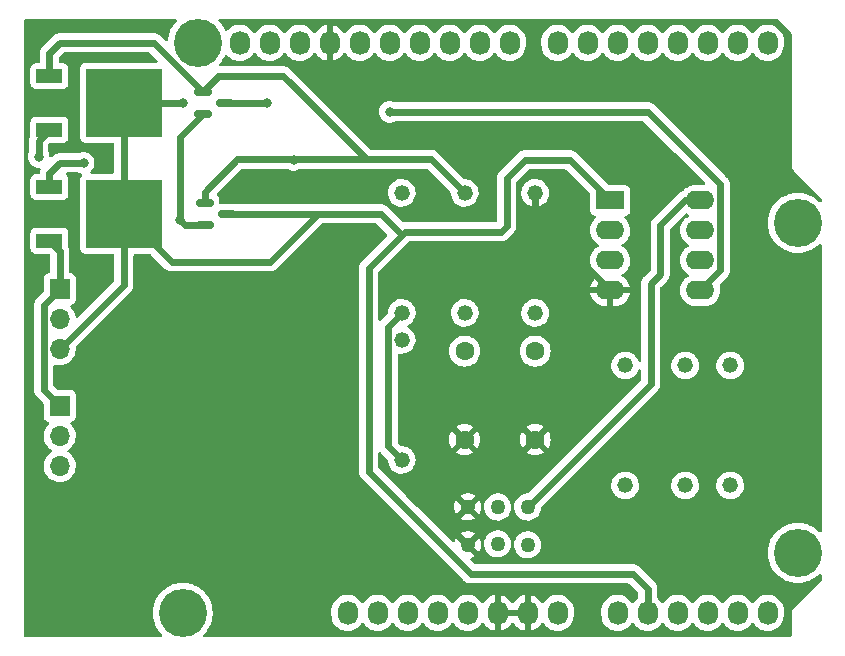
<source format=gbr>
%TF.GenerationSoftware,KiCad,Pcbnew,(6.0.4-0)*%
%TF.CreationDate,2023-04-23T00:41:00+09:00*%
%TF.ProjectId,carvetracer_arduino,63617276-6574-4726-9163-65725f617264,rev?*%
%TF.SameCoordinates,Original*%
%TF.FileFunction,Copper,L1,Top*%
%TF.FilePolarity,Positive*%
%FSLAX46Y46*%
G04 Gerber Fmt 4.6, Leading zero omitted, Abs format (unit mm)*
G04 Created by KiCad (PCBNEW (6.0.4-0)) date 2023-04-23 00:41:00*
%MOMM*%
%LPD*%
G01*
G04 APERTURE LIST*
G04 Aperture macros list*
%AMRoundRect*
0 Rectangle with rounded corners*
0 $1 Rounding radius*
0 $2 $3 $4 $5 $6 $7 $8 $9 X,Y pos of 4 corners*
0 Add a 4 corners polygon primitive as box body*
4,1,4,$2,$3,$4,$5,$6,$7,$8,$9,$2,$3,0*
0 Add four circle primitives for the rounded corners*
1,1,$1+$1,$2,$3*
1,1,$1+$1,$4,$5*
1,1,$1+$1,$6,$7*
1,1,$1+$1,$8,$9*
0 Add four rect primitives between the rounded corners*
20,1,$1+$1,$2,$3,$4,$5,0*
20,1,$1+$1,$4,$5,$6,$7,0*
20,1,$1+$1,$6,$7,$8,$9,0*
20,1,$1+$1,$8,$9,$2,$3,0*%
G04 Aperture macros list end*
%TA.AperFunction,ComponentPad*%
%ADD10O,1.727200X2.032000*%
%TD*%
%TA.AperFunction,ComponentPad*%
%ADD11C,4.064000*%
%TD*%
%TA.AperFunction,ComponentPad*%
%ADD12C,1.320800*%
%TD*%
%TA.AperFunction,SMDPad,CuDef*%
%ADD13RoundRect,0.150000X-0.587500X-0.150000X0.587500X-0.150000X0.587500X0.150000X-0.587500X0.150000X0*%
%TD*%
%TA.AperFunction,SMDPad,CuDef*%
%ADD14R,2.200000X1.200000*%
%TD*%
%TA.AperFunction,SMDPad,CuDef*%
%ADD15R,6.400000X5.800000*%
%TD*%
%TA.AperFunction,ComponentPad*%
%ADD16R,2.400000X1.600000*%
%TD*%
%TA.AperFunction,ComponentPad*%
%ADD17O,2.400000X1.600000*%
%TD*%
%TA.AperFunction,ComponentPad*%
%ADD18C,1.600000*%
%TD*%
%TA.AperFunction,ComponentPad*%
%ADD19R,1.700000X1.700000*%
%TD*%
%TA.AperFunction,ComponentPad*%
%ADD20O,1.700000X1.700000*%
%TD*%
%TA.AperFunction,ComponentPad*%
%ADD21C,1.270000*%
%TD*%
%TA.AperFunction,ViaPad*%
%ADD22C,0.800000*%
%TD*%
%TA.AperFunction,Conductor*%
%ADD23C,0.600000*%
%TD*%
G04 APERTURE END LIST*
D10*
%TO.P,P1,1,Pin_1*%
%TO.N,unconnected-(P1-Pad1)*%
X138938000Y-123825000D03*
%TO.P,P1,2,Pin_2*%
%TO.N,/IOREF*%
X141478000Y-123825000D03*
%TO.P,P1,3,Pin_3*%
%TO.N,/Reset*%
X144018000Y-123825000D03*
%TO.P,P1,4,Pin_4*%
%TO.N,+3V3*%
X146558000Y-123825000D03*
%TO.P,P1,5,Pin_5*%
%TO.N,+5V*%
X149098000Y-123825000D03*
%TO.P,P1,6,Pin_6*%
%TO.N,GND*%
X151638000Y-123825000D03*
%TO.P,P1,7,Pin_7*%
X154178000Y-123825000D03*
%TO.P,P1,8,Pin_8*%
%TO.N,/Vin*%
X156718000Y-123825000D03*
%TD*%
%TO.P,P2,1,Pin_1*%
%TO.N,/A0*%
X161798000Y-123825000D03*
%TO.P,P2,2,Pin_2*%
%TO.N,Collector*%
X164338000Y-123825000D03*
%TO.P,P2,3,Pin_3*%
%TO.N,/A2*%
X166878000Y-123825000D03*
%TO.P,P2,4,Pin_4*%
%TO.N,/A3*%
X169418000Y-123825000D03*
%TO.P,P2,5,Pin_5*%
%TO.N,/A4(SDA)*%
X171958000Y-123825000D03*
%TO.P,P2,6,Pin_6*%
%TO.N,/A5(SCL)*%
X174498000Y-123825000D03*
%TD*%
%TO.P,P3,1,Pin_1*%
%TO.N,/A5(SCL)*%
X129794000Y-75565000D03*
%TO.P,P3,2,Pin_2*%
%TO.N,/A4(SDA)*%
X132334000Y-75565000D03*
%TO.P,P3,3,Pin_3*%
%TO.N,/AREF*%
X134874000Y-75565000D03*
%TO.P,P3,4,Pin_4*%
%TO.N,GND*%
X137414000Y-75565000D03*
%TO.P,P3,5,Pin_5*%
%TO.N,/13(SCK)*%
X139954000Y-75565000D03*
%TO.P,P3,6,Pin_6*%
%TO.N,/12(MISO)*%
X142494000Y-75565000D03*
%TO.P,P3,7,Pin_7*%
%TO.N,/11(\u002A\u002A{slash}MOSI)*%
X145034000Y-75565000D03*
%TO.P,P3,8,Pin_8*%
%TO.N,/10(\u002A\u002A{slash}SS)*%
X147574000Y-75565000D03*
%TO.P,P3,9,Pin_9*%
%TO.N,/9(\u002A\u002A)*%
X150114000Y-75565000D03*
%TO.P,P3,10,Pin_10*%
%TO.N,/8*%
X152654000Y-75565000D03*
%TD*%
%TO.P,P4,1,Pin_1*%
%TO.N,/7*%
X156718000Y-75565000D03*
%TO.P,P4,2,Pin_2*%
%TO.N,/6(\u002A\u002A)*%
X159258000Y-75565000D03*
%TO.P,P4,3,Pin_3*%
%TO.N,/5(\u002A\u002A)*%
X161798000Y-75565000D03*
%TO.P,P4,4,Pin_4*%
%TO.N,/4*%
X164338000Y-75565000D03*
%TO.P,P4,5,Pin_5*%
%TO.N,/3(\u002A\u002A)*%
X166878000Y-75565000D03*
%TO.P,P4,6,Pin_6*%
%TO.N,/2*%
X169418000Y-75565000D03*
%TO.P,P4,7,Pin_7*%
%TO.N,/1(Tx)*%
X171958000Y-75565000D03*
%TO.P,P4,8,Pin_8*%
%TO.N,/0(Rx)*%
X174498000Y-75565000D03*
%TD*%
D11*
%TO.P,P5,1,Pin_1*%
%TO.N,unconnected-(P5-Pad1)*%
X124968000Y-123825000D03*
%TD*%
%TO.P,P6,1,Pin_1*%
%TO.N,unconnected-(P6-Pad1)*%
X177038000Y-118745000D03*
%TD*%
%TO.P,P7,1,Pin_1*%
%TO.N,unconnected-(P7-Pad1)*%
X126238000Y-75565000D03*
%TD*%
%TO.P,P8,1,Pin_1*%
%TO.N,unconnected-(P8-Pad1)*%
X177038000Y-90805000D03*
%TD*%
D12*
%TO.P,R2,1,1*%
%TO.N,Net-(C2-Pad1)*%
X154813000Y-98425000D03*
%TO.P,R2,2,2*%
%TO.N,/3(\u002A\u002A)*%
X154813000Y-88265000D03*
%TD*%
%TO.P,R5,1,1*%
%TO.N,Bulk*%
X171323000Y-113030000D03*
%TO.P,R5,2,2*%
%TO.N,Net-(R4-Pad1)*%
X171323000Y-102870000D03*
%TD*%
D13*
%TO.P,Q3,1,B*%
%TO.N,Base*%
X126824500Y-89093000D03*
%TO.P,Q3,2,E*%
%TO.N,Emitter*%
X126824500Y-90993000D03*
%TO.P,Q3,3,C*%
%TO.N,Collector*%
X128699500Y-90043000D03*
%TD*%
%TO.P,Q4,1,B*%
%TO.N,Base*%
X126649000Y-79695000D03*
%TO.P,Q4,2,E*%
%TO.N,Emitter*%
X126649000Y-81595000D03*
%TO.P,Q4,3,C*%
%TO.N,Collector*%
X128524000Y-80645000D03*
%TD*%
D14*
%TO.P,Q1,1,G*%
%TO.N,Base*%
X113691000Y-87762000D03*
D15*
%TO.P,Q1,2,D*%
%TO.N,Collector*%
X119991000Y-90042000D03*
D14*
%TO.P,Q1,3,S*%
%TO.N,Emitter*%
X113691000Y-92322000D03*
%TD*%
D12*
%TO.P,R1,1,1*%
%TO.N,Net-(R1-Pad1)*%
X143510000Y-110871000D03*
%TO.P,R1,2,2*%
%TO.N,/5(\u002A\u002A)*%
X143510000Y-100711000D03*
%TD*%
D16*
%TO.P,U1,1*%
%TO.N,Collector*%
X161163000Y-88900000D03*
D17*
%TO.P,U1,2,-*%
X161163000Y-91440000D03*
%TO.P,U1,3,+*%
%TO.N,Net-(C1-Pad1)*%
X161163000Y-93980000D03*
%TO.P,U1,4,V-*%
%TO.N,GND*%
X161163000Y-96520000D03*
%TO.P,U1,5,+*%
%TO.N,Emitter*%
X168783000Y-96520000D03*
%TO.P,U1,6,-*%
%TO.N,Net-(R4-Pad1)*%
X168783000Y-93980000D03*
%TO.P,U1,7*%
%TO.N,/A0*%
X168783000Y-91440000D03*
%TO.P,U1,8,V+*%
%TO.N,+5V*%
X168783000Y-88900000D03*
%TD*%
D18*
%TO.P,C1,1*%
%TO.N,Net-(C1-Pad1)*%
X154813000Y-101660000D03*
%TO.P,C1,2*%
%TO.N,GND*%
X154813000Y-109160000D03*
%TD*%
D14*
%TO.P,Q2,1,G*%
%TO.N,Base*%
X113691000Y-78366000D03*
D15*
%TO.P,Q2,2,D*%
%TO.N,Collector*%
X119991000Y-80646000D03*
D14*
%TO.P,Q2,3,S*%
%TO.N,Emitter*%
X113691000Y-82926000D03*
%TD*%
D19*
%TO.P,J1,1,Pin_1*%
%TO.N,Emitter*%
X114554000Y-106299000D03*
D20*
%TO.P,J1,2,Pin_2*%
%TO.N,Collector*%
X114554000Y-108839000D03*
%TO.P,J1,3,Pin_3*%
%TO.N,Base*%
X114554000Y-111379000D03*
%TD*%
D12*
%TO.P,R4,1,1*%
%TO.N,Net-(R4-Pad1)*%
X167513000Y-102870000D03*
%TO.P,R4,2,2*%
%TO.N,/A0*%
X167513000Y-113030000D03*
%TD*%
D21*
%TO.P,SW1,CH1A,CH1A*%
%TO.N,+5V*%
X154178000Y-114861340D03*
%TO.P,SW1,CH1B,CH1B*%
%TO.N,GND*%
X149098000Y-114861340D03*
%TO.P,SW1,CH2A,CH2A*%
%TO.N,+5V*%
X154178000Y-118056660D03*
%TO.P,SW1,CH2B,CH2B*%
%TO.N,GND*%
X149098000Y-118056660D03*
%TO.P,SW1,COM1,COM1*%
%TO.N,Bulk*%
X151638000Y-114861340D03*
%TO.P,SW1,COM2,COM2*%
X151638000Y-117983000D03*
%TD*%
D12*
%TO.P,R3,1,1*%
%TO.N,Net-(C2-Pad1)*%
X148844000Y-98425000D03*
%TO.P,R3,2,2*%
%TO.N,Base*%
X148844000Y-88265000D03*
%TD*%
%TO.P,R7,1,1*%
%TO.N,Net-(C1-Pad1)*%
X143510000Y-88265000D03*
%TO.P,R7,2,2*%
%TO.N,Net-(R1-Pad1)*%
X143510000Y-98425000D03*
%TD*%
D18*
%TO.P,C2,1*%
%TO.N,Net-(C2-Pad1)*%
X148844000Y-101660000D03*
%TO.P,C2,2*%
%TO.N,GND*%
X148844000Y-109160000D03*
%TD*%
D19*
%TO.P,J2,1,Pin_1*%
%TO.N,Emitter*%
X114554000Y-96408000D03*
D20*
%TO.P,J2,2,Pin_2*%
%TO.N,Base*%
X114554000Y-98948000D03*
%TO.P,J2,3,Pin_3*%
%TO.N,Collector*%
X114554000Y-101488000D03*
%TD*%
D12*
%TO.P,R6,1,1*%
%TO.N,Bulk*%
X162433000Y-113030000D03*
%TO.P,R6,2,2*%
%TO.N,Emitter*%
X162433000Y-102870000D03*
%TD*%
D22*
%TO.N,Base*%
X116586000Y-85725000D03*
X134366000Y-85471000D03*
%TO.N,Collector*%
X132080000Y-80645000D03*
X124968000Y-80645000D03*
%TO.N,Emitter*%
X142494000Y-81407000D03*
X124714000Y-90551000D03*
X112776000Y-85217000D03*
%TD*%
D23*
%TO.N,+5V*%
X154178000Y-114861340D02*
X164592000Y-104447340D01*
X164592000Y-104447340D02*
X164592000Y-95958202D01*
X164592000Y-95958202D02*
X165387520Y-95162682D01*
X167503000Y-88910000D02*
X168773000Y-88910000D01*
X168773000Y-88910000D02*
X168783000Y-88900000D01*
X165387520Y-91025480D02*
X167503000Y-88910000D01*
X165387520Y-95162682D02*
X165387520Y-91025480D01*
%TO.N,GND*%
X154813000Y-88265000D02*
X154813000Y-90170000D01*
X154813000Y-90170000D02*
X161163000Y-96520000D01*
%TO.N,Base*%
X133477000Y-78359000D02*
X140556020Y-85438020D01*
X114554000Y-85725000D02*
X116586000Y-85725000D01*
X122519000Y-75565000D02*
X114554000Y-75565000D01*
X129761020Y-85438020D02*
X140556020Y-85438020D01*
X114554000Y-75565000D02*
X113691000Y-76428000D01*
X126649000Y-79695000D02*
X127985000Y-78359000D01*
X127985000Y-78359000D02*
X133477000Y-78359000D01*
X146017020Y-85438020D02*
X140556020Y-85438020D01*
X126824500Y-89093000D02*
X126824500Y-88186500D01*
X126824500Y-88186500D02*
X129572980Y-85438020D01*
X113691000Y-86588000D02*
X114554000Y-85725000D01*
X113691000Y-87762000D02*
X113691000Y-86588000D01*
X126649000Y-79695000D02*
X122519000Y-75565000D01*
X113691000Y-76428000D02*
X113691000Y-78366000D01*
X148844000Y-88265000D02*
X146017020Y-85438020D01*
%TO.N,Collector*%
X124968000Y-80645000D02*
X124967000Y-80646000D01*
X153924000Y-85471000D02*
X157734000Y-85471000D01*
X114554000Y-101488000D02*
X119991000Y-96051000D01*
X152400000Y-91059000D02*
X152400000Y-86995000D01*
X128524000Y-80645000D02*
X132080000Y-80645000D01*
X124967000Y-80646000D02*
X119991000Y-80646000D01*
X163068000Y-120523000D02*
X149352000Y-120523000D01*
X124056000Y-94107000D02*
X132334000Y-94107000D01*
X140716000Y-94615000D02*
X143510000Y-91821000D01*
X119991000Y-90042000D02*
X124056000Y-94107000D01*
X140716000Y-111887000D02*
X140716000Y-94615000D01*
X119991000Y-96051000D02*
X119991000Y-90042000D01*
X164338000Y-123825000D02*
X164338000Y-121793000D01*
X149352000Y-120523000D02*
X140716000Y-111887000D01*
X143764000Y-91567000D02*
X151892000Y-91567000D01*
X119991000Y-80646000D02*
X119991000Y-90042000D01*
X141732000Y-90043000D02*
X143510000Y-91821000D01*
X143510000Y-91821000D02*
X143764000Y-91567000D01*
X152400000Y-86995000D02*
X153924000Y-85471000D01*
X128699500Y-90043000D02*
X136398000Y-90043000D01*
X151892000Y-91567000D02*
X152400000Y-91059000D01*
X164338000Y-121793000D02*
X163068000Y-120523000D01*
X132334000Y-94107000D02*
X136398000Y-90043000D01*
X136398000Y-90043000D02*
X141732000Y-90043000D01*
X157734000Y-85471000D02*
X161163000Y-88900000D01*
%TO.N,Emitter*%
X112776000Y-85217000D02*
X112776000Y-83841000D01*
X114554000Y-96408000D02*
X114554000Y-93185000D01*
X170482520Y-94820480D02*
X170482520Y-87551520D01*
X112776000Y-83841000D02*
X113691000Y-82926000D01*
X114554000Y-106299000D02*
X113204489Y-104949489D01*
X114554000Y-93185000D02*
X113691000Y-92322000D01*
X164338000Y-81407000D02*
X142494000Y-81407000D01*
X125156000Y-90993000D02*
X124714000Y-90551000D01*
X126824500Y-90993000D02*
X125156000Y-90993000D01*
X170482520Y-87551520D02*
X164338000Y-81407000D01*
X113204489Y-97757511D02*
X114554000Y-96408000D01*
X113204489Y-104949489D02*
X113204489Y-97757511D01*
X124714000Y-90551000D02*
X124714000Y-83530000D01*
X124714000Y-83530000D02*
X126649000Y-81595000D01*
X168783000Y-96520000D02*
X170482520Y-94820480D01*
%TO.N,Net-(R1-Pad1)*%
X142350089Y-99584911D02*
X142350089Y-109711089D01*
X142350089Y-109711089D02*
X143510000Y-110871000D01*
X143510000Y-98425000D02*
X142350089Y-99584911D01*
%TD*%
%TA.AperFunction,Conductor*%
%TO.N,GND*%
G36*
X124439997Y-73553502D02*
G01*
X124486490Y-73607158D01*
X124496594Y-73677432D01*
X124467100Y-73742012D01*
X124458129Y-73751350D01*
X124382394Y-73822470D01*
X124178629Y-74068779D01*
X124176505Y-74072126D01*
X124176502Y-74072130D01*
X124109830Y-74177188D01*
X124007341Y-74338685D01*
X124005657Y-74342264D01*
X124005653Y-74342271D01*
X123902875Y-74560687D01*
X123871233Y-74627930D01*
X123870007Y-74631702D01*
X123870007Y-74631703D01*
X123868107Y-74637551D01*
X123772449Y-74931954D01*
X123712549Y-75245961D01*
X123712300Y-75249924D01*
X123708218Y-75314797D01*
X123683978Y-75381527D01*
X123627509Y-75424559D01*
X123556739Y-75430230D01*
X123493372Y-75395980D01*
X123097234Y-74999842D01*
X123096306Y-74998905D01*
X123038157Y-74939525D01*
X123038156Y-74939524D01*
X123033229Y-74934493D01*
X122996779Y-74911002D01*
X122986454Y-74903583D01*
X122952557Y-74876524D01*
X122922362Y-74861927D01*
X122908945Y-74854398D01*
X122880762Y-74836235D01*
X122874145Y-74833827D01*
X122874140Y-74833824D01*
X122840027Y-74821408D01*
X122828284Y-74816447D01*
X122795597Y-74800646D01*
X122795592Y-74800644D01*
X122789251Y-74797579D01*
X122782393Y-74795996D01*
X122782391Y-74795995D01*
X122756574Y-74790035D01*
X122741831Y-74785668D01*
X122710315Y-74774197D01*
X122703325Y-74773314D01*
X122703317Y-74773312D01*
X122667299Y-74768762D01*
X122654747Y-74766526D01*
X122619386Y-74758362D01*
X122619383Y-74758362D01*
X122612515Y-74756776D01*
X122605469Y-74756751D01*
X122605466Y-74756751D01*
X122571944Y-74756634D01*
X122571062Y-74756605D01*
X122570231Y-74756500D01*
X122533581Y-74756500D01*
X122533141Y-74756499D01*
X122434657Y-74756155D01*
X122434652Y-74756155D01*
X122431130Y-74756143D01*
X122429930Y-74756411D01*
X122428293Y-74756500D01*
X114563165Y-74756500D01*
X114561846Y-74756493D01*
X114471779Y-74755550D01*
X114464893Y-74757039D01*
X114464891Y-74757039D01*
X114446313Y-74761056D01*
X114429414Y-74764710D01*
X114416835Y-74766770D01*
X114380741Y-74770818D01*
X114380738Y-74770819D01*
X114373745Y-74771603D01*
X114342068Y-74782634D01*
X114327258Y-74786796D01*
X114301378Y-74792391D01*
X114301374Y-74792392D01*
X114294489Y-74793881D01*
X114288105Y-74796858D01*
X114288099Y-74796860D01*
X114255193Y-74812204D01*
X114243384Y-74816999D01*
X114202448Y-74831255D01*
X114196476Y-74834987D01*
X114196469Y-74834990D01*
X114174005Y-74849027D01*
X114160488Y-74856366D01*
X114136481Y-74867561D01*
X114136477Y-74867563D01*
X114130098Y-74870538D01*
X114122381Y-74876524D01*
X114095844Y-74897108D01*
X114085395Y-74904397D01*
X114048624Y-74927374D01*
X114043625Y-74932339D01*
X114043623Y-74932340D01*
X114019815Y-74955983D01*
X114019192Y-74956566D01*
X114018530Y-74957079D01*
X113992680Y-74982929D01*
X113975649Y-74999842D01*
X113919918Y-75055185D01*
X113919258Y-75056225D01*
X113918157Y-75057452D01*
X113125796Y-75849812D01*
X113124859Y-75850739D01*
X113060493Y-75913771D01*
X113037002Y-75950221D01*
X113029583Y-75960546D01*
X113002524Y-75994443D01*
X112999459Y-76000784D01*
X112999458Y-76000785D01*
X112987928Y-76024637D01*
X112980399Y-76038054D01*
X112962235Y-76066238D01*
X112959827Y-76072855D01*
X112959824Y-76072860D01*
X112947408Y-76106973D01*
X112942447Y-76118716D01*
X112926646Y-76151403D01*
X112926644Y-76151408D01*
X112923579Y-76157749D01*
X112919641Y-76174806D01*
X112916035Y-76190426D01*
X112911668Y-76205169D01*
X112900197Y-76236685D01*
X112899314Y-76243675D01*
X112899312Y-76243683D01*
X112894762Y-76279701D01*
X112892526Y-76292253D01*
X112890818Y-76299654D01*
X112882776Y-76334485D01*
X112882751Y-76341531D01*
X112882751Y-76341534D01*
X112882634Y-76375056D01*
X112882605Y-76375938D01*
X112882500Y-76376769D01*
X112882500Y-76413419D01*
X112882499Y-76413859D01*
X112882208Y-76497376D01*
X112882143Y-76515870D01*
X112882411Y-76517070D01*
X112882500Y-76518707D01*
X112882500Y-77131500D01*
X112862498Y-77199621D01*
X112808842Y-77246114D01*
X112756500Y-77257500D01*
X112542866Y-77257500D01*
X112480684Y-77264255D01*
X112344295Y-77315385D01*
X112227739Y-77402739D01*
X112140385Y-77519295D01*
X112089255Y-77655684D01*
X112082500Y-77717866D01*
X112082500Y-79014134D01*
X112089255Y-79076316D01*
X112140385Y-79212705D01*
X112227739Y-79329261D01*
X112344295Y-79416615D01*
X112480684Y-79467745D01*
X112542866Y-79474500D01*
X114839134Y-79474500D01*
X114901316Y-79467745D01*
X115037705Y-79416615D01*
X115154261Y-79329261D01*
X115241615Y-79212705D01*
X115292745Y-79076316D01*
X115299500Y-79014134D01*
X115299500Y-77717866D01*
X115292745Y-77655684D01*
X115241615Y-77519295D01*
X115154261Y-77402739D01*
X115037705Y-77315385D01*
X114901316Y-77264255D01*
X114839134Y-77257500D01*
X114625500Y-77257500D01*
X114557379Y-77237498D01*
X114510886Y-77183842D01*
X114499500Y-77131500D01*
X114499500Y-76815082D01*
X114519502Y-76746961D01*
X114536405Y-76725987D01*
X114851987Y-76410405D01*
X114914299Y-76376379D01*
X114941082Y-76373500D01*
X122131918Y-76373500D01*
X122200039Y-76393502D01*
X122221013Y-76410405D01*
X122833013Y-77022405D01*
X122867039Y-77084717D01*
X122861974Y-77155532D01*
X122819427Y-77212368D01*
X122752907Y-77237179D01*
X122743918Y-77237500D01*
X116742866Y-77237500D01*
X116680684Y-77244255D01*
X116544295Y-77295385D01*
X116427739Y-77382739D01*
X116340385Y-77499295D01*
X116289255Y-77635684D01*
X116282500Y-77697866D01*
X116282500Y-83594134D01*
X116289255Y-83656316D01*
X116340385Y-83792705D01*
X116427739Y-83909261D01*
X116544295Y-83996615D01*
X116680684Y-84047745D01*
X116742866Y-84054500D01*
X119056500Y-84054500D01*
X119124621Y-84074502D01*
X119171114Y-84128158D01*
X119182500Y-84180500D01*
X119182500Y-86507500D01*
X119162498Y-86575621D01*
X119108842Y-86622114D01*
X119056500Y-86633500D01*
X117268977Y-86633500D01*
X117200856Y-86613498D01*
X117154363Y-86559842D01*
X117144259Y-86489568D01*
X117173753Y-86424988D01*
X117187327Y-86412528D01*
X117187002Y-86412167D01*
X117191909Y-86407749D01*
X117197253Y-86403866D01*
X117203719Y-86396685D01*
X117320621Y-86266852D01*
X117320622Y-86266851D01*
X117325040Y-86261944D01*
X117420527Y-86096556D01*
X117479542Y-85914928D01*
X117481138Y-85899749D01*
X117498814Y-85731565D01*
X117499504Y-85725000D01*
X117479542Y-85535072D01*
X117420527Y-85353444D01*
X117325040Y-85188056D01*
X117231025Y-85083641D01*
X117201675Y-85051045D01*
X117201674Y-85051044D01*
X117197253Y-85046134D01*
X117098157Y-84974136D01*
X117048094Y-84937763D01*
X117048093Y-84937762D01*
X117042752Y-84933882D01*
X117036724Y-84931198D01*
X117036722Y-84931197D01*
X116874319Y-84858891D01*
X116874318Y-84858891D01*
X116868288Y-84856206D01*
X116774888Y-84836353D01*
X116687944Y-84817872D01*
X116687939Y-84817872D01*
X116681487Y-84816500D01*
X116490513Y-84816500D01*
X116484061Y-84817872D01*
X116484056Y-84817872D01*
X116397112Y-84836353D01*
X116303712Y-84856206D01*
X116297682Y-84858891D01*
X116297681Y-84858891D01*
X116192755Y-84905607D01*
X116141506Y-84916500D01*
X114563165Y-84916500D01*
X114561846Y-84916493D01*
X114471779Y-84915550D01*
X114464893Y-84917039D01*
X114464891Y-84917039D01*
X114446313Y-84921056D01*
X114429414Y-84924710D01*
X114416835Y-84926770D01*
X114380741Y-84930818D01*
X114380738Y-84930819D01*
X114373745Y-84931603D01*
X114356056Y-84937763D01*
X114342068Y-84942634D01*
X114327258Y-84946796D01*
X114301378Y-84952391D01*
X114301374Y-84952392D01*
X114294489Y-84953881D01*
X114288105Y-84956858D01*
X114288099Y-84956860D01*
X114255193Y-84972204D01*
X114243384Y-84976999D01*
X114202448Y-84991255D01*
X114196476Y-84994987D01*
X114196469Y-84994990D01*
X114174005Y-85009027D01*
X114160488Y-85016366D01*
X114136481Y-85027561D01*
X114136477Y-85027563D01*
X114130098Y-85030538D01*
X114114998Y-85042251D01*
X114095844Y-85057108D01*
X114085395Y-85064397D01*
X114048624Y-85087374D01*
X114043625Y-85092339D01*
X114043623Y-85092340D01*
X114019815Y-85115983D01*
X114019192Y-85116566D01*
X114018530Y-85117079D01*
X113992680Y-85142929D01*
X113919918Y-85215185D01*
X113919259Y-85216223D01*
X113918153Y-85217456D01*
X113898086Y-85237523D01*
X113835774Y-85271549D01*
X113764959Y-85266484D01*
X113708123Y-85223937D01*
X113683681Y-85161598D01*
X113670232Y-85033635D01*
X113670232Y-85033633D01*
X113669542Y-85027072D01*
X113610527Y-84845444D01*
X113601380Y-84829602D01*
X113584500Y-84766603D01*
X113584500Y-84228082D01*
X113604502Y-84159961D01*
X113621405Y-84138987D01*
X113688987Y-84071405D01*
X113751299Y-84037379D01*
X113778082Y-84034500D01*
X114839134Y-84034500D01*
X114901316Y-84027745D01*
X115037705Y-83976615D01*
X115154261Y-83889261D01*
X115241615Y-83772705D01*
X115292745Y-83636316D01*
X115299500Y-83574134D01*
X115299500Y-82277866D01*
X115292745Y-82215684D01*
X115241615Y-82079295D01*
X115154261Y-81962739D01*
X115037705Y-81875385D01*
X114901316Y-81824255D01*
X114839134Y-81817500D01*
X112542866Y-81817500D01*
X112480684Y-81824255D01*
X112344295Y-81875385D01*
X112227739Y-81962739D01*
X112140385Y-82079295D01*
X112089255Y-82215684D01*
X112082500Y-82277866D01*
X112082500Y-83387434D01*
X112062411Y-83455689D01*
X112047235Y-83479238D01*
X112044827Y-83485855D01*
X112044824Y-83485860D01*
X112032408Y-83519973D01*
X112027447Y-83531716D01*
X112011646Y-83564403D01*
X112011644Y-83564408D01*
X112008579Y-83570749D01*
X112006996Y-83577607D01*
X112006995Y-83577609D01*
X112001035Y-83603426D01*
X111996668Y-83618169D01*
X111985197Y-83649685D01*
X111984314Y-83656675D01*
X111984312Y-83656683D01*
X111979762Y-83692701D01*
X111977526Y-83705253D01*
X111973281Y-83723643D01*
X111967776Y-83747485D01*
X111967751Y-83754531D01*
X111967751Y-83754534D01*
X111967634Y-83788056D01*
X111967605Y-83788938D01*
X111967500Y-83789769D01*
X111967500Y-83826419D01*
X111967499Y-83826859D01*
X111967193Y-83914642D01*
X111967143Y-83928870D01*
X111967411Y-83930070D01*
X111967500Y-83931707D01*
X111967500Y-84766603D01*
X111950620Y-84829602D01*
X111941473Y-84845444D01*
X111882458Y-85027072D01*
X111881768Y-85033633D01*
X111881768Y-85033635D01*
X111870281Y-85142929D01*
X111862496Y-85217000D01*
X111882458Y-85406928D01*
X111941473Y-85588556D01*
X112036960Y-85753944D01*
X112164747Y-85895866D01*
X112200724Y-85922005D01*
X112301756Y-85995409D01*
X112319248Y-86008118D01*
X112325276Y-86010802D01*
X112325278Y-86010803D01*
X112467707Y-86074216D01*
X112493712Y-86085794D01*
X112587113Y-86105647D01*
X112674056Y-86124128D01*
X112674061Y-86124128D01*
X112680513Y-86125500D01*
X112815654Y-86125500D01*
X112883775Y-86145502D01*
X112930268Y-86199158D01*
X112940372Y-86269432D01*
X112929095Y-86306337D01*
X112928961Y-86306615D01*
X112923579Y-86317749D01*
X112921996Y-86324607D01*
X112921995Y-86324609D01*
X112916035Y-86350426D01*
X112911668Y-86365169D01*
X112900197Y-86396685D01*
X112899314Y-86403675D01*
X112899312Y-86403683D01*
X112894762Y-86439701D01*
X112892526Y-86452253D01*
X112882776Y-86494485D01*
X112882751Y-86501531D01*
X112882751Y-86501534D01*
X112882659Y-86527941D01*
X112862419Y-86595991D01*
X112808601Y-86642296D01*
X112756660Y-86653500D01*
X112542866Y-86653500D01*
X112480684Y-86660255D01*
X112344295Y-86711385D01*
X112227739Y-86798739D01*
X112140385Y-86915295D01*
X112089255Y-87051684D01*
X112082500Y-87113866D01*
X112082500Y-88410134D01*
X112089255Y-88472316D01*
X112140385Y-88608705D01*
X112227739Y-88725261D01*
X112344295Y-88812615D01*
X112480684Y-88863745D01*
X112542866Y-88870500D01*
X114839134Y-88870500D01*
X114901316Y-88863745D01*
X115037705Y-88812615D01*
X115154261Y-88725261D01*
X115241615Y-88608705D01*
X115292745Y-88472316D01*
X115299500Y-88410134D01*
X115299500Y-87113866D01*
X115292745Y-87051684D01*
X115241615Y-86915295D01*
X115154261Y-86798739D01*
X115147080Y-86793357D01*
X115103007Y-86760326D01*
X115060492Y-86703466D01*
X115055466Y-86632648D01*
X115089526Y-86570355D01*
X115151858Y-86536365D01*
X115178572Y-86533500D01*
X116141506Y-86533500D01*
X116192755Y-86544393D01*
X116262895Y-86575621D01*
X116303712Y-86593794D01*
X116310173Y-86595167D01*
X116310175Y-86595168D01*
X116337359Y-86600947D01*
X116399832Y-86634676D01*
X116434152Y-86696826D01*
X116429423Y-86767665D01*
X116411986Y-86799758D01*
X116340385Y-86895295D01*
X116289255Y-87031684D01*
X116282500Y-87093866D01*
X116282500Y-92990134D01*
X116289255Y-93052316D01*
X116340385Y-93188705D01*
X116427739Y-93305261D01*
X116544295Y-93392615D01*
X116680684Y-93443745D01*
X116742866Y-93450500D01*
X119056500Y-93450500D01*
X119124621Y-93470502D01*
X119171114Y-93524158D01*
X119182500Y-93576500D01*
X119182500Y-95663918D01*
X119162498Y-95732039D01*
X119145595Y-95753013D01*
X116110818Y-98787790D01*
X116048506Y-98821816D01*
X115977691Y-98816751D01*
X115920855Y-98774204D01*
X115899901Y-98725097D01*
X115898852Y-98725361D01*
X115870941Y-98614242D01*
X115844431Y-98508702D01*
X115755354Y-98303840D01*
X115675841Y-98180931D01*
X115636822Y-98120617D01*
X115636820Y-98120614D01*
X115634014Y-98116277D01*
X115537195Y-98009874D01*
X115486798Y-97954488D01*
X115455746Y-97890642D01*
X115464141Y-97820143D01*
X115509317Y-97765375D01*
X115535761Y-97751706D01*
X115642297Y-97711767D01*
X115650705Y-97708615D01*
X115767261Y-97621261D01*
X115854615Y-97504705D01*
X115905745Y-97368316D01*
X115912500Y-97306134D01*
X115912500Y-95509866D01*
X115905745Y-95447684D01*
X115854615Y-95311295D01*
X115767261Y-95194739D01*
X115650705Y-95107385D01*
X115514316Y-95056255D01*
X115487086Y-95053297D01*
X115474892Y-95051972D01*
X115409330Y-95024730D01*
X115368904Y-94966366D01*
X115362500Y-94926709D01*
X115362500Y-93194165D01*
X115362507Y-93192846D01*
X115362638Y-93180297D01*
X115363450Y-93102779D01*
X115354290Y-93060414D01*
X115352230Y-93047835D01*
X115348182Y-93011741D01*
X115348181Y-93011738D01*
X115347397Y-93004745D01*
X115336366Y-92973068D01*
X115332204Y-92958258D01*
X115326609Y-92932378D01*
X115326608Y-92932374D01*
X115325119Y-92925489D01*
X115311305Y-92895865D01*
X115299500Y-92842615D01*
X115299500Y-91673866D01*
X115292745Y-91611684D01*
X115241615Y-91475295D01*
X115154261Y-91358739D01*
X115037705Y-91271385D01*
X114901316Y-91220255D01*
X114839134Y-91213500D01*
X112542866Y-91213500D01*
X112480684Y-91220255D01*
X112344295Y-91271385D01*
X112227739Y-91358739D01*
X112140385Y-91475295D01*
X112089255Y-91611684D01*
X112082500Y-91673866D01*
X112082500Y-92970134D01*
X112089255Y-93032316D01*
X112140385Y-93168705D01*
X112227739Y-93285261D01*
X112344295Y-93372615D01*
X112480684Y-93423745D01*
X112542866Y-93430500D01*
X113603918Y-93430500D01*
X113672039Y-93450502D01*
X113693013Y-93467405D01*
X113708595Y-93482987D01*
X113742621Y-93545299D01*
X113745500Y-93572082D01*
X113745500Y-94926709D01*
X113725498Y-94994830D01*
X113671842Y-95041323D01*
X113633108Y-95051972D01*
X113620914Y-95053297D01*
X113593684Y-95056255D01*
X113457295Y-95107385D01*
X113340739Y-95194739D01*
X113253385Y-95311295D01*
X113202255Y-95447684D01*
X113195500Y-95509866D01*
X113195500Y-96570918D01*
X113175498Y-96639039D01*
X113158595Y-96660013D01*
X112639331Y-97179277D01*
X112638394Y-97180205D01*
X112573982Y-97243282D01*
X112550491Y-97279732D01*
X112543072Y-97290057D01*
X112516013Y-97323954D01*
X112512948Y-97330295D01*
X112512947Y-97330296D01*
X112501417Y-97354148D01*
X112493888Y-97367565D01*
X112475724Y-97395749D01*
X112473316Y-97402366D01*
X112473313Y-97402371D01*
X112460897Y-97436484D01*
X112455936Y-97448227D01*
X112440135Y-97480914D01*
X112440133Y-97480919D01*
X112437068Y-97487260D01*
X112435485Y-97494118D01*
X112435484Y-97494120D01*
X112429524Y-97519937D01*
X112425157Y-97534680D01*
X112413686Y-97566196D01*
X112412803Y-97573186D01*
X112412801Y-97573194D01*
X112408251Y-97609212D01*
X112406015Y-97621764D01*
X112398589Y-97653931D01*
X112396265Y-97663996D01*
X112396240Y-97671042D01*
X112396240Y-97671045D01*
X112396123Y-97704567D01*
X112396094Y-97705450D01*
X112395989Y-97706280D01*
X112395989Y-97742930D01*
X112395988Y-97743370D01*
X112395692Y-97828262D01*
X112395632Y-97845381D01*
X112395900Y-97846581D01*
X112395989Y-97848218D01*
X112395989Y-104940275D01*
X112395982Y-104941595D01*
X112395038Y-105031710D01*
X112404200Y-105074086D01*
X112406258Y-105086652D01*
X112411092Y-105129744D01*
X112413408Y-105136395D01*
X112413409Y-105136399D01*
X112422122Y-105161419D01*
X112426285Y-105176231D01*
X112433370Y-105208999D01*
X112451697Y-105248302D01*
X112456479Y-105260078D01*
X112470744Y-105301041D01*
X112474478Y-105307016D01*
X112474479Y-105307019D01*
X112488516Y-105329484D01*
X112495855Y-105343001D01*
X112507048Y-105367003D01*
X112510027Y-105373391D01*
X112514344Y-105378956D01*
X112514345Y-105378958D01*
X112536595Y-105407642D01*
X112543891Y-105418101D01*
X112566863Y-105454865D01*
X112571823Y-105459860D01*
X112571824Y-105459861D01*
X112595465Y-105483668D01*
X112596050Y-105484293D01*
X112596567Y-105484959D01*
X112622557Y-105510949D01*
X112694674Y-105583571D01*
X112695711Y-105584229D01*
X112696940Y-105585332D01*
X113158595Y-106046987D01*
X113192621Y-106109299D01*
X113195500Y-106136082D01*
X113195500Y-107197134D01*
X113202255Y-107259316D01*
X113253385Y-107395705D01*
X113340739Y-107512261D01*
X113457295Y-107599615D01*
X113465704Y-107602767D01*
X113465705Y-107602768D01*
X113574451Y-107643535D01*
X113631216Y-107686176D01*
X113655916Y-107752738D01*
X113640709Y-107822087D01*
X113621316Y-107848568D01*
X113544922Y-107928510D01*
X113494629Y-107981138D01*
X113368743Y-108165680D01*
X113274688Y-108368305D01*
X113214989Y-108583570D01*
X113191251Y-108805695D01*
X113191548Y-108810848D01*
X113191548Y-108810851D01*
X113203812Y-109023547D01*
X113204110Y-109028715D01*
X113205247Y-109033761D01*
X113205248Y-109033767D01*
X113225119Y-109121939D01*
X113253222Y-109246639D01*
X113337266Y-109453616D01*
X113339965Y-109458020D01*
X113435582Y-109614053D01*
X113453987Y-109644088D01*
X113600250Y-109812938D01*
X113772126Y-109955632D01*
X113797739Y-109970599D01*
X113845445Y-109998476D01*
X113894169Y-110050114D01*
X113907240Y-110119897D01*
X113880509Y-110185669D01*
X113840055Y-110219027D01*
X113827607Y-110225507D01*
X113823474Y-110228610D01*
X113823471Y-110228612D01*
X113653100Y-110356530D01*
X113648965Y-110359635D01*
X113494629Y-110521138D01*
X113368743Y-110705680D01*
X113274688Y-110908305D01*
X113214989Y-111123570D01*
X113191251Y-111345695D01*
X113191548Y-111350848D01*
X113191548Y-111350851D01*
X113201928Y-111530875D01*
X113204110Y-111568715D01*
X113205247Y-111573761D01*
X113205248Y-111573767D01*
X113208684Y-111589013D01*
X113253222Y-111786639D01*
X113301922Y-111906574D01*
X113334629Y-111987121D01*
X113337266Y-111993616D01*
X113453987Y-112184088D01*
X113600250Y-112352938D01*
X113772126Y-112495632D01*
X113965000Y-112608338D01*
X114173692Y-112688030D01*
X114178760Y-112689061D01*
X114178763Y-112689062D01*
X114286017Y-112710883D01*
X114392597Y-112732567D01*
X114397772Y-112732757D01*
X114397774Y-112732757D01*
X114610673Y-112740564D01*
X114610677Y-112740564D01*
X114615837Y-112740753D01*
X114620957Y-112740097D01*
X114620959Y-112740097D01*
X114832288Y-112713025D01*
X114832289Y-112713025D01*
X114837416Y-112712368D01*
X114842366Y-112710883D01*
X115046429Y-112649661D01*
X115046434Y-112649659D01*
X115051384Y-112648174D01*
X115251994Y-112549896D01*
X115433860Y-112420173D01*
X115458361Y-112395758D01*
X115537927Y-112316469D01*
X115592096Y-112262489D01*
X115609297Y-112238552D01*
X115719435Y-112085277D01*
X115722453Y-112081077D01*
X115732744Y-112060256D01*
X115819136Y-111885453D01*
X115819137Y-111885451D01*
X115821430Y-111880811D01*
X115886370Y-111667069D01*
X115915529Y-111445590D01*
X115917156Y-111379000D01*
X115898852Y-111156361D01*
X115844431Y-110939702D01*
X115755354Y-110734840D01*
X115634014Y-110547277D01*
X115483670Y-110382051D01*
X115479619Y-110378852D01*
X115479615Y-110378848D01*
X115312414Y-110246800D01*
X115312410Y-110246798D01*
X115308359Y-110243598D01*
X115267053Y-110220796D01*
X115217084Y-110170364D01*
X115202312Y-110100921D01*
X115227428Y-110034516D01*
X115254780Y-110007909D01*
X115307087Y-109970599D01*
X115433860Y-109880173D01*
X115439698Y-109874356D01*
X115569071Y-109745434D01*
X115592096Y-109722489D01*
X115605725Y-109703523D01*
X115719435Y-109545277D01*
X115722453Y-109541077D01*
X115726929Y-109532022D01*
X115819136Y-109345453D01*
X115819137Y-109345451D01*
X115821430Y-109340811D01*
X115878028Y-109154525D01*
X115884865Y-109132023D01*
X115884865Y-109132021D01*
X115886370Y-109127069D01*
X115915529Y-108905590D01*
X115917156Y-108839000D01*
X115898852Y-108616361D01*
X115844431Y-108399702D01*
X115755354Y-108194840D01*
X115677139Y-108073938D01*
X115636822Y-108011617D01*
X115636820Y-108011614D01*
X115634014Y-108007277D01*
X115630532Y-108003450D01*
X115486798Y-107845488D01*
X115455746Y-107781642D01*
X115464141Y-107711143D01*
X115509317Y-107656375D01*
X115535761Y-107642706D01*
X115642297Y-107602767D01*
X115650705Y-107599615D01*
X115767261Y-107512261D01*
X115854615Y-107395705D01*
X115905745Y-107259316D01*
X115912500Y-107197134D01*
X115912500Y-105400866D01*
X115905745Y-105338684D01*
X115854615Y-105202295D01*
X115767261Y-105085739D01*
X115650705Y-104998385D01*
X115514316Y-104947255D01*
X115452134Y-104940500D01*
X114391082Y-104940500D01*
X114322961Y-104920498D01*
X114301987Y-104903595D01*
X114049894Y-104651502D01*
X114015868Y-104589190D01*
X114012989Y-104562407D01*
X114012989Y-102917716D01*
X114032991Y-102849595D01*
X114086647Y-102803102D01*
X114156921Y-102792998D01*
X114171233Y-102796091D01*
X114173692Y-102797030D01*
X114178758Y-102798061D01*
X114178759Y-102798061D01*
X114235565Y-102809618D01*
X114392597Y-102841567D01*
X114397772Y-102841757D01*
X114397774Y-102841757D01*
X114610673Y-102849564D01*
X114610677Y-102849564D01*
X114615837Y-102849753D01*
X114620957Y-102849097D01*
X114620959Y-102849097D01*
X114832288Y-102822025D01*
X114832289Y-102822025D01*
X114837416Y-102821368D01*
X114842366Y-102819883D01*
X115046429Y-102758661D01*
X115046434Y-102758659D01*
X115051384Y-102757174D01*
X115251994Y-102658896D01*
X115433860Y-102529173D01*
X115454016Y-102509088D01*
X115537110Y-102426283D01*
X115592096Y-102371489D01*
X115631431Y-102316749D01*
X115719435Y-102194277D01*
X115722453Y-102190077D01*
X115762404Y-102109243D01*
X115819136Y-101994453D01*
X115819137Y-101994451D01*
X115821430Y-101989811D01*
X115871795Y-101824040D01*
X115884865Y-101781023D01*
X115884865Y-101781021D01*
X115886370Y-101776069D01*
X115915529Y-101554590D01*
X115917156Y-101488000D01*
X115905242Y-101343087D01*
X115919595Y-101273558D01*
X115941723Y-101243669D01*
X120556158Y-96629234D01*
X120557095Y-96628306D01*
X120616475Y-96570157D01*
X120616476Y-96570156D01*
X120621507Y-96565229D01*
X120644998Y-96528779D01*
X120652417Y-96518454D01*
X120679476Y-96484557D01*
X120694073Y-96454362D01*
X120701602Y-96440945D01*
X120715948Y-96418684D01*
X120719765Y-96412762D01*
X120722173Y-96406145D01*
X120722176Y-96406140D01*
X120734592Y-96372027D01*
X120739553Y-96360284D01*
X120755354Y-96327597D01*
X120755356Y-96327592D01*
X120758421Y-96321251D01*
X120765965Y-96288572D01*
X120770332Y-96273831D01*
X120781803Y-96242315D01*
X120782686Y-96235325D01*
X120782688Y-96235317D01*
X120787238Y-96199299D01*
X120789474Y-96186747D01*
X120797638Y-96151386D01*
X120797638Y-96151383D01*
X120799224Y-96144515D01*
X120799366Y-96103944D01*
X120799395Y-96103062D01*
X120799500Y-96102231D01*
X120799500Y-96065428D01*
X120799857Y-95963130D01*
X120799589Y-95961930D01*
X120799500Y-95960293D01*
X120799500Y-93576500D01*
X120819502Y-93508379D01*
X120873158Y-93461886D01*
X120925500Y-93450500D01*
X122203918Y-93450500D01*
X122272039Y-93470502D01*
X122293013Y-93487405D01*
X123477766Y-94672158D01*
X123478694Y-94673095D01*
X123535412Y-94731013D01*
X123541771Y-94737507D01*
X123578221Y-94760998D01*
X123588546Y-94768417D01*
X123622443Y-94795476D01*
X123628784Y-94798541D01*
X123628785Y-94798542D01*
X123652637Y-94810072D01*
X123666054Y-94817601D01*
X123694238Y-94835765D01*
X123700855Y-94838173D01*
X123700860Y-94838176D01*
X123734973Y-94850592D01*
X123746716Y-94855553D01*
X123779403Y-94871354D01*
X123779408Y-94871356D01*
X123785749Y-94874421D01*
X123792607Y-94876004D01*
X123792609Y-94876005D01*
X123818426Y-94881965D01*
X123833169Y-94886332D01*
X123864685Y-94897803D01*
X123871675Y-94898686D01*
X123871683Y-94898688D01*
X123907701Y-94903238D01*
X123920253Y-94905474D01*
X123955614Y-94913638D01*
X123955617Y-94913638D01*
X123962485Y-94915224D01*
X123969531Y-94915249D01*
X123969534Y-94915249D01*
X124003056Y-94915366D01*
X124003938Y-94915395D01*
X124004769Y-94915500D01*
X124041419Y-94915500D01*
X124041859Y-94915501D01*
X124140343Y-94915845D01*
X124140348Y-94915845D01*
X124143870Y-94915857D01*
X124145070Y-94915589D01*
X124146707Y-94915500D01*
X132324786Y-94915500D01*
X132326106Y-94915507D01*
X132416221Y-94916451D01*
X132458597Y-94907289D01*
X132471163Y-94905231D01*
X132514255Y-94900397D01*
X132520906Y-94898081D01*
X132520910Y-94898080D01*
X132545930Y-94889367D01*
X132560742Y-94885204D01*
X132586619Y-94879609D01*
X132593510Y-94878119D01*
X132632813Y-94859792D01*
X132644589Y-94855010D01*
X132685552Y-94840745D01*
X132691527Y-94837011D01*
X132691530Y-94837010D01*
X132713995Y-94822973D01*
X132727512Y-94815634D01*
X132751514Y-94804441D01*
X132751515Y-94804440D01*
X132757902Y-94801462D01*
X132792153Y-94774894D01*
X132802612Y-94767598D01*
X132833404Y-94748358D01*
X132833407Y-94748356D01*
X132839376Y-94744626D01*
X132847925Y-94736137D01*
X132868179Y-94716024D01*
X132868804Y-94715439D01*
X132869470Y-94714922D01*
X132895460Y-94688932D01*
X132968082Y-94616815D01*
X132968740Y-94615778D01*
X132969843Y-94614549D01*
X136695987Y-90888405D01*
X136758299Y-90854379D01*
X136785082Y-90851500D01*
X141344918Y-90851500D01*
X141413039Y-90871502D01*
X141434013Y-90888405D01*
X142277513Y-91731905D01*
X142311539Y-91794217D01*
X142306474Y-91865032D01*
X142277513Y-91910095D01*
X140150842Y-94036766D01*
X140149905Y-94037694D01*
X140085493Y-94100771D01*
X140062002Y-94137221D01*
X140054583Y-94147546D01*
X140027524Y-94181443D01*
X140024459Y-94187784D01*
X140024458Y-94187785D01*
X140012928Y-94211637D01*
X140005399Y-94225054D01*
X139987235Y-94253238D01*
X139984827Y-94259855D01*
X139984824Y-94259860D01*
X139972408Y-94293973D01*
X139967447Y-94305716D01*
X139951646Y-94338403D01*
X139951644Y-94338408D01*
X139948579Y-94344749D01*
X139946996Y-94351607D01*
X139946995Y-94351609D01*
X139941035Y-94377426D01*
X139936668Y-94392169D01*
X139925197Y-94423685D01*
X139924314Y-94430675D01*
X139924312Y-94430683D01*
X139919762Y-94466701D01*
X139917526Y-94479253D01*
X139907776Y-94521485D01*
X139907751Y-94528531D01*
X139907751Y-94528534D01*
X139907634Y-94562056D01*
X139907605Y-94562938D01*
X139907500Y-94563769D01*
X139907500Y-94600419D01*
X139907499Y-94600859D01*
X139907192Y-94688932D01*
X139907143Y-94702870D01*
X139907411Y-94704070D01*
X139907500Y-94705707D01*
X139907500Y-111877786D01*
X139907493Y-111879106D01*
X139906549Y-111969221D01*
X139915711Y-112011597D01*
X139917769Y-112024163D01*
X139922603Y-112067255D01*
X139924919Y-112073906D01*
X139924920Y-112073910D01*
X139933633Y-112098930D01*
X139937796Y-112113742D01*
X139944881Y-112146510D01*
X139963208Y-112185813D01*
X139967990Y-112197589D01*
X139982255Y-112238552D01*
X139985989Y-112244527D01*
X139985990Y-112244530D01*
X140000027Y-112266995D01*
X140007366Y-112280512D01*
X140018559Y-112304514D01*
X140021538Y-112310902D01*
X140025855Y-112316467D01*
X140025856Y-112316469D01*
X140048106Y-112345153D01*
X140055402Y-112355612D01*
X140074457Y-112386107D01*
X140078374Y-112392376D01*
X140083334Y-112397371D01*
X140083335Y-112397372D01*
X140106976Y-112421179D01*
X140107561Y-112421804D01*
X140108078Y-112422470D01*
X140134068Y-112448460D01*
X140206185Y-112521082D01*
X140207222Y-112521740D01*
X140208451Y-112522843D01*
X148773766Y-121088158D01*
X148774694Y-121089095D01*
X148837771Y-121153507D01*
X148874221Y-121176998D01*
X148884546Y-121184417D01*
X148918443Y-121211476D01*
X148924784Y-121214541D01*
X148924785Y-121214542D01*
X148948637Y-121226072D01*
X148962054Y-121233601D01*
X148990238Y-121251765D01*
X148996855Y-121254173D01*
X148996860Y-121254176D01*
X149030973Y-121266592D01*
X149042716Y-121271553D01*
X149075403Y-121287354D01*
X149075408Y-121287356D01*
X149081749Y-121290421D01*
X149088607Y-121292004D01*
X149088609Y-121292005D01*
X149114426Y-121297965D01*
X149129169Y-121302332D01*
X149160685Y-121313803D01*
X149167675Y-121314686D01*
X149167683Y-121314688D01*
X149203701Y-121319238D01*
X149216253Y-121321474D01*
X149251614Y-121329638D01*
X149251617Y-121329638D01*
X149258485Y-121331224D01*
X149265531Y-121331249D01*
X149265534Y-121331249D01*
X149299056Y-121331366D01*
X149299938Y-121331395D01*
X149300769Y-121331500D01*
X149337419Y-121331500D01*
X149337859Y-121331501D01*
X149436343Y-121331845D01*
X149436348Y-121331845D01*
X149439870Y-121331857D01*
X149441070Y-121331589D01*
X149442707Y-121331500D01*
X162680918Y-121331500D01*
X162749039Y-121351502D01*
X162770013Y-121368405D01*
X163492595Y-122090987D01*
X163526621Y-122153299D01*
X163529500Y-122180082D01*
X163529500Y-122499980D01*
X163509498Y-122568101D01*
X163486081Y-122595145D01*
X163350770Y-122712561D01*
X163347387Y-122716687D01*
X163347383Y-122716691D01*
X163274262Y-122805869D01*
X163203128Y-122892624D01*
X163200490Y-122897259D01*
X163200487Y-122897263D01*
X163177155Y-122938252D01*
X163126073Y-122987558D01*
X163056442Y-123001420D01*
X162990371Y-122975437D01*
X162963133Y-122946287D01*
X162874388Y-122814470D01*
X162871196Y-122809728D01*
X162710468Y-122641242D01*
X162523650Y-122502246D01*
X162396574Y-122437637D01*
X162320842Y-122399133D01*
X162320841Y-122399133D01*
X162316084Y-122396714D01*
X162177299Y-122353620D01*
X162098807Y-122329247D01*
X162098801Y-122329246D01*
X162093704Y-122327663D01*
X161969340Y-122311180D01*
X161868152Y-122297768D01*
X161868148Y-122297768D01*
X161862868Y-122297068D01*
X161857538Y-122297268D01*
X161857537Y-122297268D01*
X161746523Y-122301435D01*
X161630178Y-122305803D01*
X161547474Y-122323156D01*
X161407514Y-122352523D01*
X161407511Y-122352524D01*
X161402287Y-122353620D01*
X161185710Y-122439150D01*
X160986641Y-122559949D01*
X160982611Y-122563446D01*
X160888075Y-122645480D01*
X160810770Y-122712561D01*
X160807387Y-122716687D01*
X160807383Y-122716691D01*
X160734262Y-122805869D01*
X160663128Y-122892624D01*
X160660490Y-122897259D01*
X160660487Y-122897263D01*
X160597589Y-123007760D01*
X160547935Y-123094989D01*
X160546114Y-123100005D01*
X160546112Y-123100010D01*
X160504302Y-123215194D01*
X160468485Y-123313869D01*
X160427050Y-123543007D01*
X160426855Y-123547146D01*
X160426854Y-123547153D01*
X160425970Y-123565905D01*
X160425900Y-123567394D01*
X160425900Y-124035868D01*
X160440626Y-124209420D01*
X160441964Y-124214577D01*
X160441965Y-124214580D01*
X160474816Y-124341146D01*
X160499125Y-124434806D01*
X160501317Y-124439672D01*
X160501318Y-124439675D01*
X160509594Y-124458046D01*
X160594762Y-124647113D01*
X160724804Y-124840272D01*
X160885532Y-125008758D01*
X161072350Y-125147754D01*
X161077102Y-125150170D01*
X161274244Y-125250402D01*
X161279916Y-125253286D01*
X161391106Y-125287812D01*
X161497193Y-125320753D01*
X161497199Y-125320754D01*
X161502296Y-125322337D01*
X161626660Y-125338820D01*
X161727848Y-125352232D01*
X161727852Y-125352232D01*
X161733132Y-125352932D01*
X161738462Y-125352732D01*
X161738463Y-125352732D01*
X161849477Y-125348564D01*
X161965822Y-125344197D01*
X162070005Y-125322337D01*
X162188486Y-125297477D01*
X162188489Y-125297476D01*
X162193713Y-125296380D01*
X162410290Y-125210850D01*
X162609359Y-125090051D01*
X162613855Y-125086150D01*
X162781197Y-124940939D01*
X162781199Y-124940937D01*
X162785230Y-124937439D01*
X162788613Y-124933313D01*
X162788617Y-124933309D01*
X162887776Y-124812374D01*
X162932872Y-124757376D01*
X162935672Y-124752458D01*
X162958845Y-124711748D01*
X163009927Y-124662442D01*
X163079558Y-124648580D01*
X163145629Y-124674563D01*
X163172867Y-124703713D01*
X163264804Y-124840272D01*
X163425532Y-125008758D01*
X163612350Y-125147754D01*
X163617102Y-125150170D01*
X163814244Y-125250402D01*
X163819916Y-125253286D01*
X163931106Y-125287812D01*
X164037193Y-125320753D01*
X164037199Y-125320754D01*
X164042296Y-125322337D01*
X164166660Y-125338820D01*
X164267848Y-125352232D01*
X164267852Y-125352232D01*
X164273132Y-125352932D01*
X164278462Y-125352732D01*
X164278463Y-125352732D01*
X164389477Y-125348564D01*
X164505822Y-125344197D01*
X164610005Y-125322337D01*
X164728486Y-125297477D01*
X164728489Y-125297476D01*
X164733713Y-125296380D01*
X164950290Y-125210850D01*
X165149359Y-125090051D01*
X165153855Y-125086150D01*
X165321197Y-124940939D01*
X165321199Y-124940937D01*
X165325230Y-124937439D01*
X165328613Y-124933313D01*
X165328617Y-124933309D01*
X165427776Y-124812374D01*
X165472872Y-124757376D01*
X165475672Y-124752458D01*
X165498845Y-124711748D01*
X165549927Y-124662442D01*
X165619558Y-124648580D01*
X165685629Y-124674563D01*
X165712867Y-124703713D01*
X165804804Y-124840272D01*
X165965532Y-125008758D01*
X166152350Y-125147754D01*
X166157102Y-125150170D01*
X166354244Y-125250402D01*
X166359916Y-125253286D01*
X166471106Y-125287812D01*
X166577193Y-125320753D01*
X166577199Y-125320754D01*
X166582296Y-125322337D01*
X166706660Y-125338820D01*
X166807848Y-125352232D01*
X166807852Y-125352232D01*
X166813132Y-125352932D01*
X166818462Y-125352732D01*
X166818463Y-125352732D01*
X166929477Y-125348564D01*
X167045822Y-125344197D01*
X167150005Y-125322337D01*
X167268486Y-125297477D01*
X167268489Y-125297476D01*
X167273713Y-125296380D01*
X167490290Y-125210850D01*
X167689359Y-125090051D01*
X167693855Y-125086150D01*
X167861197Y-124940939D01*
X167861199Y-124940937D01*
X167865230Y-124937439D01*
X167868613Y-124933313D01*
X167868617Y-124933309D01*
X167967776Y-124812374D01*
X168012872Y-124757376D01*
X168015672Y-124752458D01*
X168038845Y-124711748D01*
X168089927Y-124662442D01*
X168159558Y-124648580D01*
X168225629Y-124674563D01*
X168252867Y-124703713D01*
X168344804Y-124840272D01*
X168505532Y-125008758D01*
X168692350Y-125147754D01*
X168697102Y-125150170D01*
X168894244Y-125250402D01*
X168899916Y-125253286D01*
X169011106Y-125287812D01*
X169117193Y-125320753D01*
X169117199Y-125320754D01*
X169122296Y-125322337D01*
X169246660Y-125338820D01*
X169347848Y-125352232D01*
X169347852Y-125352232D01*
X169353132Y-125352932D01*
X169358462Y-125352732D01*
X169358463Y-125352732D01*
X169469477Y-125348564D01*
X169585822Y-125344197D01*
X169690005Y-125322337D01*
X169808486Y-125297477D01*
X169808489Y-125297476D01*
X169813713Y-125296380D01*
X170030290Y-125210850D01*
X170229359Y-125090051D01*
X170233855Y-125086150D01*
X170401197Y-124940939D01*
X170401199Y-124940937D01*
X170405230Y-124937439D01*
X170408613Y-124933313D01*
X170408617Y-124933309D01*
X170507776Y-124812374D01*
X170552872Y-124757376D01*
X170555672Y-124752458D01*
X170578845Y-124711748D01*
X170629927Y-124662442D01*
X170699558Y-124648580D01*
X170765629Y-124674563D01*
X170792867Y-124703713D01*
X170884804Y-124840272D01*
X171045532Y-125008758D01*
X171232350Y-125147754D01*
X171237102Y-125150170D01*
X171434244Y-125250402D01*
X171439916Y-125253286D01*
X171551106Y-125287812D01*
X171657193Y-125320753D01*
X171657199Y-125320754D01*
X171662296Y-125322337D01*
X171786660Y-125338820D01*
X171887848Y-125352232D01*
X171887852Y-125352232D01*
X171893132Y-125352932D01*
X171898462Y-125352732D01*
X171898463Y-125352732D01*
X172009477Y-125348564D01*
X172125822Y-125344197D01*
X172230005Y-125322337D01*
X172348486Y-125297477D01*
X172348489Y-125297476D01*
X172353713Y-125296380D01*
X172570290Y-125210850D01*
X172769359Y-125090051D01*
X172773855Y-125086150D01*
X172941197Y-124940939D01*
X172941199Y-124940937D01*
X172945230Y-124937439D01*
X172948613Y-124933313D01*
X172948617Y-124933309D01*
X173047776Y-124812374D01*
X173092872Y-124757376D01*
X173095672Y-124752458D01*
X173118845Y-124711748D01*
X173169927Y-124662442D01*
X173239558Y-124648580D01*
X173305629Y-124674563D01*
X173332867Y-124703713D01*
X173424804Y-124840272D01*
X173585532Y-125008758D01*
X173772350Y-125147754D01*
X173777102Y-125150170D01*
X173974244Y-125250402D01*
X173979916Y-125253286D01*
X174091106Y-125287812D01*
X174197193Y-125320753D01*
X174197199Y-125320754D01*
X174202296Y-125322337D01*
X174326660Y-125338820D01*
X174427848Y-125352232D01*
X174427852Y-125352232D01*
X174433132Y-125352932D01*
X174438462Y-125352732D01*
X174438463Y-125352732D01*
X174549477Y-125348564D01*
X174665822Y-125344197D01*
X174770005Y-125322337D01*
X174888486Y-125297477D01*
X174888489Y-125297476D01*
X174893713Y-125296380D01*
X175110290Y-125210850D01*
X175309359Y-125090051D01*
X175313855Y-125086150D01*
X175481197Y-124940939D01*
X175481199Y-124940937D01*
X175485230Y-124937439D01*
X175488613Y-124933313D01*
X175488617Y-124933309D01*
X175587776Y-124812374D01*
X175632872Y-124757376D01*
X175635672Y-124752458D01*
X175745422Y-124559654D01*
X175748065Y-124555011D01*
X175768239Y-124499435D01*
X175825695Y-124341146D01*
X175825696Y-124341142D01*
X175827515Y-124336131D01*
X175868950Y-124106993D01*
X175869632Y-124092548D01*
X175870030Y-124084095D01*
X175870030Y-124084086D01*
X175870100Y-124082606D01*
X175870100Y-123614132D01*
X175861258Y-123509924D01*
X175855825Y-123445891D01*
X175855824Y-123445887D01*
X175855374Y-123440580D01*
X175848781Y-123415177D01*
X175798217Y-123220363D01*
X175798216Y-123220359D01*
X175796875Y-123215194D01*
X175788164Y-123195855D01*
X175703433Y-123007760D01*
X175701238Y-123002887D01*
X175571196Y-122809728D01*
X175410468Y-122641242D01*
X175223650Y-122502246D01*
X175096574Y-122437637D01*
X175020842Y-122399133D01*
X175020841Y-122399133D01*
X175016084Y-122396714D01*
X174877299Y-122353620D01*
X174798807Y-122329247D01*
X174798801Y-122329246D01*
X174793704Y-122327663D01*
X174669340Y-122311180D01*
X174568152Y-122297768D01*
X174568148Y-122297768D01*
X174562868Y-122297068D01*
X174557538Y-122297268D01*
X174557537Y-122297268D01*
X174446523Y-122301435D01*
X174330178Y-122305803D01*
X174247474Y-122323156D01*
X174107514Y-122352523D01*
X174107511Y-122352524D01*
X174102287Y-122353620D01*
X173885710Y-122439150D01*
X173686641Y-122559949D01*
X173682611Y-122563446D01*
X173588075Y-122645480D01*
X173510770Y-122712561D01*
X173507387Y-122716687D01*
X173507383Y-122716691D01*
X173434262Y-122805869D01*
X173363128Y-122892624D01*
X173360490Y-122897259D01*
X173360487Y-122897263D01*
X173337155Y-122938252D01*
X173286073Y-122987558D01*
X173216442Y-123001420D01*
X173150371Y-122975437D01*
X173123133Y-122946287D01*
X173034388Y-122814470D01*
X173031196Y-122809728D01*
X172870468Y-122641242D01*
X172683650Y-122502246D01*
X172556574Y-122437637D01*
X172480842Y-122399133D01*
X172480841Y-122399133D01*
X172476084Y-122396714D01*
X172337299Y-122353620D01*
X172258807Y-122329247D01*
X172258801Y-122329246D01*
X172253704Y-122327663D01*
X172129340Y-122311180D01*
X172028152Y-122297768D01*
X172028148Y-122297768D01*
X172022868Y-122297068D01*
X172017538Y-122297268D01*
X172017537Y-122297268D01*
X171906523Y-122301435D01*
X171790178Y-122305803D01*
X171707474Y-122323156D01*
X171567514Y-122352523D01*
X171567511Y-122352524D01*
X171562287Y-122353620D01*
X171345710Y-122439150D01*
X171146641Y-122559949D01*
X171142611Y-122563446D01*
X171048075Y-122645480D01*
X170970770Y-122712561D01*
X170967387Y-122716687D01*
X170967383Y-122716691D01*
X170894262Y-122805869D01*
X170823128Y-122892624D01*
X170820490Y-122897259D01*
X170820487Y-122897263D01*
X170797155Y-122938252D01*
X170746073Y-122987558D01*
X170676442Y-123001420D01*
X170610371Y-122975437D01*
X170583133Y-122946287D01*
X170494388Y-122814470D01*
X170491196Y-122809728D01*
X170330468Y-122641242D01*
X170143650Y-122502246D01*
X170016574Y-122437637D01*
X169940842Y-122399133D01*
X169940841Y-122399133D01*
X169936084Y-122396714D01*
X169797299Y-122353620D01*
X169718807Y-122329247D01*
X169718801Y-122329246D01*
X169713704Y-122327663D01*
X169589340Y-122311180D01*
X169488152Y-122297768D01*
X169488148Y-122297768D01*
X169482868Y-122297068D01*
X169477538Y-122297268D01*
X169477537Y-122297268D01*
X169366523Y-122301435D01*
X169250178Y-122305803D01*
X169167474Y-122323156D01*
X169027514Y-122352523D01*
X169027511Y-122352524D01*
X169022287Y-122353620D01*
X168805710Y-122439150D01*
X168606641Y-122559949D01*
X168602611Y-122563446D01*
X168508075Y-122645480D01*
X168430770Y-122712561D01*
X168427387Y-122716687D01*
X168427383Y-122716691D01*
X168354262Y-122805869D01*
X168283128Y-122892624D01*
X168280490Y-122897259D01*
X168280487Y-122897263D01*
X168257155Y-122938252D01*
X168206073Y-122987558D01*
X168136442Y-123001420D01*
X168070371Y-122975437D01*
X168043133Y-122946287D01*
X167954388Y-122814470D01*
X167951196Y-122809728D01*
X167790468Y-122641242D01*
X167603650Y-122502246D01*
X167476574Y-122437637D01*
X167400842Y-122399133D01*
X167400841Y-122399133D01*
X167396084Y-122396714D01*
X167257299Y-122353620D01*
X167178807Y-122329247D01*
X167178801Y-122329246D01*
X167173704Y-122327663D01*
X167049340Y-122311180D01*
X166948152Y-122297768D01*
X166948148Y-122297768D01*
X166942868Y-122297068D01*
X166937538Y-122297268D01*
X166937537Y-122297268D01*
X166826523Y-122301435D01*
X166710178Y-122305803D01*
X166627474Y-122323156D01*
X166487514Y-122352523D01*
X166487511Y-122352524D01*
X166482287Y-122353620D01*
X166265710Y-122439150D01*
X166066641Y-122559949D01*
X166062611Y-122563446D01*
X165968075Y-122645480D01*
X165890770Y-122712561D01*
X165887387Y-122716687D01*
X165887383Y-122716691D01*
X165814262Y-122805869D01*
X165743128Y-122892624D01*
X165740490Y-122897259D01*
X165740487Y-122897263D01*
X165717155Y-122938252D01*
X165666073Y-122987558D01*
X165596442Y-123001420D01*
X165530371Y-122975437D01*
X165503133Y-122946287D01*
X165414388Y-122814470D01*
X165411196Y-122809728D01*
X165250468Y-122641242D01*
X165198089Y-122602271D01*
X165197287Y-122601674D01*
X165154574Y-122544964D01*
X165146500Y-122500585D01*
X165146500Y-121802165D01*
X165146507Y-121800846D01*
X165147376Y-121717821D01*
X165147450Y-121710779D01*
X165145963Y-121703901D01*
X165145962Y-121703891D01*
X165138291Y-121668413D01*
X165136230Y-121655831D01*
X165132182Y-121619743D01*
X165131397Y-121612745D01*
X165120368Y-121581074D01*
X165116205Y-121566265D01*
X165110607Y-121540371D01*
X165110606Y-121540368D01*
X165109119Y-121533490D01*
X165090792Y-121494187D01*
X165086010Y-121482411D01*
X165071745Y-121441448D01*
X165067841Y-121435200D01*
X165053973Y-121413005D01*
X165046634Y-121399488D01*
X165035439Y-121375481D01*
X165035437Y-121375477D01*
X165032462Y-121369098D01*
X165005892Y-121334844D01*
X164998598Y-121324388D01*
X164975626Y-121287624D01*
X164959667Y-121271553D01*
X164947017Y-121258815D01*
X164946434Y-121258192D01*
X164945921Y-121257530D01*
X164920072Y-121231681D01*
X164873146Y-121184426D01*
X164850304Y-121161424D01*
X164850300Y-121161420D01*
X164847815Y-121158918D01*
X164846777Y-121158259D01*
X164845544Y-121157153D01*
X163646235Y-119957843D01*
X163645307Y-119956906D01*
X163587157Y-119897525D01*
X163587156Y-119897524D01*
X163582229Y-119892493D01*
X163545779Y-119869002D01*
X163535454Y-119861583D01*
X163501557Y-119834524D01*
X163471362Y-119819927D01*
X163457945Y-119812398D01*
X163429762Y-119794235D01*
X163423145Y-119791827D01*
X163423140Y-119791824D01*
X163389027Y-119779408D01*
X163377284Y-119774447D01*
X163344597Y-119758646D01*
X163344592Y-119758644D01*
X163338251Y-119755579D01*
X163331393Y-119753996D01*
X163331391Y-119753995D01*
X163305574Y-119748035D01*
X163290831Y-119743668D01*
X163259315Y-119732197D01*
X163252325Y-119731314D01*
X163252317Y-119731312D01*
X163216299Y-119726762D01*
X163203747Y-119724526D01*
X163168386Y-119716362D01*
X163168383Y-119716362D01*
X163161515Y-119714776D01*
X163154469Y-119714751D01*
X163154466Y-119714751D01*
X163120944Y-119714634D01*
X163120062Y-119714605D01*
X163119231Y-119714500D01*
X163082581Y-119714500D01*
X163082141Y-119714499D01*
X162983657Y-119714155D01*
X162983652Y-119714155D01*
X162980130Y-119714143D01*
X162978930Y-119714411D01*
X162977293Y-119714500D01*
X149739081Y-119714500D01*
X149670960Y-119694498D01*
X149649986Y-119677595D01*
X149344450Y-119372059D01*
X149310424Y-119309747D01*
X149315489Y-119238932D01*
X149358036Y-119182096D01*
X149393044Y-119163651D01*
X149559421Y-119107174D01*
X149569931Y-119102494D01*
X149691745Y-119034274D01*
X149701610Y-119024196D01*
X149698654Y-119016524D01*
X148739922Y-118057792D01*
X149462408Y-118057792D01*
X149462539Y-118059625D01*
X149466790Y-118066240D01*
X150053950Y-118653400D01*
X150066330Y-118660160D01*
X150072910Y-118655234D01*
X150143834Y-118528591D01*
X150148512Y-118518084D01*
X150212323Y-118330105D01*
X150215011Y-118318910D01*
X150243791Y-118120410D01*
X150244421Y-118113027D01*
X150245579Y-118068812D01*
X150255379Y-118038406D01*
X150247471Y-118027710D01*
X150245839Y-118020456D01*
X150481599Y-118020456D01*
X150493320Y-118039790D01*
X150497266Y-118063869D01*
X150503740Y-118162649D01*
X150555471Y-118366343D01*
X150557890Y-118371590D01*
X150641038Y-118551953D01*
X150641041Y-118551958D01*
X150643457Y-118557199D01*
X150646788Y-118561912D01*
X150646789Y-118561914D01*
X150712742Y-118655234D01*
X150764751Y-118728825D01*
X150915289Y-118875474D01*
X150920085Y-118878679D01*
X150920088Y-118878681D01*
X150990499Y-118925728D01*
X151090031Y-118992233D01*
X151095339Y-118994514D01*
X151095340Y-118994514D01*
X151277822Y-119072914D01*
X151277825Y-119072915D01*
X151283125Y-119075192D01*
X151288754Y-119076466D01*
X151288755Y-119076466D01*
X151482467Y-119120299D01*
X151482473Y-119120300D01*
X151488104Y-119121574D01*
X151493875Y-119121801D01*
X151493877Y-119121801D01*
X151557433Y-119124298D01*
X151698103Y-119129825D01*
X151906088Y-119099669D01*
X151911552Y-119097814D01*
X151911557Y-119097813D01*
X152099624Y-119033973D01*
X152099629Y-119033971D01*
X152105096Y-119032115D01*
X152119237Y-119024196D01*
X152247542Y-118952341D01*
X152288460Y-118929426D01*
X152450041Y-118795041D01*
X152584426Y-118633460D01*
X152687115Y-118450096D01*
X152688971Y-118444629D01*
X152688973Y-118444624D01*
X152752813Y-118256557D01*
X152752814Y-118256552D01*
X152754669Y-118251088D01*
X152782395Y-118059866D01*
X152798810Y-118024034D01*
X153015381Y-118024034D01*
X153031829Y-118060163D01*
X153032820Y-118069706D01*
X153036145Y-118120437D01*
X153043740Y-118236309D01*
X153095471Y-118440003D01*
X153097890Y-118445250D01*
X153181038Y-118625613D01*
X153181041Y-118625618D01*
X153183457Y-118630859D01*
X153186788Y-118635572D01*
X153186789Y-118635574D01*
X153296354Y-118790603D01*
X153304751Y-118802485D01*
X153455289Y-118949134D01*
X153460085Y-118952339D01*
X153460088Y-118952341D01*
X153514987Y-118989023D01*
X153630031Y-119065893D01*
X153635339Y-119068174D01*
X153635340Y-119068174D01*
X153817822Y-119146574D01*
X153817825Y-119146575D01*
X153823125Y-119148852D01*
X153828754Y-119150126D01*
X153828755Y-119150126D01*
X154022467Y-119193959D01*
X154022473Y-119193960D01*
X154028104Y-119195234D01*
X154033875Y-119195461D01*
X154033877Y-119195461D01*
X154097433Y-119197958D01*
X154238103Y-119203485D01*
X154446088Y-119173329D01*
X154451552Y-119171474D01*
X154451557Y-119171473D01*
X154639624Y-119107633D01*
X154639629Y-119107631D01*
X154645096Y-119105775D01*
X154828460Y-119003086D01*
X154990041Y-118868701D01*
X155124426Y-118707120D01*
X155192805Y-118585020D01*
X155224291Y-118528799D01*
X155224292Y-118528797D01*
X155227115Y-118523756D01*
X155228971Y-118518289D01*
X155228973Y-118518284D01*
X155292813Y-118330217D01*
X155292814Y-118330212D01*
X155294669Y-118324748D01*
X155324825Y-118116763D01*
X155326399Y-118056660D01*
X155307169Y-117847381D01*
X155250123Y-117645111D01*
X155157171Y-117456623D01*
X155106036Y-117388144D01*
X155034880Y-117292855D01*
X155034879Y-117292854D01*
X155031427Y-117288231D01*
X154988748Y-117248779D01*
X154881341Y-117149493D01*
X154881338Y-117149491D01*
X154877101Y-117145574D01*
X154699362Y-117033429D01*
X154504163Y-116955552D01*
X154498506Y-116954427D01*
X154498500Y-116954425D01*
X154303707Y-116915679D01*
X154303705Y-116915679D01*
X154298040Y-116914552D01*
X154292265Y-116914476D01*
X154292261Y-116914476D01*
X154187001Y-116913098D01*
X154087898Y-116911801D01*
X154082201Y-116912780D01*
X154082200Y-116912780D01*
X153897032Y-116944598D01*
X153880772Y-116947392D01*
X153683601Y-117020132D01*
X153678640Y-117023084D01*
X153678639Y-117023084D01*
X153589977Y-117075833D01*
X153502988Y-117127586D01*
X153344981Y-117266154D01*
X153214872Y-117431197D01*
X153212181Y-117436313D01*
X153212179Y-117436315D01*
X153155772Y-117543527D01*
X153117018Y-117617187D01*
X153054696Y-117817894D01*
X153054018Y-117823626D01*
X153054017Y-117823629D01*
X153036022Y-117975673D01*
X153015381Y-118024034D01*
X152798810Y-118024034D01*
X152802872Y-118015168D01*
X152786665Y-117981906D01*
X152785424Y-117972392D01*
X152783637Y-117952938D01*
X152767169Y-117773721D01*
X152710123Y-117571451D01*
X152617171Y-117382963D01*
X152546432Y-117288231D01*
X152494880Y-117219195D01*
X152494879Y-117219194D01*
X152491427Y-117214571D01*
X152421026Y-117149493D01*
X152341341Y-117075833D01*
X152341338Y-117075831D01*
X152337101Y-117071914D01*
X152159362Y-116959769D01*
X151964163Y-116881892D01*
X151958506Y-116880767D01*
X151958500Y-116880765D01*
X151763707Y-116842019D01*
X151763705Y-116842019D01*
X151758040Y-116840892D01*
X151752265Y-116840816D01*
X151752261Y-116840816D01*
X151647001Y-116839438D01*
X151547898Y-116838141D01*
X151542201Y-116839120D01*
X151542200Y-116839120D01*
X151346469Y-116872753D01*
X151340772Y-116873732D01*
X151143601Y-116946472D01*
X151138640Y-116949424D01*
X151138639Y-116949424D01*
X150992262Y-117036510D01*
X150962988Y-117053926D01*
X150804981Y-117192494D01*
X150674872Y-117357537D01*
X150672181Y-117362653D01*
X150672179Y-117362655D01*
X150619875Y-117462069D01*
X150577018Y-117543527D01*
X150514696Y-117744234D01*
X150514017Y-117749969D01*
X150514017Y-117749970D01*
X150506711Y-117811703D01*
X150489995Y-117952938D01*
X150491516Y-117976138D01*
X150481599Y-118020456D01*
X150245839Y-118020456D01*
X150240315Y-117995909D01*
X150227204Y-117853226D01*
X150225107Y-117841911D01*
X150171222Y-117650850D01*
X150167100Y-117640111D01*
X150079299Y-117462069D01*
X150077192Y-117458630D01*
X150067876Y-117451640D01*
X150055459Y-117458411D01*
X149470022Y-118043848D01*
X149462408Y-118057792D01*
X148739922Y-118057792D01*
X148140626Y-117458496D01*
X148128246Y-117451736D01*
X148122280Y-117456202D01*
X148040173Y-117612262D01*
X148035764Y-117622906D01*
X147993279Y-117759729D01*
X147953976Y-117818855D01*
X147888947Y-117847345D01*
X147818838Y-117836155D01*
X147783852Y-117811460D01*
X147062191Y-117089799D01*
X148495251Y-117089799D01*
X148498738Y-117098188D01*
X149085188Y-117684638D01*
X149099132Y-117692252D01*
X149100965Y-117692121D01*
X149107580Y-117687870D01*
X149693657Y-117101793D01*
X149700417Y-117089413D01*
X149694387Y-117081358D01*
X149624020Y-117036959D01*
X149613769Y-117031736D01*
X149429389Y-116958176D01*
X149418352Y-116954907D01*
X149223654Y-116916178D01*
X149212210Y-116914975D01*
X149013719Y-116912378D01*
X149002239Y-116913281D01*
X148806599Y-116946898D01*
X148795479Y-116949878D01*
X148609234Y-117018587D01*
X148598856Y-117023537D01*
X148504849Y-117079466D01*
X148495251Y-117089799D01*
X147062191Y-117089799D01*
X145800262Y-115827870D01*
X148495830Y-115827870D01*
X148505710Y-115840357D01*
X148545472Y-115866925D01*
X148555575Y-115872411D01*
X148737973Y-115950775D01*
X148748916Y-115954330D01*
X148942533Y-115998142D01*
X148953942Y-115999644D01*
X149152308Y-116007437D01*
X149163790Y-116006835D01*
X149360250Y-115978351D01*
X149371445Y-115975663D01*
X149559424Y-115911852D01*
X149569931Y-115907174D01*
X149691745Y-115838954D01*
X149701610Y-115828876D01*
X149698654Y-115821204D01*
X149110812Y-115233362D01*
X149096868Y-115225748D01*
X149095035Y-115225879D01*
X149088420Y-115230130D01*
X148502027Y-115816523D01*
X148495830Y-115827870D01*
X145800262Y-115827870D01*
X144809450Y-114837058D01*
X147950874Y-114837058D01*
X147963858Y-115035143D01*
X147965659Y-115046513D01*
X148014523Y-115238916D01*
X148018364Y-115249763D01*
X148101475Y-115430045D01*
X148107223Y-115440001D01*
X148118675Y-115456207D01*
X148129263Y-115464594D01*
X148142564Y-115457566D01*
X148725978Y-114874152D01*
X148732356Y-114862472D01*
X149462408Y-114862472D01*
X149462539Y-114864305D01*
X149466790Y-114870920D01*
X150053950Y-115458080D01*
X150066330Y-115464840D01*
X150072910Y-115459914D01*
X150143834Y-115333271D01*
X150148512Y-115322764D01*
X150212323Y-115134785D01*
X150215011Y-115123590D01*
X150243791Y-114925093D01*
X150244493Y-114916865D01*
X150264332Y-114865827D01*
X150262324Y-114861705D01*
X150471966Y-114861705D01*
X150493514Y-114902487D01*
X150495766Y-114919333D01*
X150503740Y-115040989D01*
X150555471Y-115244683D01*
X150557890Y-115249930D01*
X150641038Y-115430293D01*
X150641041Y-115430298D01*
X150643457Y-115435539D01*
X150646788Y-115440252D01*
X150646789Y-115440254D01*
X150660684Y-115459914D01*
X150764751Y-115607165D01*
X150915289Y-115753814D01*
X150920085Y-115757019D01*
X150920088Y-115757021D01*
X151027627Y-115828876D01*
X151090031Y-115870573D01*
X151095339Y-115872854D01*
X151095340Y-115872854D01*
X151277822Y-115951254D01*
X151277825Y-115951255D01*
X151283125Y-115953532D01*
X151288754Y-115954806D01*
X151288755Y-115954806D01*
X151482467Y-115998639D01*
X151482473Y-115998640D01*
X151488104Y-115999914D01*
X151493875Y-116000141D01*
X151493877Y-116000141D01*
X151557433Y-116002638D01*
X151698103Y-116008165D01*
X151906088Y-115978009D01*
X151911552Y-115976154D01*
X151911557Y-115976153D01*
X152099624Y-115912313D01*
X152099629Y-115912311D01*
X152105096Y-115910455D01*
X152288460Y-115807766D01*
X152450041Y-115673381D01*
X152584426Y-115511800D01*
X152687115Y-115328436D01*
X152688971Y-115322969D01*
X152688973Y-115322964D01*
X152752813Y-115134897D01*
X152752814Y-115134892D01*
X152754669Y-115129428D01*
X152784825Y-114921443D01*
X152784868Y-114919806D01*
X152805816Y-114865904D01*
X152782855Y-114818780D01*
X152781614Y-114809266D01*
X152767698Y-114657818D01*
X152767169Y-114652061D01*
X152760501Y-114628416D01*
X152721271Y-114489318D01*
X152710123Y-114449791D01*
X152617171Y-114261303D01*
X152548705Y-114169615D01*
X152494880Y-114097535D01*
X152494879Y-114097534D01*
X152491427Y-114092911D01*
X152457609Y-114061650D01*
X152341341Y-113954173D01*
X152341338Y-113954171D01*
X152337101Y-113950254D01*
X152159362Y-113838109D01*
X151964163Y-113760232D01*
X151958506Y-113759107D01*
X151958500Y-113759105D01*
X151763707Y-113720359D01*
X151763705Y-113720359D01*
X151758040Y-113719232D01*
X151752265Y-113719156D01*
X151752261Y-113719156D01*
X151647001Y-113717778D01*
X151547898Y-113716481D01*
X151542201Y-113717460D01*
X151542200Y-113717460D01*
X151346469Y-113751093D01*
X151340772Y-113752072D01*
X151143601Y-113824812D01*
X151138640Y-113827764D01*
X151138639Y-113827764D01*
X151078121Y-113863769D01*
X150962988Y-113932266D01*
X150804981Y-114070834D01*
X150801410Y-114075364D01*
X150701522Y-114202072D01*
X150674872Y-114235877D01*
X150672181Y-114240993D01*
X150672179Y-114240995D01*
X150660554Y-114263091D01*
X150577018Y-114421867D01*
X150514696Y-114622574D01*
X150514018Y-114628306D01*
X150514017Y-114628309D01*
X150491929Y-114814935D01*
X150471966Y-114861705D01*
X150262324Y-114861705D01*
X150242572Y-114821168D01*
X150241331Y-114811654D01*
X150227204Y-114657906D01*
X150225107Y-114646591D01*
X150171222Y-114455530D01*
X150167100Y-114444791D01*
X150079299Y-114266749D01*
X150077192Y-114263310D01*
X150067876Y-114256320D01*
X150055459Y-114263091D01*
X149470022Y-114848528D01*
X149462408Y-114862472D01*
X148732356Y-114862472D01*
X148733592Y-114860208D01*
X148733461Y-114858375D01*
X148729210Y-114851760D01*
X148140626Y-114263176D01*
X148128246Y-114256416D01*
X148122280Y-114260882D01*
X148040173Y-114416942D01*
X148035768Y-114427576D01*
X147976900Y-114617162D01*
X147974508Y-114628416D01*
X147951175Y-114825557D01*
X147950874Y-114837058D01*
X144809450Y-114837058D01*
X143866871Y-113894479D01*
X148495251Y-113894479D01*
X148498738Y-113902868D01*
X149085188Y-114489318D01*
X149099132Y-114496932D01*
X149100965Y-114496801D01*
X149107580Y-114492550D01*
X149693657Y-113906473D01*
X149700417Y-113894093D01*
X149694387Y-113886038D01*
X149624020Y-113841639D01*
X149613769Y-113836416D01*
X149429389Y-113762856D01*
X149418352Y-113759587D01*
X149223654Y-113720858D01*
X149212210Y-113719655D01*
X149013719Y-113717058D01*
X149002239Y-113717961D01*
X148806599Y-113751578D01*
X148795479Y-113754558D01*
X148609234Y-113823267D01*
X148598856Y-113828217D01*
X148504849Y-113884146D01*
X148495251Y-113894479D01*
X143866871Y-113894479D01*
X141561405Y-111589013D01*
X141527379Y-111526701D01*
X141524500Y-111499918D01*
X141524500Y-110332885D01*
X141544502Y-110264764D01*
X141598158Y-110218271D01*
X141668432Y-110208167D01*
X141733012Y-110237661D01*
X141739902Y-110244097D01*
X141741060Y-110245263D01*
X141741651Y-110245895D01*
X141742167Y-110246559D01*
X141768157Y-110272549D01*
X141840274Y-110345171D01*
X141841311Y-110345829D01*
X141842540Y-110346932D01*
X142303004Y-110807396D01*
X142337030Y-110869708D01*
X142339638Y-110888246D01*
X142350545Y-111054640D01*
X142403426Y-111262859D01*
X142493366Y-111457954D01*
X142617353Y-111633392D01*
X142771236Y-111783298D01*
X142776032Y-111786503D01*
X142776035Y-111786505D01*
X142945055Y-111899440D01*
X142945060Y-111899443D01*
X142949860Y-111902650D01*
X142955169Y-111904931D01*
X142955171Y-111904932D01*
X143141932Y-111985172D01*
X143141936Y-111985173D01*
X143147242Y-111987453D01*
X143152874Y-111988727D01*
X143152876Y-111988728D01*
X143351137Y-112033590D01*
X143351142Y-112033591D01*
X143356774Y-112034865D01*
X143362545Y-112035092D01*
X143362547Y-112035092D01*
X143428614Y-112037688D01*
X143571438Y-112043299D01*
X143696168Y-112025214D01*
X143778321Y-112013303D01*
X143778325Y-112013302D01*
X143784043Y-112012473D01*
X143789515Y-112010615D01*
X143789517Y-112010615D01*
X143982007Y-111945273D01*
X143982009Y-111945272D01*
X143987471Y-111943418D01*
X144174909Y-111838448D01*
X144237364Y-111786505D01*
X144335640Y-111704769D01*
X144340078Y-111701078D01*
X144477448Y-111535909D01*
X144582418Y-111348471D01*
X144609699Y-111268106D01*
X144649615Y-111150517D01*
X144649615Y-111150515D01*
X144651473Y-111145043D01*
X144654587Y-111123570D01*
X144680518Y-110944720D01*
X144682299Y-110932438D01*
X144683908Y-110871000D01*
X144664251Y-110657072D01*
X144605938Y-110450309D01*
X144576932Y-110391490D01*
X144513475Y-110262814D01*
X144510921Y-110257635D01*
X144502279Y-110246062D01*
X148122493Y-110246062D01*
X148131789Y-110258077D01*
X148182994Y-110293931D01*
X148192489Y-110299414D01*
X148389947Y-110391490D01*
X148400239Y-110395236D01*
X148610688Y-110451625D01*
X148621481Y-110453528D01*
X148838525Y-110472517D01*
X148849475Y-110472517D01*
X149066519Y-110453528D01*
X149077312Y-110451625D01*
X149287761Y-110395236D01*
X149298053Y-110391490D01*
X149495511Y-110299414D01*
X149505006Y-110293931D01*
X149557048Y-110257491D01*
X149565424Y-110247012D01*
X149564925Y-110246062D01*
X154091493Y-110246062D01*
X154100789Y-110258077D01*
X154151994Y-110293931D01*
X154161489Y-110299414D01*
X154358947Y-110391490D01*
X154369239Y-110395236D01*
X154579688Y-110451625D01*
X154590481Y-110453528D01*
X154807525Y-110472517D01*
X154818475Y-110472517D01*
X155035519Y-110453528D01*
X155046312Y-110451625D01*
X155256761Y-110395236D01*
X155267053Y-110391490D01*
X155464511Y-110299414D01*
X155474006Y-110293931D01*
X155526048Y-110257491D01*
X155534424Y-110247012D01*
X155527356Y-110233566D01*
X154825812Y-109532022D01*
X154811868Y-109524408D01*
X154810035Y-109524539D01*
X154803420Y-109528790D01*
X154097923Y-110234287D01*
X154091493Y-110246062D01*
X149564925Y-110246062D01*
X149558356Y-110233566D01*
X148856812Y-109532022D01*
X148842868Y-109524408D01*
X148841035Y-109524539D01*
X148834420Y-109528790D01*
X148128923Y-110234287D01*
X148122493Y-110246062D01*
X144502279Y-110246062D01*
X144399314Y-110108174D01*
X144385837Y-110090126D01*
X144385836Y-110090125D01*
X144382384Y-110085502D01*
X144357653Y-110062641D01*
X144228870Y-109943595D01*
X144228867Y-109943593D01*
X144224630Y-109939676D01*
X144042943Y-109825040D01*
X143843408Y-109745434D01*
X143837748Y-109744308D01*
X143837744Y-109744307D01*
X143638374Y-109704650D01*
X143638371Y-109704650D01*
X143632707Y-109703523D01*
X143626932Y-109703447D01*
X143626928Y-109703447D01*
X143588477Y-109702944D01*
X143535189Y-109702246D01*
X143467338Y-109681356D01*
X143447745Y-109665353D01*
X143195494Y-109413102D01*
X143161468Y-109350790D01*
X143158589Y-109324007D01*
X143158589Y-109165475D01*
X147531483Y-109165475D01*
X147550472Y-109382519D01*
X147552375Y-109393312D01*
X147608764Y-109603761D01*
X147612510Y-109614053D01*
X147704586Y-109811511D01*
X147710069Y-109821006D01*
X147746509Y-109873048D01*
X147756988Y-109881424D01*
X147770434Y-109874356D01*
X148471978Y-109172812D01*
X148478356Y-109161132D01*
X149208408Y-109161132D01*
X149208539Y-109162965D01*
X149212790Y-109169580D01*
X149918287Y-109875077D01*
X149930062Y-109881507D01*
X149942077Y-109872211D01*
X149977931Y-109821006D01*
X149983414Y-109811511D01*
X150075490Y-109614053D01*
X150079236Y-109603761D01*
X150135625Y-109393312D01*
X150137528Y-109382519D01*
X150156517Y-109165475D01*
X153500483Y-109165475D01*
X153519472Y-109382519D01*
X153521375Y-109393312D01*
X153577764Y-109603761D01*
X153581510Y-109614053D01*
X153673586Y-109811511D01*
X153679069Y-109821006D01*
X153715509Y-109873048D01*
X153725988Y-109881424D01*
X153739434Y-109874356D01*
X154440978Y-109172812D01*
X154447356Y-109161132D01*
X155177408Y-109161132D01*
X155177539Y-109162965D01*
X155181790Y-109169580D01*
X155887287Y-109875077D01*
X155899062Y-109881507D01*
X155911077Y-109872211D01*
X155946931Y-109821006D01*
X155952414Y-109811511D01*
X156044490Y-109614053D01*
X156048236Y-109603761D01*
X156104625Y-109393312D01*
X156106528Y-109382519D01*
X156125517Y-109165475D01*
X156125517Y-109154525D01*
X156106528Y-108937481D01*
X156104625Y-108926688D01*
X156048236Y-108716239D01*
X156044490Y-108705947D01*
X155952414Y-108508489D01*
X155946931Y-108498994D01*
X155910491Y-108446952D01*
X155900012Y-108438576D01*
X155886566Y-108445644D01*
X155185022Y-109147188D01*
X155177408Y-109161132D01*
X154447356Y-109161132D01*
X154448592Y-109158868D01*
X154448461Y-109157035D01*
X154444210Y-109150420D01*
X153738713Y-108444923D01*
X153726938Y-108438493D01*
X153714923Y-108447789D01*
X153679069Y-108498994D01*
X153673586Y-108508489D01*
X153581510Y-108705947D01*
X153577764Y-108716239D01*
X153521375Y-108926688D01*
X153519472Y-108937481D01*
X153500483Y-109154525D01*
X153500483Y-109165475D01*
X150156517Y-109165475D01*
X150156517Y-109154525D01*
X150137528Y-108937481D01*
X150135625Y-108926688D01*
X150079236Y-108716239D01*
X150075490Y-108705947D01*
X149983414Y-108508489D01*
X149977931Y-108498994D01*
X149941491Y-108446952D01*
X149931012Y-108438576D01*
X149917566Y-108445644D01*
X149216022Y-109147188D01*
X149208408Y-109161132D01*
X148478356Y-109161132D01*
X148479592Y-109158868D01*
X148479461Y-109157035D01*
X148475210Y-109150420D01*
X147769713Y-108444923D01*
X147757938Y-108438493D01*
X147745923Y-108447789D01*
X147710069Y-108498994D01*
X147704586Y-108508489D01*
X147612510Y-108705947D01*
X147608764Y-108716239D01*
X147552375Y-108926688D01*
X147550472Y-108937481D01*
X147531483Y-109154525D01*
X147531483Y-109165475D01*
X143158589Y-109165475D01*
X143158589Y-108072988D01*
X148122576Y-108072988D01*
X148129644Y-108086434D01*
X148831188Y-108787978D01*
X148845132Y-108795592D01*
X148846965Y-108795461D01*
X148853580Y-108791210D01*
X149559077Y-108085713D01*
X149565507Y-108073938D01*
X149564772Y-108072988D01*
X154091576Y-108072988D01*
X154098644Y-108086434D01*
X154800188Y-108787978D01*
X154814132Y-108795592D01*
X154815965Y-108795461D01*
X154822580Y-108791210D01*
X155528077Y-108085713D01*
X155534507Y-108073938D01*
X155525211Y-108061923D01*
X155474006Y-108026069D01*
X155464511Y-108020586D01*
X155267053Y-107928510D01*
X155256761Y-107924764D01*
X155046312Y-107868375D01*
X155035519Y-107866472D01*
X154818475Y-107847483D01*
X154807525Y-107847483D01*
X154590481Y-107866472D01*
X154579688Y-107868375D01*
X154369239Y-107924764D01*
X154358947Y-107928510D01*
X154161489Y-108020586D01*
X154151994Y-108026069D01*
X154099952Y-108062509D01*
X154091576Y-108072988D01*
X149564772Y-108072988D01*
X149556211Y-108061923D01*
X149505006Y-108026069D01*
X149495511Y-108020586D01*
X149298053Y-107928510D01*
X149287761Y-107924764D01*
X149077312Y-107868375D01*
X149066519Y-107866472D01*
X148849475Y-107847483D01*
X148838525Y-107847483D01*
X148621481Y-107866472D01*
X148610688Y-107868375D01*
X148400239Y-107924764D01*
X148389947Y-107928510D01*
X148192489Y-108020586D01*
X148182994Y-108026069D01*
X148130952Y-108062509D01*
X148122576Y-108072988D01*
X143158589Y-108072988D01*
X143158589Y-101987716D01*
X143178591Y-101919595D01*
X143232247Y-101873102D01*
X143302521Y-101862998D01*
X143312377Y-101864819D01*
X143356774Y-101874865D01*
X143362548Y-101875092D01*
X143362549Y-101875092D01*
X143406342Y-101876812D01*
X143571438Y-101883299D01*
X143711453Y-101862998D01*
X143778321Y-101853303D01*
X143778325Y-101853302D01*
X143784043Y-101852473D01*
X143789515Y-101850615D01*
X143789517Y-101850615D01*
X143982007Y-101785273D01*
X143982009Y-101785272D01*
X143987471Y-101783418D01*
X144174909Y-101678448D01*
X144197090Y-101660000D01*
X147530502Y-101660000D01*
X147550457Y-101888087D01*
X147551881Y-101893400D01*
X147551881Y-101893402D01*
X147604326Y-102089126D01*
X147609716Y-102109243D01*
X147612039Y-102114224D01*
X147612039Y-102114225D01*
X147704151Y-102311762D01*
X147704154Y-102311767D01*
X147706477Y-102316749D01*
X147837802Y-102504300D01*
X147999700Y-102666198D01*
X148004208Y-102669355D01*
X148004211Y-102669357D01*
X148082389Y-102724098D01*
X148187251Y-102797523D01*
X148192233Y-102799846D01*
X148192238Y-102799849D01*
X148389775Y-102891961D01*
X148394757Y-102894284D01*
X148400065Y-102895706D01*
X148400067Y-102895707D01*
X148610598Y-102952119D01*
X148610600Y-102952119D01*
X148615913Y-102953543D01*
X148844000Y-102973498D01*
X149072087Y-102953543D01*
X149077400Y-102952119D01*
X149077402Y-102952119D01*
X149287933Y-102895707D01*
X149287935Y-102895706D01*
X149293243Y-102894284D01*
X149298225Y-102891961D01*
X149495762Y-102799849D01*
X149495767Y-102799846D01*
X149500749Y-102797523D01*
X149605611Y-102724098D01*
X149683789Y-102669357D01*
X149683792Y-102669355D01*
X149688300Y-102666198D01*
X149850198Y-102504300D01*
X149981523Y-102316749D01*
X149983846Y-102311767D01*
X149983849Y-102311762D01*
X150075961Y-102114225D01*
X150075961Y-102114224D01*
X150078284Y-102109243D01*
X150083675Y-102089126D01*
X150136119Y-101893402D01*
X150136119Y-101893400D01*
X150137543Y-101888087D01*
X150157498Y-101660000D01*
X153499502Y-101660000D01*
X153519457Y-101888087D01*
X153520881Y-101893400D01*
X153520881Y-101893402D01*
X153573326Y-102089126D01*
X153578716Y-102109243D01*
X153581039Y-102114224D01*
X153581039Y-102114225D01*
X153673151Y-102311762D01*
X153673154Y-102311767D01*
X153675477Y-102316749D01*
X153806802Y-102504300D01*
X153968700Y-102666198D01*
X153973208Y-102669355D01*
X153973211Y-102669357D01*
X154051389Y-102724098D01*
X154156251Y-102797523D01*
X154161233Y-102799846D01*
X154161238Y-102799849D01*
X154358775Y-102891961D01*
X154363757Y-102894284D01*
X154369065Y-102895706D01*
X154369067Y-102895707D01*
X154579598Y-102952119D01*
X154579600Y-102952119D01*
X154584913Y-102953543D01*
X154813000Y-102973498D01*
X155041087Y-102953543D01*
X155046400Y-102952119D01*
X155046402Y-102952119D01*
X155256933Y-102895707D01*
X155256935Y-102895706D01*
X155262243Y-102894284D01*
X155267225Y-102891961D01*
X155464762Y-102799849D01*
X155464767Y-102799846D01*
X155469749Y-102797523D01*
X155574611Y-102724098D01*
X155652789Y-102669357D01*
X155652792Y-102669355D01*
X155657300Y-102666198D01*
X155819198Y-102504300D01*
X155950523Y-102316749D01*
X155952846Y-102311767D01*
X155952849Y-102311762D01*
X156044961Y-102114225D01*
X156044961Y-102114224D01*
X156047284Y-102109243D01*
X156052675Y-102089126D01*
X156105119Y-101893402D01*
X156105119Y-101893400D01*
X156106543Y-101888087D01*
X156126498Y-101660000D01*
X156106543Y-101431913D01*
X156047284Y-101210757D01*
X156034344Y-101183007D01*
X155952849Y-101008238D01*
X155952846Y-101008233D01*
X155950523Y-101003251D01*
X155819198Y-100815700D01*
X155657300Y-100653802D01*
X155652792Y-100650645D01*
X155652789Y-100650643D01*
X155574611Y-100595902D01*
X155469749Y-100522477D01*
X155464767Y-100520154D01*
X155464762Y-100520151D01*
X155267225Y-100428039D01*
X155267224Y-100428039D01*
X155262243Y-100425716D01*
X155256935Y-100424294D01*
X155256933Y-100424293D01*
X155046402Y-100367881D01*
X155046400Y-100367881D01*
X155041087Y-100366457D01*
X154813000Y-100346502D01*
X154584913Y-100366457D01*
X154579600Y-100367881D01*
X154579598Y-100367881D01*
X154369067Y-100424293D01*
X154369065Y-100424294D01*
X154363757Y-100425716D01*
X154358776Y-100428039D01*
X154358775Y-100428039D01*
X154161238Y-100520151D01*
X154161233Y-100520154D01*
X154156251Y-100522477D01*
X154051389Y-100595902D01*
X153973211Y-100650643D01*
X153973208Y-100650645D01*
X153968700Y-100653802D01*
X153806802Y-100815700D01*
X153675477Y-101003251D01*
X153673154Y-101008233D01*
X153673151Y-101008238D01*
X153591656Y-101183007D01*
X153578716Y-101210757D01*
X153519457Y-101431913D01*
X153499502Y-101660000D01*
X150157498Y-101660000D01*
X150137543Y-101431913D01*
X150078284Y-101210757D01*
X150065344Y-101183007D01*
X149983849Y-101008238D01*
X149983846Y-101008233D01*
X149981523Y-101003251D01*
X149850198Y-100815700D01*
X149688300Y-100653802D01*
X149683792Y-100650645D01*
X149683789Y-100650643D01*
X149605611Y-100595902D01*
X149500749Y-100522477D01*
X149495767Y-100520154D01*
X149495762Y-100520151D01*
X149298225Y-100428039D01*
X149298224Y-100428039D01*
X149293243Y-100425716D01*
X149287935Y-100424294D01*
X149287933Y-100424293D01*
X149077402Y-100367881D01*
X149077400Y-100367881D01*
X149072087Y-100366457D01*
X148844000Y-100346502D01*
X148615913Y-100366457D01*
X148610600Y-100367881D01*
X148610598Y-100367881D01*
X148400067Y-100424293D01*
X148400065Y-100424294D01*
X148394757Y-100425716D01*
X148389776Y-100428039D01*
X148389775Y-100428039D01*
X148192238Y-100520151D01*
X148192233Y-100520154D01*
X148187251Y-100522477D01*
X148082389Y-100595902D01*
X148004211Y-100650643D01*
X148004208Y-100650645D01*
X147999700Y-100653802D01*
X147837802Y-100815700D01*
X147706477Y-101003251D01*
X147704154Y-101008233D01*
X147704151Y-101008238D01*
X147622656Y-101183007D01*
X147609716Y-101210757D01*
X147550457Y-101431913D01*
X147530502Y-101660000D01*
X144197090Y-101660000D01*
X144340078Y-101541078D01*
X144477448Y-101375909D01*
X144582418Y-101188471D01*
X144646823Y-100998743D01*
X144649615Y-100990517D01*
X144649615Y-100990515D01*
X144651473Y-100985043D01*
X144682299Y-100772438D01*
X144683908Y-100711000D01*
X144664251Y-100497072D01*
X144605938Y-100290309D01*
X144580144Y-100238003D01*
X144513475Y-100102814D01*
X144510921Y-100097635D01*
X144382384Y-99925502D01*
X144224630Y-99779676D01*
X144055229Y-99672792D01*
X144008292Y-99619526D01*
X143997603Y-99549339D01*
X144026558Y-99484515D01*
X144060900Y-99456296D01*
X144169875Y-99395267D01*
X144174909Y-99392448D01*
X144237364Y-99340505D01*
X144335640Y-99258769D01*
X144340078Y-99255078D01*
X144477448Y-99089909D01*
X144582418Y-98902471D01*
X144609699Y-98822106D01*
X144649615Y-98704517D01*
X144649615Y-98704515D01*
X144651473Y-98699043D01*
X144663769Y-98614242D01*
X144681766Y-98490112D01*
X144682299Y-98486438D01*
X144683908Y-98425000D01*
X144681084Y-98394271D01*
X147670494Y-98394271D01*
X147684545Y-98608640D01*
X147737426Y-98816859D01*
X147827366Y-99011954D01*
X147951353Y-99187392D01*
X148105236Y-99337298D01*
X148110032Y-99340503D01*
X148110035Y-99340505D01*
X148279055Y-99453440D01*
X148279060Y-99453443D01*
X148283860Y-99456650D01*
X148289169Y-99458931D01*
X148289171Y-99458932D01*
X148475932Y-99539172D01*
X148475936Y-99539173D01*
X148481242Y-99541453D01*
X148486874Y-99542727D01*
X148486876Y-99542728D01*
X148685137Y-99587590D01*
X148685142Y-99587591D01*
X148690774Y-99588865D01*
X148696545Y-99589092D01*
X148696547Y-99589092D01*
X148762614Y-99591688D01*
X148905438Y-99597299D01*
X149030168Y-99579214D01*
X149112321Y-99567303D01*
X149112325Y-99567302D01*
X149118043Y-99566473D01*
X149123515Y-99564615D01*
X149123517Y-99564615D01*
X149316007Y-99499273D01*
X149316009Y-99499272D01*
X149321471Y-99497418D01*
X149508909Y-99392448D01*
X149571364Y-99340505D01*
X149669640Y-99258769D01*
X149674078Y-99255078D01*
X149811448Y-99089909D01*
X149916418Y-98902471D01*
X149943699Y-98822106D01*
X149983615Y-98704517D01*
X149983615Y-98704515D01*
X149985473Y-98699043D01*
X149997769Y-98614242D01*
X150015766Y-98490112D01*
X150016299Y-98486438D01*
X150017908Y-98425000D01*
X150015084Y-98394271D01*
X153639494Y-98394271D01*
X153653545Y-98608640D01*
X153706426Y-98816859D01*
X153796366Y-99011954D01*
X153920353Y-99187392D01*
X154074236Y-99337298D01*
X154079032Y-99340503D01*
X154079035Y-99340505D01*
X154248055Y-99453440D01*
X154248060Y-99453443D01*
X154252860Y-99456650D01*
X154258169Y-99458931D01*
X154258171Y-99458932D01*
X154444932Y-99539172D01*
X154444936Y-99539173D01*
X154450242Y-99541453D01*
X154455874Y-99542727D01*
X154455876Y-99542728D01*
X154654137Y-99587590D01*
X154654142Y-99587591D01*
X154659774Y-99588865D01*
X154665545Y-99589092D01*
X154665547Y-99589092D01*
X154731614Y-99591688D01*
X154874438Y-99597299D01*
X154999168Y-99579214D01*
X155081321Y-99567303D01*
X155081325Y-99567302D01*
X155087043Y-99566473D01*
X155092515Y-99564615D01*
X155092517Y-99564615D01*
X155285007Y-99499273D01*
X155285009Y-99499272D01*
X155290471Y-99497418D01*
X155477909Y-99392448D01*
X155540364Y-99340505D01*
X155638640Y-99258769D01*
X155643078Y-99255078D01*
X155780448Y-99089909D01*
X155885418Y-98902471D01*
X155912699Y-98822106D01*
X155952615Y-98704517D01*
X155952615Y-98704515D01*
X155954473Y-98699043D01*
X155966769Y-98614242D01*
X155984766Y-98490112D01*
X155985299Y-98486438D01*
X155986908Y-98425000D01*
X155967251Y-98211072D01*
X155960369Y-98186668D01*
X155910507Y-98009874D01*
X155908938Y-98004309D01*
X155828824Y-97841854D01*
X155816475Y-97816814D01*
X155813921Y-97811635D01*
X155746436Y-97721260D01*
X155688837Y-97644126D01*
X155688836Y-97644125D01*
X155685384Y-97639502D01*
X155656853Y-97613128D01*
X155531870Y-97497595D01*
X155531867Y-97497593D01*
X155527630Y-97493676D01*
X155345943Y-97379040D01*
X155146408Y-97299434D01*
X155140748Y-97298308D01*
X155140744Y-97298307D01*
X154941374Y-97258650D01*
X154941371Y-97258650D01*
X154935707Y-97257523D01*
X154929932Y-97257447D01*
X154929928Y-97257447D01*
X154822255Y-97256038D01*
X154720896Y-97254711D01*
X154715199Y-97255690D01*
X154715198Y-97255690D01*
X154514867Y-97290113D01*
X154509170Y-97291092D01*
X154307620Y-97365448D01*
X154122994Y-97475288D01*
X154118654Y-97479094D01*
X154118650Y-97479097D01*
X154011354Y-97573194D01*
X153961477Y-97616935D01*
X153828478Y-97785644D01*
X153825789Y-97790755D01*
X153825787Y-97790758D01*
X153806193Y-97828000D01*
X153728450Y-97975765D01*
X153664745Y-98180931D01*
X153639494Y-98394271D01*
X150015084Y-98394271D01*
X149998251Y-98211072D01*
X149991369Y-98186668D01*
X149941507Y-98009874D01*
X149939938Y-98004309D01*
X149859824Y-97841854D01*
X149847475Y-97816814D01*
X149844921Y-97811635D01*
X149777436Y-97721260D01*
X149719837Y-97644126D01*
X149719836Y-97644125D01*
X149716384Y-97639502D01*
X149687853Y-97613128D01*
X149562870Y-97497595D01*
X149562867Y-97497593D01*
X149558630Y-97493676D01*
X149376943Y-97379040D01*
X149177408Y-97299434D01*
X149171748Y-97298308D01*
X149171744Y-97298307D01*
X148972374Y-97258650D01*
X148972371Y-97258650D01*
X148966707Y-97257523D01*
X148960932Y-97257447D01*
X148960928Y-97257447D01*
X148853255Y-97256038D01*
X148751896Y-97254711D01*
X148746199Y-97255690D01*
X148746198Y-97255690D01*
X148545867Y-97290113D01*
X148540170Y-97291092D01*
X148338620Y-97365448D01*
X148153994Y-97475288D01*
X148149654Y-97479094D01*
X148149650Y-97479097D01*
X148042354Y-97573194D01*
X147992477Y-97616935D01*
X147859478Y-97785644D01*
X147856789Y-97790755D01*
X147856787Y-97790758D01*
X147837193Y-97828000D01*
X147759450Y-97975765D01*
X147695745Y-98180931D01*
X147670494Y-98394271D01*
X144681084Y-98394271D01*
X144664251Y-98211072D01*
X144657369Y-98186668D01*
X144607507Y-98009874D01*
X144605938Y-98004309D01*
X144525824Y-97841854D01*
X144513475Y-97816814D01*
X144510921Y-97811635D01*
X144443436Y-97721260D01*
X144385837Y-97644126D01*
X144385836Y-97644125D01*
X144382384Y-97639502D01*
X144353853Y-97613128D01*
X144228870Y-97497595D01*
X144228867Y-97497593D01*
X144224630Y-97493676D01*
X144042943Y-97379040D01*
X143843408Y-97299434D01*
X143837748Y-97298308D01*
X143837744Y-97298307D01*
X143638374Y-97258650D01*
X143638371Y-97258650D01*
X143632707Y-97257523D01*
X143626932Y-97257447D01*
X143626928Y-97257447D01*
X143519255Y-97256038D01*
X143417896Y-97254711D01*
X143412199Y-97255690D01*
X143412198Y-97255690D01*
X143211867Y-97290113D01*
X143206170Y-97291092D01*
X143004620Y-97365448D01*
X142819994Y-97475288D01*
X142815654Y-97479094D01*
X142815650Y-97479097D01*
X142708354Y-97573194D01*
X142658477Y-97616935D01*
X142525478Y-97785644D01*
X142522789Y-97790755D01*
X142522787Y-97790758D01*
X142503193Y-97828000D01*
X142425450Y-97975765D01*
X142361745Y-98180931D01*
X142336494Y-98394271D01*
X142336872Y-98400037D01*
X142336721Y-98405808D01*
X142333904Y-98405734D01*
X142321159Y-98463398D01*
X142299868Y-98491740D01*
X141784931Y-99006677D01*
X141783993Y-99007606D01*
X141738657Y-99052002D01*
X141675992Y-99085372D01*
X141605233Y-99079566D01*
X141548846Y-99036426D01*
X141524734Y-98969650D01*
X141524500Y-98961978D01*
X141524500Y-96786522D01*
X159480273Y-96786522D01*
X159527764Y-96963761D01*
X159531510Y-96974053D01*
X159623586Y-97171511D01*
X159629069Y-97181007D01*
X159754028Y-97359467D01*
X159761084Y-97367875D01*
X159915125Y-97521916D01*
X159923533Y-97528972D01*
X160101993Y-97653931D01*
X160111489Y-97659414D01*
X160308947Y-97751490D01*
X160319239Y-97755236D01*
X160529688Y-97811625D01*
X160540481Y-97813528D01*
X160703170Y-97827762D01*
X160708635Y-97828000D01*
X160890885Y-97828000D01*
X160906124Y-97823525D01*
X160907329Y-97822135D01*
X160909000Y-97814452D01*
X160909000Y-97809885D01*
X161417000Y-97809885D01*
X161421475Y-97825124D01*
X161422865Y-97826329D01*
X161430548Y-97828000D01*
X161617365Y-97828000D01*
X161622830Y-97827762D01*
X161785519Y-97813528D01*
X161796312Y-97811625D01*
X162006761Y-97755236D01*
X162017053Y-97751490D01*
X162214511Y-97659414D01*
X162224007Y-97653931D01*
X162402467Y-97528972D01*
X162410875Y-97521916D01*
X162564916Y-97367875D01*
X162571972Y-97359467D01*
X162696931Y-97181007D01*
X162702414Y-97171511D01*
X162794490Y-96974053D01*
X162798236Y-96963761D01*
X162844394Y-96791497D01*
X162844058Y-96777401D01*
X162836116Y-96774000D01*
X161435115Y-96774000D01*
X161419876Y-96778475D01*
X161418671Y-96779865D01*
X161417000Y-96787548D01*
X161417000Y-97809885D01*
X160909000Y-97809885D01*
X160909000Y-96792115D01*
X160904525Y-96776876D01*
X160903135Y-96775671D01*
X160895452Y-96774000D01*
X159495033Y-96774000D01*
X159481502Y-96777973D01*
X159480273Y-96786522D01*
X141524500Y-96786522D01*
X141524500Y-95002082D01*
X141544502Y-94933961D01*
X141561405Y-94912987D01*
X144042160Y-92432231D01*
X144053335Y-92422309D01*
X144078529Y-92402483D01*
X144144431Y-92376074D01*
X144156449Y-92375500D01*
X151882786Y-92375500D01*
X151884106Y-92375507D01*
X151974221Y-92376451D01*
X152016597Y-92367289D01*
X152029163Y-92365231D01*
X152072255Y-92360397D01*
X152078906Y-92358081D01*
X152078910Y-92358080D01*
X152103930Y-92349367D01*
X152118742Y-92345204D01*
X152144619Y-92339609D01*
X152151510Y-92338119D01*
X152190813Y-92319792D01*
X152202589Y-92315010D01*
X152243552Y-92300745D01*
X152249527Y-92297011D01*
X152249530Y-92297010D01*
X152271995Y-92282973D01*
X152285512Y-92275634D01*
X152309514Y-92264441D01*
X152309515Y-92264440D01*
X152315902Y-92261462D01*
X152350153Y-92234894D01*
X152360612Y-92227598D01*
X152391404Y-92208358D01*
X152391407Y-92208356D01*
X152397376Y-92204626D01*
X152426179Y-92176024D01*
X152426804Y-92175439D01*
X152427470Y-92174922D01*
X152453460Y-92148932D01*
X152526082Y-92076815D01*
X152526740Y-92075778D01*
X152527843Y-92074549D01*
X152965158Y-91637234D01*
X152966095Y-91636306D01*
X153025475Y-91578157D01*
X153025476Y-91578156D01*
X153030507Y-91573229D01*
X153053998Y-91536779D01*
X153061417Y-91526454D01*
X153088476Y-91492557D01*
X153091540Y-91486218D01*
X153091543Y-91486214D01*
X153103074Y-91462362D01*
X153110601Y-91448949D01*
X153124947Y-91426687D01*
X153124948Y-91426684D01*
X153128765Y-91420762D01*
X153131435Y-91413427D01*
X153143592Y-91380027D01*
X153148553Y-91368283D01*
X153164352Y-91335601D01*
X153164353Y-91335599D01*
X153167421Y-91329252D01*
X153174966Y-91296573D01*
X153179334Y-91281825D01*
X153190803Y-91250315D01*
X153191685Y-91243329D01*
X153191687Y-91243323D01*
X153196238Y-91207299D01*
X153198474Y-91194747D01*
X153206638Y-91159386D01*
X153206638Y-91159383D01*
X153208224Y-91152515D01*
X153208324Y-91124039D01*
X153208366Y-91111944D01*
X153208395Y-91111062D01*
X153208500Y-91110231D01*
X153208500Y-91073428D01*
X153208857Y-90971130D01*
X153208589Y-90969930D01*
X153208500Y-90968293D01*
X153208500Y-88234271D01*
X153639494Y-88234271D01*
X153653545Y-88448640D01*
X153706426Y-88656859D01*
X153796366Y-88851954D01*
X153920353Y-89027392D01*
X154074236Y-89177298D01*
X154079032Y-89180503D01*
X154079035Y-89180505D01*
X154248055Y-89293440D01*
X154248060Y-89293443D01*
X154252860Y-89296650D01*
X154258169Y-89298931D01*
X154258171Y-89298932D01*
X154444932Y-89379172D01*
X154444936Y-89379173D01*
X154450242Y-89381453D01*
X154455874Y-89382727D01*
X154455876Y-89382728D01*
X154654137Y-89427590D01*
X154654142Y-89427591D01*
X154659774Y-89428865D01*
X154665545Y-89429092D01*
X154665547Y-89429092D01*
X154731614Y-89431688D01*
X154874438Y-89437299D01*
X155010818Y-89417525D01*
X155081321Y-89407303D01*
X155081325Y-89407302D01*
X155087043Y-89406473D01*
X155092515Y-89404615D01*
X155092517Y-89404615D01*
X155285007Y-89339273D01*
X155285009Y-89339272D01*
X155290471Y-89337418D01*
X155477909Y-89232448D01*
X155499492Y-89214498D01*
X155638640Y-89098769D01*
X155643078Y-89095078D01*
X155780448Y-88929909D01*
X155885418Y-88742471D01*
X155889434Y-88730642D01*
X155952615Y-88544517D01*
X155952615Y-88544515D01*
X155954473Y-88539043D01*
X155955700Y-88530584D01*
X155984073Y-88334892D01*
X155985299Y-88326438D01*
X155986908Y-88265000D01*
X155967251Y-88051072D01*
X155960369Y-88026668D01*
X155922005Y-87890643D01*
X155908938Y-87844309D01*
X155902553Y-87831360D01*
X155816475Y-87656814D01*
X155813921Y-87651635D01*
X155685384Y-87479502D01*
X155681148Y-87475586D01*
X155531870Y-87337595D01*
X155531867Y-87337593D01*
X155527630Y-87333676D01*
X155345943Y-87219040D01*
X155146408Y-87139434D01*
X155140748Y-87138308D01*
X155140744Y-87138307D01*
X154941374Y-87098650D01*
X154941371Y-87098650D01*
X154935707Y-87097523D01*
X154929932Y-87097447D01*
X154929928Y-87097447D01*
X154822255Y-87096038D01*
X154720896Y-87094711D01*
X154715199Y-87095690D01*
X154715198Y-87095690D01*
X154514867Y-87130113D01*
X154509170Y-87131092D01*
X154307620Y-87205448D01*
X154122994Y-87315288D01*
X154118654Y-87319094D01*
X154118650Y-87319097D01*
X153965818Y-87453128D01*
X153961477Y-87456935D01*
X153828478Y-87625644D01*
X153825789Y-87630755D01*
X153825787Y-87630758D01*
X153779330Y-87719059D01*
X153728450Y-87815765D01*
X153664745Y-88020931D01*
X153639494Y-88234271D01*
X153208500Y-88234271D01*
X153208500Y-87382082D01*
X153228502Y-87313961D01*
X153245405Y-87292987D01*
X154221987Y-86316405D01*
X154284299Y-86282379D01*
X154311082Y-86279500D01*
X157346918Y-86279500D01*
X157415039Y-86299502D01*
X157436013Y-86316405D01*
X159417595Y-88297987D01*
X159451621Y-88360299D01*
X159454500Y-88387082D01*
X159454500Y-89748134D01*
X159461255Y-89810316D01*
X159512385Y-89946705D01*
X159599739Y-90063261D01*
X159716295Y-90150615D01*
X159852684Y-90201745D01*
X159863474Y-90202917D01*
X159865606Y-90203803D01*
X159868222Y-90204425D01*
X159868121Y-90204848D01*
X159929035Y-90230155D01*
X159969463Y-90288517D01*
X159971922Y-90359471D01*
X159935629Y-90420490D01*
X159926969Y-90427489D01*
X159923207Y-90430646D01*
X159918700Y-90433802D01*
X159756802Y-90595700D01*
X159753645Y-90600208D01*
X159753643Y-90600211D01*
X159731034Y-90632500D01*
X159625477Y-90783251D01*
X159623154Y-90788233D01*
X159623151Y-90788238D01*
X159534898Y-90977500D01*
X159528716Y-90990757D01*
X159527294Y-90996065D01*
X159527293Y-90996067D01*
X159472388Y-91200974D01*
X159469457Y-91211913D01*
X159449502Y-91440000D01*
X159469457Y-91668087D01*
X159470881Y-91673400D01*
X159470881Y-91673402D01*
X159522229Y-91865032D01*
X159528716Y-91889243D01*
X159531039Y-91894224D01*
X159531039Y-91894225D01*
X159623151Y-92091762D01*
X159623154Y-92091767D01*
X159625477Y-92096749D01*
X159680666Y-92175567D01*
X159742897Y-92264441D01*
X159756802Y-92284300D01*
X159918700Y-92446198D01*
X159923208Y-92449355D01*
X159923211Y-92449357D01*
X160001389Y-92504098D01*
X160106251Y-92577523D01*
X160111233Y-92579846D01*
X160111238Y-92579849D01*
X160145457Y-92595805D01*
X160198742Y-92642722D01*
X160218203Y-92710999D01*
X160197661Y-92778959D01*
X160145457Y-92824195D01*
X160111238Y-92840151D01*
X160111233Y-92840154D01*
X160106251Y-92842477D01*
X160052069Y-92880416D01*
X159923211Y-92970643D01*
X159923208Y-92970645D01*
X159918700Y-92973802D01*
X159756802Y-93135700D01*
X159753645Y-93140208D01*
X159753643Y-93140211D01*
X159728660Y-93175891D01*
X159625477Y-93323251D01*
X159623154Y-93328233D01*
X159623151Y-93328238D01*
X159569290Y-93443745D01*
X159528716Y-93530757D01*
X159469457Y-93751913D01*
X159449502Y-93980000D01*
X159469457Y-94208087D01*
X159470881Y-94213400D01*
X159470881Y-94213402D01*
X159518785Y-94392179D01*
X159528716Y-94429243D01*
X159531039Y-94434224D01*
X159531039Y-94434225D01*
X159623151Y-94631762D01*
X159623154Y-94631767D01*
X159625477Y-94636749D01*
X159680666Y-94715567D01*
X159742897Y-94804441D01*
X159756802Y-94824300D01*
X159918700Y-94986198D01*
X159923208Y-94989355D01*
X159923211Y-94989357D01*
X159973729Y-95024730D01*
X160106251Y-95117523D01*
X160111233Y-95119846D01*
X160111238Y-95119849D01*
X160146049Y-95136081D01*
X160199334Y-95182998D01*
X160218795Y-95251275D01*
X160198253Y-95319235D01*
X160146049Y-95364471D01*
X160111489Y-95380586D01*
X160101993Y-95386069D01*
X159923533Y-95511028D01*
X159915125Y-95518084D01*
X159761084Y-95672125D01*
X159754028Y-95680533D01*
X159629069Y-95858993D01*
X159623586Y-95868489D01*
X159531510Y-96065947D01*
X159527764Y-96076239D01*
X159481606Y-96248503D01*
X159481942Y-96262599D01*
X159489884Y-96266000D01*
X162830967Y-96266000D01*
X162844498Y-96262027D01*
X162845727Y-96253478D01*
X162798236Y-96076239D01*
X162794490Y-96065947D01*
X162702414Y-95868489D01*
X162696931Y-95858993D01*
X162571972Y-95680533D01*
X162564916Y-95672125D01*
X162410875Y-95518084D01*
X162402467Y-95511028D01*
X162224007Y-95386069D01*
X162214511Y-95380586D01*
X162179951Y-95364471D01*
X162126666Y-95317554D01*
X162107205Y-95249277D01*
X162127747Y-95181317D01*
X162179951Y-95136081D01*
X162214762Y-95119849D01*
X162214767Y-95119846D01*
X162219749Y-95117523D01*
X162352271Y-95024730D01*
X162402789Y-94989357D01*
X162402792Y-94989355D01*
X162407300Y-94986198D01*
X162569198Y-94824300D01*
X162583104Y-94804441D01*
X162645334Y-94715567D01*
X162700523Y-94636749D01*
X162702846Y-94631767D01*
X162702849Y-94631762D01*
X162794961Y-94434225D01*
X162794961Y-94434224D01*
X162797284Y-94429243D01*
X162807216Y-94392179D01*
X162855119Y-94213402D01*
X162855119Y-94213400D01*
X162856543Y-94208087D01*
X162876498Y-93980000D01*
X162856543Y-93751913D01*
X162797284Y-93530757D01*
X162756710Y-93443745D01*
X162702849Y-93328238D01*
X162702846Y-93328233D01*
X162700523Y-93323251D01*
X162597340Y-93175891D01*
X162572357Y-93140211D01*
X162572355Y-93140208D01*
X162569198Y-93135700D01*
X162407300Y-92973802D01*
X162402792Y-92970645D01*
X162402789Y-92970643D01*
X162273931Y-92880416D01*
X162219749Y-92842477D01*
X162214767Y-92840154D01*
X162214762Y-92840151D01*
X162180543Y-92824195D01*
X162127258Y-92777278D01*
X162107797Y-92709001D01*
X162128339Y-92641041D01*
X162180543Y-92595805D01*
X162214762Y-92579849D01*
X162214767Y-92579846D01*
X162219749Y-92577523D01*
X162324611Y-92504098D01*
X162402789Y-92449357D01*
X162402792Y-92449355D01*
X162407300Y-92446198D01*
X162569198Y-92284300D01*
X162583104Y-92264441D01*
X162645334Y-92175567D01*
X162700523Y-92096749D01*
X162702846Y-92091767D01*
X162702849Y-92091762D01*
X162794961Y-91894225D01*
X162794961Y-91894224D01*
X162797284Y-91889243D01*
X162803772Y-91865032D01*
X162855119Y-91673402D01*
X162855119Y-91673400D01*
X162856543Y-91668087D01*
X162876498Y-91440000D01*
X162856543Y-91211913D01*
X162853612Y-91200974D01*
X162798707Y-90996067D01*
X162798706Y-90996065D01*
X162797284Y-90990757D01*
X162791102Y-90977500D01*
X162702849Y-90788238D01*
X162702846Y-90788233D01*
X162700523Y-90783251D01*
X162594966Y-90632500D01*
X162572357Y-90600211D01*
X162572355Y-90600208D01*
X162569198Y-90595700D01*
X162407300Y-90433802D01*
X162402789Y-90430643D01*
X162398576Y-90427108D01*
X162399527Y-90425974D01*
X162359529Y-90375929D01*
X162352224Y-90305310D01*
X162384258Y-90241951D01*
X162445462Y-90205970D01*
X162462517Y-90202918D01*
X162473316Y-90201745D01*
X162609705Y-90150615D01*
X162726261Y-90063261D01*
X162813615Y-89946705D01*
X162864745Y-89810316D01*
X162871500Y-89748134D01*
X162871500Y-88051866D01*
X162864745Y-87989684D01*
X162813615Y-87853295D01*
X162726261Y-87736739D01*
X162609705Y-87649385D01*
X162473316Y-87598255D01*
X162411134Y-87591500D01*
X161050081Y-87591500D01*
X160981960Y-87571498D01*
X160960986Y-87554595D01*
X159653269Y-86246877D01*
X158312234Y-84905842D01*
X158311306Y-84904905D01*
X158253157Y-84845525D01*
X158253156Y-84845524D01*
X158248229Y-84840493D01*
X158211779Y-84817002D01*
X158201454Y-84809583D01*
X158167557Y-84782524D01*
X158137362Y-84767927D01*
X158123945Y-84760398D01*
X158095762Y-84742235D01*
X158089145Y-84739827D01*
X158089140Y-84739824D01*
X158055027Y-84727408D01*
X158043284Y-84722447D01*
X158010597Y-84706646D01*
X158010592Y-84706644D01*
X158004251Y-84703579D01*
X157997393Y-84701996D01*
X157997391Y-84701995D01*
X157971574Y-84696035D01*
X157956831Y-84691668D01*
X157925315Y-84680197D01*
X157918325Y-84679314D01*
X157918317Y-84679312D01*
X157882299Y-84674762D01*
X157869747Y-84672526D01*
X157834386Y-84664362D01*
X157834383Y-84664362D01*
X157827515Y-84662776D01*
X157820469Y-84662751D01*
X157820466Y-84662751D01*
X157786944Y-84662634D01*
X157786062Y-84662605D01*
X157785231Y-84662500D01*
X157748581Y-84662500D01*
X157748141Y-84662499D01*
X157649657Y-84662155D01*
X157649652Y-84662155D01*
X157646130Y-84662143D01*
X157644930Y-84662411D01*
X157643293Y-84662500D01*
X153933164Y-84662500D01*
X153931845Y-84662493D01*
X153841779Y-84661550D01*
X153834893Y-84663039D01*
X153834891Y-84663039D01*
X153817030Y-84666901D01*
X153799414Y-84670710D01*
X153786835Y-84672770D01*
X153750741Y-84676818D01*
X153750738Y-84676819D01*
X153743745Y-84677603D01*
X153712068Y-84688634D01*
X153697258Y-84692796D01*
X153671378Y-84698391D01*
X153671374Y-84698392D01*
X153664489Y-84699881D01*
X153658105Y-84702858D01*
X153658099Y-84702860D01*
X153625193Y-84718204D01*
X153613384Y-84722999D01*
X153572448Y-84737255D01*
X153566476Y-84740987D01*
X153566469Y-84740990D01*
X153544005Y-84755027D01*
X153530488Y-84762366D01*
X153506481Y-84773561D01*
X153506477Y-84773563D01*
X153500098Y-84776538D01*
X153486719Y-84786916D01*
X153465844Y-84803108D01*
X153455395Y-84810397D01*
X153418624Y-84833374D01*
X153413625Y-84838339D01*
X153413623Y-84838340D01*
X153389815Y-84861983D01*
X153389192Y-84862566D01*
X153388530Y-84863079D01*
X153362681Y-84888928D01*
X153298774Y-84952391D01*
X153289918Y-84961185D01*
X153289259Y-84962223D01*
X153288153Y-84963456D01*
X151834843Y-86416765D01*
X151833906Y-86417693D01*
X151798615Y-86452253D01*
X151769493Y-86480771D01*
X151746002Y-86517221D01*
X151738583Y-86527546D01*
X151711524Y-86561443D01*
X151708459Y-86567784D01*
X151708458Y-86567785D01*
X151696928Y-86591637D01*
X151689399Y-86605054D01*
X151671235Y-86633238D01*
X151668827Y-86639855D01*
X151668824Y-86639860D01*
X151656408Y-86673973D01*
X151651447Y-86685716D01*
X151635646Y-86718403D01*
X151635644Y-86718408D01*
X151632579Y-86724749D01*
X151630996Y-86731607D01*
X151630995Y-86731609D01*
X151625035Y-86757426D01*
X151620668Y-86772169D01*
X151609197Y-86803685D01*
X151608314Y-86810675D01*
X151608312Y-86810683D01*
X151603762Y-86846701D01*
X151601526Y-86859253D01*
X151591776Y-86901485D01*
X151591751Y-86908531D01*
X151591751Y-86908534D01*
X151591634Y-86942056D01*
X151591605Y-86942938D01*
X151591500Y-86943769D01*
X151591500Y-86980419D01*
X151591499Y-86980859D01*
X151591278Y-87044285D01*
X151591143Y-87082870D01*
X151591411Y-87084070D01*
X151591500Y-87085707D01*
X151591500Y-90632500D01*
X151571498Y-90700621D01*
X151517842Y-90747114D01*
X151465500Y-90758500D01*
X143773165Y-90758500D01*
X143771846Y-90758493D01*
X143681779Y-90757550D01*
X143674901Y-90759037D01*
X143674891Y-90759038D01*
X143673413Y-90759358D01*
X143672441Y-90759287D01*
X143667884Y-90759750D01*
X143667803Y-90758950D01*
X143602604Y-90754204D01*
X143557691Y-90725299D01*
X142310234Y-89477842D01*
X142309306Y-89476905D01*
X142251157Y-89417525D01*
X142251156Y-89417524D01*
X142246229Y-89412493D01*
X142209779Y-89389002D01*
X142199454Y-89381583D01*
X142165557Y-89354524D01*
X142135362Y-89339927D01*
X142121945Y-89332398D01*
X142093762Y-89314235D01*
X142087145Y-89311827D01*
X142087140Y-89311824D01*
X142053027Y-89299408D01*
X142041284Y-89294447D01*
X142008597Y-89278646D01*
X142008592Y-89278644D01*
X142002251Y-89275579D01*
X141995393Y-89273996D01*
X141995391Y-89273995D01*
X141969574Y-89268035D01*
X141954831Y-89263668D01*
X141923315Y-89252197D01*
X141916325Y-89251314D01*
X141916317Y-89251312D01*
X141880299Y-89246762D01*
X141867747Y-89244526D01*
X141832386Y-89236362D01*
X141832383Y-89236362D01*
X141825515Y-89234776D01*
X141818469Y-89234751D01*
X141818466Y-89234751D01*
X141784944Y-89234634D01*
X141784062Y-89234605D01*
X141783231Y-89234500D01*
X141746581Y-89234500D01*
X141746141Y-89234499D01*
X141647657Y-89234155D01*
X141647652Y-89234155D01*
X141644130Y-89234143D01*
X141642930Y-89234411D01*
X141641293Y-89234500D01*
X136407214Y-89234500D01*
X136405894Y-89234493D01*
X136404978Y-89234483D01*
X136315779Y-89233549D01*
X136312475Y-89234263D01*
X136307805Y-89234500D01*
X128196500Y-89234500D01*
X128128379Y-89214498D01*
X128081886Y-89160842D01*
X128070500Y-89108500D01*
X128070500Y-88876498D01*
X128069999Y-88870131D01*
X128068067Y-88845579D01*
X128068066Y-88845574D01*
X128067562Y-88839169D01*
X128038528Y-88739231D01*
X128023357Y-88687012D01*
X128023356Y-88687010D01*
X128021145Y-88679399D01*
X128004107Y-88650589D01*
X127940491Y-88543020D01*
X127940489Y-88543017D01*
X127936453Y-88536193D01*
X127866421Y-88466161D01*
X127832395Y-88403849D01*
X127837460Y-88333034D01*
X127866421Y-88287971D01*
X127920121Y-88234271D01*
X142336494Y-88234271D01*
X142350545Y-88448640D01*
X142403426Y-88656859D01*
X142493366Y-88851954D01*
X142617353Y-89027392D01*
X142771236Y-89177298D01*
X142776032Y-89180503D01*
X142776035Y-89180505D01*
X142945055Y-89293440D01*
X142945060Y-89293443D01*
X142949860Y-89296650D01*
X142955169Y-89298931D01*
X142955171Y-89298932D01*
X143141932Y-89379172D01*
X143141936Y-89379173D01*
X143147242Y-89381453D01*
X143152874Y-89382727D01*
X143152876Y-89382728D01*
X143351137Y-89427590D01*
X143351142Y-89427591D01*
X143356774Y-89428865D01*
X143362545Y-89429092D01*
X143362547Y-89429092D01*
X143428614Y-89431688D01*
X143571438Y-89437299D01*
X143707818Y-89417525D01*
X143778321Y-89407303D01*
X143778325Y-89407302D01*
X143784043Y-89406473D01*
X143789515Y-89404615D01*
X143789517Y-89404615D01*
X143982007Y-89339273D01*
X143982009Y-89339272D01*
X143987471Y-89337418D01*
X144174909Y-89232448D01*
X144196492Y-89214498D01*
X144335640Y-89098769D01*
X144340078Y-89095078D01*
X144477448Y-88929909D01*
X144582418Y-88742471D01*
X144586434Y-88730642D01*
X144649615Y-88544517D01*
X144649615Y-88544515D01*
X144651473Y-88539043D01*
X144652700Y-88530584D01*
X144681073Y-88334892D01*
X144682299Y-88326438D01*
X144683908Y-88265000D01*
X144664251Y-88051072D01*
X144657369Y-88026668D01*
X144619005Y-87890643D01*
X144605938Y-87844309D01*
X144599553Y-87831360D01*
X144513475Y-87656814D01*
X144510921Y-87651635D01*
X144382384Y-87479502D01*
X144378148Y-87475586D01*
X144228870Y-87337595D01*
X144228867Y-87337593D01*
X144224630Y-87333676D01*
X144042943Y-87219040D01*
X143843408Y-87139434D01*
X143837748Y-87138308D01*
X143837744Y-87138307D01*
X143638374Y-87098650D01*
X143638371Y-87098650D01*
X143632707Y-87097523D01*
X143626932Y-87097447D01*
X143626928Y-87097447D01*
X143519255Y-87096038D01*
X143417896Y-87094711D01*
X143412199Y-87095690D01*
X143412198Y-87095690D01*
X143211867Y-87130113D01*
X143206170Y-87131092D01*
X143004620Y-87205448D01*
X142819994Y-87315288D01*
X142815654Y-87319094D01*
X142815650Y-87319097D01*
X142662818Y-87453128D01*
X142658477Y-87456935D01*
X142525478Y-87625644D01*
X142522789Y-87630755D01*
X142522787Y-87630758D01*
X142476330Y-87719059D01*
X142425450Y-87815765D01*
X142361745Y-88020931D01*
X142336494Y-88234271D01*
X127920121Y-88234271D01*
X129870966Y-86283425D01*
X129933278Y-86249400D01*
X129960061Y-86246520D01*
X133849850Y-86246520D01*
X133909121Y-86262402D01*
X133909248Y-86262118D01*
X133915276Y-86264802D01*
X133915278Y-86264803D01*
X134058064Y-86328375D01*
X134083712Y-86339794D01*
X134169044Y-86357932D01*
X134264056Y-86378128D01*
X134264061Y-86378128D01*
X134270513Y-86379500D01*
X134461487Y-86379500D01*
X134467939Y-86378128D01*
X134467944Y-86378128D01*
X134562956Y-86357932D01*
X134648288Y-86339794D01*
X134673936Y-86328375D01*
X134816722Y-86264803D01*
X134816724Y-86264802D01*
X134822752Y-86262118D01*
X134822879Y-86262402D01*
X134882150Y-86246520D01*
X140541439Y-86246520D01*
X140541879Y-86246521D01*
X140640363Y-86246865D01*
X140640368Y-86246865D01*
X140643890Y-86246877D01*
X140645090Y-86246609D01*
X140646727Y-86246520D01*
X145629938Y-86246520D01*
X145698059Y-86266522D01*
X145719033Y-86283425D01*
X147637004Y-88201396D01*
X147671030Y-88263708D01*
X147673638Y-88282246D01*
X147684545Y-88448640D01*
X147737426Y-88656859D01*
X147827366Y-88851954D01*
X147951353Y-89027392D01*
X148105236Y-89177298D01*
X148110032Y-89180503D01*
X148110035Y-89180505D01*
X148279055Y-89293440D01*
X148279060Y-89293443D01*
X148283860Y-89296650D01*
X148289169Y-89298931D01*
X148289171Y-89298932D01*
X148475932Y-89379172D01*
X148475936Y-89379173D01*
X148481242Y-89381453D01*
X148486874Y-89382727D01*
X148486876Y-89382728D01*
X148685137Y-89427590D01*
X148685142Y-89427591D01*
X148690774Y-89428865D01*
X148696545Y-89429092D01*
X148696547Y-89429092D01*
X148762614Y-89431688D01*
X148905438Y-89437299D01*
X149041818Y-89417525D01*
X149112321Y-89407303D01*
X149112325Y-89407302D01*
X149118043Y-89406473D01*
X149123515Y-89404615D01*
X149123517Y-89404615D01*
X149316007Y-89339273D01*
X149316009Y-89339272D01*
X149321471Y-89337418D01*
X149508909Y-89232448D01*
X149530492Y-89214498D01*
X149669640Y-89098769D01*
X149674078Y-89095078D01*
X149811448Y-88929909D01*
X149916418Y-88742471D01*
X149920434Y-88730642D01*
X149983615Y-88544517D01*
X149983615Y-88544515D01*
X149985473Y-88539043D01*
X149986700Y-88530584D01*
X150015073Y-88334892D01*
X150016299Y-88326438D01*
X150017908Y-88265000D01*
X149998251Y-88051072D01*
X149991369Y-88026668D01*
X149953005Y-87890643D01*
X149939938Y-87844309D01*
X149933553Y-87831360D01*
X149847475Y-87656814D01*
X149844921Y-87651635D01*
X149716384Y-87479502D01*
X149712148Y-87475586D01*
X149562870Y-87337595D01*
X149562867Y-87337593D01*
X149558630Y-87333676D01*
X149376943Y-87219040D01*
X149177408Y-87139434D01*
X149171748Y-87138308D01*
X149171744Y-87138307D01*
X148972374Y-87098650D01*
X148972371Y-87098650D01*
X148966707Y-87097523D01*
X148960932Y-87097447D01*
X148960928Y-87097447D01*
X148922650Y-87096946D01*
X148869188Y-87096246D01*
X148801337Y-87075356D01*
X148781744Y-87059353D01*
X146595254Y-84872862D01*
X146594326Y-84871925D01*
X146536177Y-84812545D01*
X146536176Y-84812544D01*
X146531249Y-84807513D01*
X146494799Y-84784022D01*
X146484474Y-84776603D01*
X146450577Y-84749544D01*
X146443354Y-84746052D01*
X146427947Y-84738605D01*
X146420382Y-84734947D01*
X146406965Y-84727418D01*
X146378782Y-84709255D01*
X146372165Y-84706847D01*
X146372160Y-84706844D01*
X146338047Y-84694428D01*
X146326304Y-84689467D01*
X146293617Y-84673666D01*
X146293612Y-84673664D01*
X146287271Y-84670599D01*
X146280413Y-84669016D01*
X146280411Y-84669015D01*
X146254594Y-84663055D01*
X146239851Y-84658688D01*
X146208335Y-84647217D01*
X146201345Y-84646334D01*
X146201337Y-84646332D01*
X146165319Y-84641782D01*
X146152767Y-84639546D01*
X146117406Y-84631382D01*
X146117403Y-84631382D01*
X146110535Y-84629796D01*
X146103489Y-84629771D01*
X146103486Y-84629771D01*
X146069964Y-84629654D01*
X146069082Y-84629625D01*
X146068251Y-84629520D01*
X146031601Y-84629520D01*
X146031161Y-84629519D01*
X145932677Y-84629175D01*
X145932672Y-84629175D01*
X145929150Y-84629163D01*
X145927950Y-84629431D01*
X145926313Y-84629520D01*
X140943102Y-84629520D01*
X140874981Y-84609518D01*
X140854007Y-84592615D01*
X137668392Y-81407000D01*
X141580496Y-81407000D01*
X141581186Y-81413565D01*
X141595894Y-81553500D01*
X141600458Y-81596928D01*
X141659473Y-81778556D01*
X141754960Y-81943944D01*
X141759378Y-81948851D01*
X141759379Y-81948852D01*
X141870360Y-82072109D01*
X141882747Y-82085866D01*
X142037248Y-82198118D01*
X142043276Y-82200802D01*
X142043278Y-82200803D01*
X142205681Y-82273109D01*
X142211712Y-82275794D01*
X142305112Y-82295647D01*
X142392056Y-82314128D01*
X142392061Y-82314128D01*
X142398513Y-82315500D01*
X142589487Y-82315500D01*
X142595939Y-82314128D01*
X142595944Y-82314128D01*
X142682888Y-82295647D01*
X142776288Y-82275794D01*
X142790531Y-82269453D01*
X142887245Y-82226393D01*
X142938494Y-82215500D01*
X163950918Y-82215500D01*
X164019039Y-82235502D01*
X164040013Y-82252405D01*
X166693451Y-84905842D01*
X169164014Y-87376405D01*
X169198040Y-87438717D01*
X169192975Y-87509532D01*
X169150428Y-87566368D01*
X169083908Y-87591179D01*
X169074919Y-87591500D01*
X168325873Y-87591500D01*
X168323156Y-87591738D01*
X168323149Y-87591738D01*
X168254480Y-87597746D01*
X168154913Y-87606457D01*
X168149600Y-87607881D01*
X168149598Y-87607881D01*
X167939067Y-87664293D01*
X167939065Y-87664294D01*
X167933757Y-87665716D01*
X167928776Y-87668039D01*
X167928775Y-87668039D01*
X167731238Y-87760151D01*
X167731233Y-87760154D01*
X167726251Y-87762477D01*
X167650148Y-87815765D01*
X167543211Y-87890643D01*
X167543208Y-87890645D01*
X167538700Y-87893802D01*
X167376802Y-88055700D01*
X167361180Y-88078011D01*
X167299406Y-88124730D01*
X167291070Y-88127633D01*
X167276258Y-88131796D01*
X167260196Y-88135269D01*
X167243490Y-88138881D01*
X167204189Y-88157207D01*
X167192406Y-88161992D01*
X167151448Y-88176255D01*
X167145471Y-88179990D01*
X167123016Y-88194021D01*
X167109499Y-88201360D01*
X167085481Y-88212560D01*
X167085477Y-88212562D01*
X167079098Y-88215537D01*
X167073534Y-88219853D01*
X167073532Y-88219854D01*
X167044840Y-88242109D01*
X167034385Y-88249403D01*
X166997624Y-88272374D01*
X166992627Y-88277336D01*
X166992626Y-88277337D01*
X166968821Y-88300976D01*
X166968196Y-88301561D01*
X166967530Y-88302078D01*
X166941540Y-88328068D01*
X166868918Y-88400185D01*
X166868260Y-88401222D01*
X166867157Y-88402451D01*
X164822362Y-90447246D01*
X164821425Y-90448174D01*
X164757013Y-90511251D01*
X164733522Y-90547701D01*
X164726103Y-90558026D01*
X164699044Y-90591923D01*
X164695979Y-90598264D01*
X164695978Y-90598265D01*
X164684448Y-90622117D01*
X164676919Y-90635534D01*
X164658755Y-90663718D01*
X164656347Y-90670335D01*
X164656344Y-90670340D01*
X164643928Y-90704453D01*
X164638967Y-90716196D01*
X164623166Y-90748883D01*
X164623164Y-90748888D01*
X164620099Y-90755229D01*
X164618516Y-90762087D01*
X164618515Y-90762089D01*
X164612555Y-90787906D01*
X164608188Y-90802649D01*
X164596717Y-90834165D01*
X164595834Y-90841155D01*
X164595832Y-90841163D01*
X164591282Y-90877181D01*
X164589046Y-90889733D01*
X164584511Y-90909379D01*
X164579296Y-90931965D01*
X164579271Y-90939011D01*
X164579271Y-90939014D01*
X164579154Y-90972536D01*
X164579125Y-90973418D01*
X164579020Y-90974249D01*
X164579020Y-91010899D01*
X164579019Y-91011339D01*
X164578735Y-91092852D01*
X164578663Y-91113350D01*
X164578931Y-91114550D01*
X164579020Y-91116187D01*
X164579020Y-94775600D01*
X164559018Y-94843721D01*
X164542115Y-94864696D01*
X164277046Y-95129764D01*
X164026796Y-95380014D01*
X164025859Y-95380941D01*
X163972767Y-95432933D01*
X163961493Y-95443973D01*
X163938002Y-95480423D01*
X163930583Y-95490748D01*
X163903524Y-95524645D01*
X163900459Y-95530986D01*
X163900458Y-95530987D01*
X163888928Y-95554839D01*
X163881399Y-95568256D01*
X163863235Y-95596440D01*
X163860827Y-95603057D01*
X163860824Y-95603062D01*
X163848408Y-95637175D01*
X163843447Y-95648918D01*
X163827646Y-95681605D01*
X163827644Y-95681610D01*
X163824579Y-95687951D01*
X163822996Y-95694809D01*
X163822995Y-95694811D01*
X163817035Y-95720628D01*
X163812668Y-95735371D01*
X163801197Y-95766887D01*
X163800314Y-95773877D01*
X163800312Y-95773885D01*
X163795762Y-95809903D01*
X163793526Y-95822455D01*
X163783776Y-95864687D01*
X163783751Y-95871733D01*
X163783751Y-95871736D01*
X163783634Y-95905258D01*
X163783605Y-95906140D01*
X163783500Y-95906971D01*
X163783500Y-95943774D01*
X163783143Y-96046072D01*
X163783411Y-96047272D01*
X163783500Y-96048909D01*
X163783500Y-102440967D01*
X163763498Y-102509088D01*
X163709842Y-102555581D01*
X163639568Y-102565685D01*
X163574988Y-102536191D01*
X163536231Y-102475169D01*
X163530507Y-102454874D01*
X163528938Y-102449309D01*
X163524825Y-102440967D01*
X163436475Y-102261814D01*
X163433921Y-102256635D01*
X163305384Y-102084502D01*
X163276853Y-102058128D01*
X163151870Y-101942595D01*
X163151867Y-101942593D01*
X163147630Y-101938676D01*
X162965943Y-101824040D01*
X162766408Y-101744434D01*
X162760748Y-101743308D01*
X162760744Y-101743307D01*
X162561374Y-101703650D01*
X162561371Y-101703650D01*
X162555707Y-101702523D01*
X162549932Y-101702447D01*
X162549928Y-101702447D01*
X162442255Y-101701038D01*
X162340896Y-101699711D01*
X162335199Y-101700690D01*
X162335198Y-101700690D01*
X162324973Y-101702447D01*
X162129170Y-101736092D01*
X161927620Y-101810448D01*
X161742994Y-101920288D01*
X161738654Y-101924094D01*
X161738650Y-101924097D01*
X161669367Y-101984857D01*
X161581477Y-102061935D01*
X161448478Y-102230644D01*
X161445789Y-102235755D01*
X161445787Y-102235758D01*
X161403176Y-102316749D01*
X161348450Y-102420765D01*
X161284745Y-102625931D01*
X161259494Y-102839271D01*
X161273545Y-103053640D01*
X161326426Y-103261859D01*
X161416366Y-103456954D01*
X161540353Y-103632392D01*
X161694236Y-103782298D01*
X161699032Y-103785503D01*
X161699035Y-103785505D01*
X161868055Y-103898440D01*
X161868060Y-103898443D01*
X161872860Y-103901650D01*
X161878169Y-103903931D01*
X161878171Y-103903932D01*
X162064932Y-103984172D01*
X162064936Y-103984173D01*
X162070242Y-103986453D01*
X162075874Y-103987727D01*
X162075876Y-103987728D01*
X162274137Y-104032590D01*
X162274142Y-104032591D01*
X162279774Y-104033865D01*
X162285545Y-104034092D01*
X162285547Y-104034092D01*
X162351614Y-104036688D01*
X162494438Y-104042299D01*
X162619168Y-104024214D01*
X162701321Y-104012303D01*
X162701325Y-104012302D01*
X162707043Y-104011473D01*
X162712515Y-104009615D01*
X162712517Y-104009615D01*
X162905007Y-103944273D01*
X162905009Y-103944272D01*
X162910471Y-103942418D01*
X163097909Y-103837448D01*
X163160364Y-103785505D01*
X163258640Y-103703769D01*
X163263078Y-103700078D01*
X163400448Y-103534909D01*
X163505418Y-103347471D01*
X163538187Y-103250937D01*
X163579024Y-103192861D01*
X163644777Y-103166083D01*
X163714569Y-103179104D01*
X163766242Y-103227791D01*
X163783500Y-103291439D01*
X163783500Y-104060258D01*
X163763498Y-104128379D01*
X163746595Y-104149353D01*
X154215874Y-113680074D01*
X154153562Y-113714100D01*
X154125131Y-113716968D01*
X154109237Y-113716760D01*
X154087898Y-113716481D01*
X154082201Y-113717460D01*
X154082200Y-113717460D01*
X153886469Y-113751093D01*
X153880772Y-113752072D01*
X153683601Y-113824812D01*
X153678640Y-113827764D01*
X153678639Y-113827764D01*
X153618121Y-113863769D01*
X153502988Y-113932266D01*
X153344981Y-114070834D01*
X153341410Y-114075364D01*
X153241522Y-114202072D01*
X153214872Y-114235877D01*
X153212181Y-114240993D01*
X153212179Y-114240995D01*
X153200554Y-114263091D01*
X153117018Y-114421867D01*
X153054696Y-114622574D01*
X153054017Y-114628309D01*
X153054017Y-114628310D01*
X153032212Y-114812546D01*
X153010868Y-114862554D01*
X153033730Y-114905817D01*
X153035985Y-114922674D01*
X153043740Y-115040989D01*
X153095471Y-115244683D01*
X153097890Y-115249930D01*
X153181038Y-115430293D01*
X153181041Y-115430298D01*
X153183457Y-115435539D01*
X153186788Y-115440252D01*
X153186789Y-115440254D01*
X153200684Y-115459914D01*
X153304751Y-115607165D01*
X153455289Y-115753814D01*
X153460085Y-115757019D01*
X153460088Y-115757021D01*
X153567627Y-115828876D01*
X153630031Y-115870573D01*
X153635339Y-115872854D01*
X153635340Y-115872854D01*
X153817822Y-115951254D01*
X153817825Y-115951255D01*
X153823125Y-115953532D01*
X153828754Y-115954806D01*
X153828755Y-115954806D01*
X154022467Y-115998639D01*
X154022473Y-115998640D01*
X154028104Y-115999914D01*
X154033875Y-116000141D01*
X154033877Y-116000141D01*
X154097433Y-116002638D01*
X154238103Y-116008165D01*
X154446088Y-115978009D01*
X154451552Y-115976154D01*
X154451557Y-115976153D01*
X154639624Y-115912313D01*
X154639629Y-115912311D01*
X154645096Y-115910455D01*
X154828460Y-115807766D01*
X154990041Y-115673381D01*
X155124426Y-115511800D01*
X155227115Y-115328436D01*
X155228971Y-115322969D01*
X155228973Y-115322964D01*
X155292813Y-115134897D01*
X155292814Y-115134892D01*
X155294669Y-115129428D01*
X155324825Y-114921443D01*
X155325218Y-114906446D01*
X155346998Y-114838873D01*
X155362080Y-114820652D01*
X157183461Y-112999271D01*
X161259494Y-112999271D01*
X161273545Y-113213640D01*
X161326426Y-113421859D01*
X161416366Y-113616954D01*
X161540353Y-113792392D01*
X161585086Y-113835969D01*
X161657461Y-113906473D01*
X161694236Y-113942298D01*
X161699032Y-113945503D01*
X161699035Y-113945505D01*
X161868055Y-114058440D01*
X161868060Y-114058443D01*
X161872860Y-114061650D01*
X161878169Y-114063931D01*
X161878171Y-114063932D01*
X162064932Y-114144172D01*
X162064936Y-114144173D01*
X162070242Y-114146453D01*
X162075874Y-114147727D01*
X162075876Y-114147728D01*
X162274137Y-114192590D01*
X162274142Y-114192591D01*
X162279774Y-114193865D01*
X162285545Y-114194092D01*
X162285547Y-114194092D01*
X162351614Y-114196688D01*
X162494438Y-114202299D01*
X162619168Y-114184214D01*
X162701321Y-114172303D01*
X162701325Y-114172302D01*
X162707043Y-114171473D01*
X162712515Y-114169615D01*
X162712517Y-114169615D01*
X162905007Y-114104273D01*
X162905009Y-114104272D01*
X162910471Y-114102418D01*
X163097909Y-113997448D01*
X163160364Y-113945505D01*
X163221715Y-113894479D01*
X163263078Y-113860078D01*
X163381523Y-113717664D01*
X163396757Y-113699347D01*
X163400448Y-113694909D01*
X163505418Y-113507471D01*
X163532699Y-113427106D01*
X163572615Y-113309517D01*
X163572615Y-113309515D01*
X163574473Y-113304043D01*
X163586769Y-113219242D01*
X163604766Y-113095112D01*
X163605299Y-113091438D01*
X163606908Y-113030000D01*
X163604084Y-112999271D01*
X166339494Y-112999271D01*
X166353545Y-113213640D01*
X166406426Y-113421859D01*
X166496366Y-113616954D01*
X166620353Y-113792392D01*
X166665086Y-113835969D01*
X166737461Y-113906473D01*
X166774236Y-113942298D01*
X166779032Y-113945503D01*
X166779035Y-113945505D01*
X166948055Y-114058440D01*
X166948060Y-114058443D01*
X166952860Y-114061650D01*
X166958169Y-114063931D01*
X166958171Y-114063932D01*
X167144932Y-114144172D01*
X167144936Y-114144173D01*
X167150242Y-114146453D01*
X167155874Y-114147727D01*
X167155876Y-114147728D01*
X167354137Y-114192590D01*
X167354142Y-114192591D01*
X167359774Y-114193865D01*
X167365545Y-114194092D01*
X167365547Y-114194092D01*
X167431614Y-114196688D01*
X167574438Y-114202299D01*
X167699168Y-114184214D01*
X167781321Y-114172303D01*
X167781325Y-114172302D01*
X167787043Y-114171473D01*
X167792515Y-114169615D01*
X167792517Y-114169615D01*
X167985007Y-114104273D01*
X167985009Y-114104272D01*
X167990471Y-114102418D01*
X168177909Y-113997448D01*
X168240364Y-113945505D01*
X168301715Y-113894479D01*
X168343078Y-113860078D01*
X168461523Y-113717664D01*
X168476757Y-113699347D01*
X168480448Y-113694909D01*
X168585418Y-113507471D01*
X168612699Y-113427106D01*
X168652615Y-113309517D01*
X168652615Y-113309515D01*
X168654473Y-113304043D01*
X168666769Y-113219242D01*
X168684766Y-113095112D01*
X168685299Y-113091438D01*
X168686908Y-113030000D01*
X168684084Y-112999271D01*
X170149494Y-112999271D01*
X170163545Y-113213640D01*
X170216426Y-113421859D01*
X170306366Y-113616954D01*
X170430353Y-113792392D01*
X170475086Y-113835969D01*
X170547461Y-113906473D01*
X170584236Y-113942298D01*
X170589032Y-113945503D01*
X170589035Y-113945505D01*
X170758055Y-114058440D01*
X170758060Y-114058443D01*
X170762860Y-114061650D01*
X170768169Y-114063931D01*
X170768171Y-114063932D01*
X170954932Y-114144172D01*
X170954936Y-114144173D01*
X170960242Y-114146453D01*
X170965874Y-114147727D01*
X170965876Y-114147728D01*
X171164137Y-114192590D01*
X171164142Y-114192591D01*
X171169774Y-114193865D01*
X171175545Y-114194092D01*
X171175547Y-114194092D01*
X171241614Y-114196688D01*
X171384438Y-114202299D01*
X171509168Y-114184214D01*
X171591321Y-114172303D01*
X171591325Y-114172302D01*
X171597043Y-114171473D01*
X171602515Y-114169615D01*
X171602517Y-114169615D01*
X171795007Y-114104273D01*
X171795009Y-114104272D01*
X171800471Y-114102418D01*
X171987909Y-113997448D01*
X172050364Y-113945505D01*
X172111715Y-113894479D01*
X172153078Y-113860078D01*
X172271523Y-113717664D01*
X172286757Y-113699347D01*
X172290448Y-113694909D01*
X172395418Y-113507471D01*
X172422699Y-113427106D01*
X172462615Y-113309517D01*
X172462615Y-113309515D01*
X172464473Y-113304043D01*
X172476769Y-113219242D01*
X172494766Y-113095112D01*
X172495299Y-113091438D01*
X172496908Y-113030000D01*
X172477251Y-112816072D01*
X172470369Y-112791668D01*
X172448189Y-112713025D01*
X172418938Y-112609309D01*
X172390762Y-112552173D01*
X172326475Y-112421814D01*
X172323921Y-112416635D01*
X172211540Y-112266137D01*
X172198837Y-112249126D01*
X172198836Y-112249125D01*
X172195384Y-112244502D01*
X172191148Y-112240586D01*
X172041870Y-112102595D01*
X172041867Y-112102593D01*
X172037630Y-112098676D01*
X171855943Y-111984040D01*
X171656408Y-111904434D01*
X171650748Y-111903308D01*
X171650744Y-111903307D01*
X171451374Y-111863650D01*
X171451371Y-111863650D01*
X171445707Y-111862523D01*
X171439932Y-111862447D01*
X171439928Y-111862447D01*
X171332255Y-111861038D01*
X171230896Y-111859711D01*
X171225199Y-111860690D01*
X171225198Y-111860690D01*
X171024867Y-111895113D01*
X171019170Y-111896092D01*
X170817620Y-111970448D01*
X170632994Y-112080288D01*
X170628654Y-112084094D01*
X170628650Y-112084097D01*
X170510184Y-112187990D01*
X170471477Y-112221935D01*
X170338478Y-112390644D01*
X170335789Y-112395755D01*
X170335787Y-112395758D01*
X170320856Y-112424138D01*
X170238450Y-112580765D01*
X170174745Y-112785931D01*
X170149494Y-112999271D01*
X168684084Y-112999271D01*
X168667251Y-112816072D01*
X168660369Y-112791668D01*
X168638189Y-112713025D01*
X168608938Y-112609309D01*
X168580762Y-112552173D01*
X168516475Y-112421814D01*
X168513921Y-112416635D01*
X168401540Y-112266137D01*
X168388837Y-112249126D01*
X168388836Y-112249125D01*
X168385384Y-112244502D01*
X168381148Y-112240586D01*
X168231870Y-112102595D01*
X168231867Y-112102593D01*
X168227630Y-112098676D01*
X168045943Y-111984040D01*
X167846408Y-111904434D01*
X167840748Y-111903308D01*
X167840744Y-111903307D01*
X167641374Y-111863650D01*
X167641371Y-111863650D01*
X167635707Y-111862523D01*
X167629932Y-111862447D01*
X167629928Y-111862447D01*
X167522255Y-111861038D01*
X167420896Y-111859711D01*
X167415199Y-111860690D01*
X167415198Y-111860690D01*
X167214867Y-111895113D01*
X167209170Y-111896092D01*
X167007620Y-111970448D01*
X166822994Y-112080288D01*
X166818654Y-112084094D01*
X166818650Y-112084097D01*
X166700184Y-112187990D01*
X166661477Y-112221935D01*
X166528478Y-112390644D01*
X166525789Y-112395755D01*
X166525787Y-112395758D01*
X166510856Y-112424138D01*
X166428450Y-112580765D01*
X166364745Y-112785931D01*
X166339494Y-112999271D01*
X163604084Y-112999271D01*
X163587251Y-112816072D01*
X163580369Y-112791668D01*
X163558189Y-112713025D01*
X163528938Y-112609309D01*
X163500762Y-112552173D01*
X163436475Y-112421814D01*
X163433921Y-112416635D01*
X163321540Y-112266137D01*
X163308837Y-112249126D01*
X163308836Y-112249125D01*
X163305384Y-112244502D01*
X163301148Y-112240586D01*
X163151870Y-112102595D01*
X163151867Y-112102593D01*
X163147630Y-112098676D01*
X162965943Y-111984040D01*
X162766408Y-111904434D01*
X162760748Y-111903308D01*
X162760744Y-111903307D01*
X162561374Y-111863650D01*
X162561371Y-111863650D01*
X162555707Y-111862523D01*
X162549932Y-111862447D01*
X162549928Y-111862447D01*
X162442255Y-111861038D01*
X162340896Y-111859711D01*
X162335199Y-111860690D01*
X162335198Y-111860690D01*
X162134867Y-111895113D01*
X162129170Y-111896092D01*
X161927620Y-111970448D01*
X161742994Y-112080288D01*
X161738654Y-112084094D01*
X161738650Y-112084097D01*
X161620184Y-112187990D01*
X161581477Y-112221935D01*
X161448478Y-112390644D01*
X161445789Y-112395755D01*
X161445787Y-112395758D01*
X161430856Y-112424138D01*
X161348450Y-112580765D01*
X161284745Y-112785931D01*
X161259494Y-112999271D01*
X157183461Y-112999271D01*
X165157158Y-105025574D01*
X165158095Y-105024646D01*
X165217475Y-104966497D01*
X165217476Y-104966496D01*
X165222507Y-104961569D01*
X165245998Y-104925119D01*
X165253417Y-104914794D01*
X165280476Y-104880897D01*
X165295073Y-104850702D01*
X165302602Y-104837285D01*
X165316948Y-104815024D01*
X165320765Y-104809102D01*
X165323173Y-104802485D01*
X165323176Y-104802480D01*
X165335592Y-104768367D01*
X165340553Y-104756624D01*
X165356354Y-104723937D01*
X165356356Y-104723932D01*
X165359421Y-104717591D01*
X165366965Y-104684912D01*
X165371332Y-104670171D01*
X165382803Y-104638655D01*
X165383686Y-104631665D01*
X165383688Y-104631657D01*
X165388238Y-104595639D01*
X165390474Y-104583087D01*
X165398638Y-104547726D01*
X165398638Y-104547723D01*
X165400224Y-104540855D01*
X165400366Y-104500284D01*
X165400395Y-104499402D01*
X165400500Y-104498571D01*
X165400500Y-104461768D01*
X165400857Y-104359470D01*
X165400589Y-104358270D01*
X165400500Y-104356633D01*
X165400500Y-102839271D01*
X166339494Y-102839271D01*
X166353545Y-103053640D01*
X166406426Y-103261859D01*
X166496366Y-103456954D01*
X166620353Y-103632392D01*
X166774236Y-103782298D01*
X166779032Y-103785503D01*
X166779035Y-103785505D01*
X166948055Y-103898440D01*
X166948060Y-103898443D01*
X166952860Y-103901650D01*
X166958169Y-103903931D01*
X166958171Y-103903932D01*
X167144932Y-103984172D01*
X167144936Y-103984173D01*
X167150242Y-103986453D01*
X167155874Y-103987727D01*
X167155876Y-103987728D01*
X167354137Y-104032590D01*
X167354142Y-104032591D01*
X167359774Y-104033865D01*
X167365545Y-104034092D01*
X167365547Y-104034092D01*
X167431614Y-104036688D01*
X167574438Y-104042299D01*
X167699168Y-104024214D01*
X167781321Y-104012303D01*
X167781325Y-104012302D01*
X167787043Y-104011473D01*
X167792515Y-104009615D01*
X167792517Y-104009615D01*
X167985007Y-103944273D01*
X167985009Y-103944272D01*
X167990471Y-103942418D01*
X168177909Y-103837448D01*
X168240364Y-103785505D01*
X168338640Y-103703769D01*
X168343078Y-103700078D01*
X168480448Y-103534909D01*
X168585418Y-103347471D01*
X168604439Y-103291439D01*
X168652615Y-103149517D01*
X168652615Y-103149515D01*
X168654473Y-103144043D01*
X168666769Y-103059242D01*
X168671305Y-103027951D01*
X168685299Y-102931438D01*
X168686908Y-102870000D01*
X168684084Y-102839271D01*
X170149494Y-102839271D01*
X170163545Y-103053640D01*
X170216426Y-103261859D01*
X170306366Y-103456954D01*
X170430353Y-103632392D01*
X170584236Y-103782298D01*
X170589032Y-103785503D01*
X170589035Y-103785505D01*
X170758055Y-103898440D01*
X170758060Y-103898443D01*
X170762860Y-103901650D01*
X170768169Y-103903931D01*
X170768171Y-103903932D01*
X170954932Y-103984172D01*
X170954936Y-103984173D01*
X170960242Y-103986453D01*
X170965874Y-103987727D01*
X170965876Y-103987728D01*
X171164137Y-104032590D01*
X171164142Y-104032591D01*
X171169774Y-104033865D01*
X171175545Y-104034092D01*
X171175547Y-104034092D01*
X171241614Y-104036688D01*
X171384438Y-104042299D01*
X171509168Y-104024214D01*
X171591321Y-104012303D01*
X171591325Y-104012302D01*
X171597043Y-104011473D01*
X171602515Y-104009615D01*
X171602517Y-104009615D01*
X171795007Y-103944273D01*
X171795009Y-103944272D01*
X171800471Y-103942418D01*
X171987909Y-103837448D01*
X172050364Y-103785505D01*
X172148640Y-103703769D01*
X172153078Y-103700078D01*
X172290448Y-103534909D01*
X172395418Y-103347471D01*
X172414439Y-103291439D01*
X172462615Y-103149517D01*
X172462615Y-103149515D01*
X172464473Y-103144043D01*
X172476769Y-103059242D01*
X172481305Y-103027951D01*
X172495299Y-102931438D01*
X172496908Y-102870000D01*
X172477251Y-102656072D01*
X172470369Y-102631668D01*
X172434447Y-102504300D01*
X172418938Y-102449309D01*
X172414825Y-102440967D01*
X172326475Y-102261814D01*
X172323921Y-102256635D01*
X172195384Y-102084502D01*
X172166853Y-102058128D01*
X172041870Y-101942595D01*
X172041867Y-101942593D01*
X172037630Y-101938676D01*
X171855943Y-101824040D01*
X171656408Y-101744434D01*
X171650748Y-101743308D01*
X171650744Y-101743307D01*
X171451374Y-101703650D01*
X171451371Y-101703650D01*
X171445707Y-101702523D01*
X171439932Y-101702447D01*
X171439928Y-101702447D01*
X171332255Y-101701038D01*
X171230896Y-101699711D01*
X171225199Y-101700690D01*
X171225198Y-101700690D01*
X171214973Y-101702447D01*
X171019170Y-101736092D01*
X170817620Y-101810448D01*
X170632994Y-101920288D01*
X170628654Y-101924094D01*
X170628650Y-101924097D01*
X170559367Y-101984857D01*
X170471477Y-102061935D01*
X170338478Y-102230644D01*
X170335789Y-102235755D01*
X170335787Y-102235758D01*
X170293176Y-102316749D01*
X170238450Y-102420765D01*
X170174745Y-102625931D01*
X170149494Y-102839271D01*
X168684084Y-102839271D01*
X168667251Y-102656072D01*
X168660369Y-102631668D01*
X168624447Y-102504300D01*
X168608938Y-102449309D01*
X168604825Y-102440967D01*
X168516475Y-102261814D01*
X168513921Y-102256635D01*
X168385384Y-102084502D01*
X168356853Y-102058128D01*
X168231870Y-101942595D01*
X168231867Y-101942593D01*
X168227630Y-101938676D01*
X168045943Y-101824040D01*
X167846408Y-101744434D01*
X167840748Y-101743308D01*
X167840744Y-101743307D01*
X167641374Y-101703650D01*
X167641371Y-101703650D01*
X167635707Y-101702523D01*
X167629932Y-101702447D01*
X167629928Y-101702447D01*
X167522255Y-101701038D01*
X167420896Y-101699711D01*
X167415199Y-101700690D01*
X167415198Y-101700690D01*
X167404973Y-101702447D01*
X167209170Y-101736092D01*
X167007620Y-101810448D01*
X166822994Y-101920288D01*
X166818654Y-101924094D01*
X166818650Y-101924097D01*
X166749367Y-101984857D01*
X166661477Y-102061935D01*
X166528478Y-102230644D01*
X166525789Y-102235755D01*
X166525787Y-102235758D01*
X166483176Y-102316749D01*
X166428450Y-102420765D01*
X166364745Y-102625931D01*
X166339494Y-102839271D01*
X165400500Y-102839271D01*
X165400500Y-96345284D01*
X165420502Y-96277163D01*
X165437405Y-96256189D01*
X165952678Y-95740916D01*
X165953615Y-95739988D01*
X166012995Y-95681839D01*
X166012996Y-95681838D01*
X166018027Y-95676911D01*
X166041518Y-95640461D01*
X166048937Y-95630136D01*
X166075996Y-95596239D01*
X166090593Y-95566044D01*
X166098122Y-95552627D01*
X166112468Y-95530366D01*
X166116285Y-95524444D01*
X166118693Y-95517827D01*
X166118696Y-95517822D01*
X166131112Y-95483709D01*
X166136073Y-95471966D01*
X166151874Y-95439279D01*
X166151876Y-95439274D01*
X166154941Y-95432933D01*
X166162485Y-95400254D01*
X166166852Y-95385513D01*
X166178323Y-95353997D01*
X166179206Y-95347007D01*
X166179208Y-95346999D01*
X166183758Y-95310981D01*
X166185994Y-95298429D01*
X166194158Y-95263068D01*
X166194158Y-95263065D01*
X166195744Y-95256197D01*
X166195882Y-95216905D01*
X166195886Y-95215626D01*
X166195915Y-95214744D01*
X166196020Y-95213913D01*
X166196020Y-95177110D01*
X166196245Y-95112771D01*
X166196365Y-95078339D01*
X166196365Y-95078334D01*
X166196377Y-95074812D01*
X166196109Y-95073612D01*
X166196020Y-95071975D01*
X166196020Y-91412562D01*
X166216022Y-91344441D01*
X166232925Y-91323467D01*
X166855771Y-90700621D01*
X167529516Y-90026875D01*
X167591828Y-89992850D01*
X167662643Y-89997914D01*
X167690880Y-90012756D01*
X167726251Y-90037523D01*
X167731233Y-90039846D01*
X167731238Y-90039849D01*
X167765457Y-90055805D01*
X167818742Y-90102722D01*
X167838203Y-90170999D01*
X167817661Y-90238959D01*
X167765457Y-90284195D01*
X167731238Y-90300151D01*
X167731233Y-90300154D01*
X167726251Y-90302477D01*
X167642569Y-90361072D01*
X167543211Y-90430643D01*
X167543208Y-90430645D01*
X167538700Y-90433802D01*
X167376802Y-90595700D01*
X167373645Y-90600208D01*
X167373643Y-90600211D01*
X167351034Y-90632500D01*
X167245477Y-90783251D01*
X167243154Y-90788233D01*
X167243151Y-90788238D01*
X167154898Y-90977500D01*
X167148716Y-90990757D01*
X167147294Y-90996065D01*
X167147293Y-90996067D01*
X167092388Y-91200974D01*
X167089457Y-91211913D01*
X167069502Y-91440000D01*
X167089457Y-91668087D01*
X167090881Y-91673400D01*
X167090881Y-91673402D01*
X167142229Y-91865032D01*
X167148716Y-91889243D01*
X167151039Y-91894224D01*
X167151039Y-91894225D01*
X167243151Y-92091762D01*
X167243154Y-92091767D01*
X167245477Y-92096749D01*
X167300666Y-92175567D01*
X167362897Y-92264441D01*
X167376802Y-92284300D01*
X167538700Y-92446198D01*
X167543208Y-92449355D01*
X167543211Y-92449357D01*
X167621389Y-92504098D01*
X167726251Y-92577523D01*
X167731233Y-92579846D01*
X167731238Y-92579849D01*
X167765457Y-92595805D01*
X167818742Y-92642722D01*
X167838203Y-92710999D01*
X167817661Y-92778959D01*
X167765457Y-92824195D01*
X167731238Y-92840151D01*
X167731233Y-92840154D01*
X167726251Y-92842477D01*
X167672069Y-92880416D01*
X167543211Y-92970643D01*
X167543208Y-92970645D01*
X167538700Y-92973802D01*
X167376802Y-93135700D01*
X167373645Y-93140208D01*
X167373643Y-93140211D01*
X167348660Y-93175891D01*
X167245477Y-93323251D01*
X167243154Y-93328233D01*
X167243151Y-93328238D01*
X167189290Y-93443745D01*
X167148716Y-93530757D01*
X167089457Y-93751913D01*
X167069502Y-93980000D01*
X167089457Y-94208087D01*
X167090881Y-94213400D01*
X167090881Y-94213402D01*
X167138785Y-94392179D01*
X167148716Y-94429243D01*
X167151039Y-94434224D01*
X167151039Y-94434225D01*
X167243151Y-94631762D01*
X167243154Y-94631767D01*
X167245477Y-94636749D01*
X167300666Y-94715567D01*
X167362897Y-94804441D01*
X167376802Y-94824300D01*
X167538700Y-94986198D01*
X167543208Y-94989355D01*
X167543211Y-94989357D01*
X167593729Y-95024730D01*
X167726251Y-95117523D01*
X167731233Y-95119846D01*
X167731238Y-95119849D01*
X167765457Y-95135805D01*
X167818742Y-95182722D01*
X167838203Y-95250999D01*
X167817661Y-95318959D01*
X167765457Y-95364195D01*
X167731238Y-95380151D01*
X167731233Y-95380154D01*
X167726251Y-95382477D01*
X167663990Y-95426073D01*
X167543211Y-95510643D01*
X167543208Y-95510645D01*
X167538700Y-95513802D01*
X167376802Y-95675700D01*
X167373645Y-95680208D01*
X167373643Y-95680211D01*
X167363420Y-95694811D01*
X167245477Y-95863251D01*
X167243154Y-95868233D01*
X167243151Y-95868238D01*
X167151039Y-96065775D01*
X167148716Y-96070757D01*
X167147294Y-96076065D01*
X167147293Y-96076067D01*
X167138689Y-96108177D01*
X167089457Y-96291913D01*
X167069502Y-96520000D01*
X167089457Y-96748087D01*
X167090881Y-96753400D01*
X167090881Y-96753402D01*
X167100031Y-96787548D01*
X167148716Y-96969243D01*
X167151039Y-96974224D01*
X167151039Y-96974225D01*
X167243151Y-97171762D01*
X167243154Y-97171767D01*
X167245477Y-97176749D01*
X167300067Y-97254711D01*
X167321334Y-97285083D01*
X167376802Y-97364300D01*
X167538700Y-97526198D01*
X167543208Y-97529355D01*
X167543211Y-97529357D01*
X167595823Y-97566196D01*
X167726251Y-97657523D01*
X167731233Y-97659846D01*
X167731238Y-97659849D01*
X167927765Y-97751490D01*
X167933757Y-97754284D01*
X167939065Y-97755706D01*
X167939067Y-97755707D01*
X168149598Y-97812119D01*
X168149600Y-97812119D01*
X168154913Y-97813543D01*
X168253120Y-97822135D01*
X168323149Y-97828262D01*
X168323156Y-97828262D01*
X168325873Y-97828500D01*
X169240127Y-97828500D01*
X169242844Y-97828262D01*
X169242851Y-97828262D01*
X169312880Y-97822135D01*
X169411087Y-97813543D01*
X169416400Y-97812119D01*
X169416402Y-97812119D01*
X169626933Y-97755707D01*
X169626935Y-97755706D01*
X169632243Y-97754284D01*
X169638235Y-97751490D01*
X169834762Y-97659849D01*
X169834767Y-97659846D01*
X169839749Y-97657523D01*
X169970177Y-97566196D01*
X170022789Y-97529357D01*
X170022792Y-97529355D01*
X170027300Y-97526198D01*
X170189198Y-97364300D01*
X170244667Y-97285083D01*
X170265933Y-97254711D01*
X170320523Y-97176749D01*
X170322846Y-97171767D01*
X170322849Y-97171762D01*
X170414961Y-96974225D01*
X170414961Y-96974224D01*
X170417284Y-96969243D01*
X170465970Y-96787548D01*
X170475119Y-96753402D01*
X170475119Y-96753400D01*
X170476543Y-96748087D01*
X170496498Y-96520000D01*
X170476543Y-96291913D01*
X170427310Y-96108174D01*
X170429000Y-96037200D01*
X170459922Y-95986470D01*
X171047678Y-95398714D01*
X171048615Y-95397786D01*
X171107995Y-95339637D01*
X171107996Y-95339636D01*
X171113027Y-95334709D01*
X171136518Y-95298259D01*
X171143937Y-95287934D01*
X171170996Y-95254037D01*
X171185593Y-95223842D01*
X171193122Y-95210425D01*
X171207468Y-95188164D01*
X171211285Y-95182242D01*
X171213693Y-95175625D01*
X171213696Y-95175620D01*
X171226112Y-95141507D01*
X171231073Y-95129764D01*
X171246874Y-95097077D01*
X171246876Y-95097072D01*
X171249941Y-95090731D01*
X171257485Y-95058052D01*
X171261852Y-95043311D01*
X171273323Y-95011795D01*
X171274206Y-95004805D01*
X171274208Y-95004797D01*
X171278758Y-94968779D01*
X171280994Y-94956227D01*
X171289158Y-94920866D01*
X171289158Y-94920863D01*
X171290744Y-94913995D01*
X171290773Y-94905941D01*
X171290886Y-94873424D01*
X171290915Y-94872542D01*
X171291020Y-94871711D01*
X171291020Y-94834908D01*
X171291227Y-94775600D01*
X171291365Y-94736137D01*
X171291365Y-94736132D01*
X171291377Y-94732610D01*
X171291109Y-94731410D01*
X171291020Y-94729773D01*
X171291020Y-87560780D01*
X171291027Y-87559461D01*
X171291897Y-87476346D01*
X171291971Y-87469299D01*
X171282809Y-87426923D01*
X171280750Y-87414352D01*
X171276702Y-87378264D01*
X171275917Y-87371265D01*
X171264887Y-87339590D01*
X171260724Y-87324778D01*
X171255129Y-87298901D01*
X171253639Y-87292010D01*
X171235313Y-87252709D01*
X171230528Y-87240926D01*
X171216265Y-87199968D01*
X171198499Y-87171536D01*
X171191160Y-87158019D01*
X171179960Y-87134001D01*
X171179958Y-87133997D01*
X171176983Y-87127618D01*
X171172666Y-87122052D01*
X171150411Y-87093360D01*
X171143117Y-87082905D01*
X171123879Y-87052118D01*
X171120146Y-87046144D01*
X171105787Y-87031684D01*
X171091544Y-87017341D01*
X171090959Y-87016716D01*
X171090442Y-87016050D01*
X171064452Y-86990060D01*
X170992335Y-86917438D01*
X170991298Y-86916780D01*
X170990069Y-86915677D01*
X164916234Y-80841842D01*
X164915306Y-80840905D01*
X164857157Y-80781525D01*
X164857156Y-80781524D01*
X164852229Y-80776493D01*
X164815779Y-80753002D01*
X164805454Y-80745583D01*
X164771557Y-80718524D01*
X164741362Y-80703927D01*
X164727945Y-80696398D01*
X164699762Y-80678235D01*
X164693145Y-80675827D01*
X164693140Y-80675824D01*
X164659027Y-80663408D01*
X164647284Y-80658447D01*
X164614597Y-80642646D01*
X164614592Y-80642644D01*
X164608251Y-80639579D01*
X164601393Y-80637996D01*
X164601391Y-80637995D01*
X164575574Y-80632035D01*
X164560831Y-80627668D01*
X164529315Y-80616197D01*
X164522325Y-80615314D01*
X164522317Y-80615312D01*
X164486299Y-80610762D01*
X164473747Y-80608526D01*
X164438386Y-80600362D01*
X164438383Y-80600362D01*
X164431515Y-80598776D01*
X164424469Y-80598751D01*
X164424466Y-80598751D01*
X164390944Y-80598634D01*
X164390062Y-80598605D01*
X164389231Y-80598500D01*
X164352581Y-80598500D01*
X164352141Y-80598499D01*
X164253657Y-80598155D01*
X164253652Y-80598155D01*
X164250130Y-80598143D01*
X164248930Y-80598411D01*
X164247293Y-80598500D01*
X142938494Y-80598500D01*
X142887245Y-80587607D01*
X142782319Y-80540891D01*
X142782318Y-80540891D01*
X142776288Y-80538206D01*
X142682887Y-80518353D01*
X142595944Y-80499872D01*
X142595939Y-80499872D01*
X142589487Y-80498500D01*
X142398513Y-80498500D01*
X142392061Y-80499872D01*
X142392056Y-80499872D01*
X142305113Y-80518353D01*
X142211712Y-80538206D01*
X142205682Y-80540891D01*
X142205681Y-80540891D01*
X142043278Y-80613197D01*
X142043276Y-80613198D01*
X142037248Y-80615882D01*
X142031907Y-80619762D01*
X142031906Y-80619763D01*
X142004632Y-80639579D01*
X141882747Y-80728134D01*
X141878326Y-80733044D01*
X141878325Y-80733045D01*
X141780937Y-80841206D01*
X141754960Y-80870056D01*
X141659473Y-81035444D01*
X141600458Y-81217072D01*
X141599768Y-81223633D01*
X141599768Y-81223635D01*
X141581186Y-81400435D01*
X141580496Y-81407000D01*
X137668392Y-81407000D01*
X134055234Y-77793842D01*
X134054306Y-77792905D01*
X133996157Y-77733525D01*
X133996156Y-77733524D01*
X133991229Y-77728493D01*
X133954779Y-77705002D01*
X133944454Y-77697583D01*
X133910557Y-77670524D01*
X133880362Y-77655927D01*
X133866945Y-77648398D01*
X133859407Y-77643540D01*
X133838762Y-77630235D01*
X133832145Y-77627827D01*
X133832140Y-77627824D01*
X133798027Y-77615408D01*
X133786284Y-77610447D01*
X133753597Y-77594646D01*
X133753592Y-77594644D01*
X133747251Y-77591579D01*
X133740393Y-77589996D01*
X133740391Y-77589995D01*
X133714574Y-77584035D01*
X133699831Y-77579668D01*
X133668315Y-77568197D01*
X133661325Y-77567314D01*
X133661317Y-77567312D01*
X133625299Y-77562762D01*
X133612747Y-77560526D01*
X133577386Y-77552362D01*
X133577383Y-77552362D01*
X133570515Y-77550776D01*
X133563469Y-77550751D01*
X133563466Y-77550751D01*
X133529944Y-77550634D01*
X133529062Y-77550605D01*
X133528231Y-77550500D01*
X133491581Y-77550500D01*
X133491141Y-77550499D01*
X133392657Y-77550155D01*
X133392652Y-77550155D01*
X133389130Y-77550143D01*
X133387930Y-77550411D01*
X133386293Y-77550500D01*
X128153109Y-77550500D01*
X128084988Y-77530498D01*
X128038495Y-77476842D01*
X128028391Y-77406568D01*
X128057885Y-77341988D01*
X128066856Y-77332650D01*
X128090715Y-77310245D01*
X128090716Y-77310244D01*
X128093606Y-77307530D01*
X128127112Y-77267029D01*
X128278198Y-77084397D01*
X128297371Y-77061221D01*
X128306087Y-77047488D01*
X128466535Y-76794662D01*
X128466535Y-76794661D01*
X128468659Y-76791315D01*
X128470343Y-76787736D01*
X128470347Y-76787729D01*
X128540177Y-76639332D01*
X128587280Y-76586211D01*
X128655625Y-76566988D01*
X128723512Y-76587767D01*
X128745355Y-76606008D01*
X128881532Y-76748758D01*
X129068350Y-76887754D01*
X129073102Y-76890170D01*
X129270244Y-76990402D01*
X129275916Y-76993286D01*
X129387106Y-77027811D01*
X129493193Y-77060753D01*
X129493199Y-77060754D01*
X129498296Y-77062337D01*
X129622660Y-77078820D01*
X129723848Y-77092232D01*
X129723852Y-77092232D01*
X129729132Y-77092932D01*
X129734462Y-77092732D01*
X129734463Y-77092732D01*
X129845477Y-77088564D01*
X129961822Y-77084197D01*
X130066005Y-77062337D01*
X130184486Y-77037477D01*
X130184489Y-77037476D01*
X130189713Y-77036380D01*
X130406290Y-76950850D01*
X130605359Y-76830051D01*
X130622609Y-76815082D01*
X130777197Y-76680939D01*
X130777199Y-76680937D01*
X130781230Y-76677439D01*
X130784613Y-76673313D01*
X130784617Y-76673309D01*
X130925487Y-76501504D01*
X130928872Y-76497376D01*
X130954845Y-76451748D01*
X131005927Y-76402442D01*
X131075558Y-76388580D01*
X131141629Y-76414563D01*
X131168867Y-76443713D01*
X131260804Y-76580272D01*
X131264483Y-76584129D01*
X131264485Y-76584131D01*
X131349223Y-76672959D01*
X131421532Y-76748758D01*
X131608350Y-76887754D01*
X131613102Y-76890170D01*
X131810244Y-76990402D01*
X131815916Y-76993286D01*
X131927106Y-77027811D01*
X132033193Y-77060753D01*
X132033199Y-77060754D01*
X132038296Y-77062337D01*
X132162660Y-77078820D01*
X132263848Y-77092232D01*
X132263852Y-77092232D01*
X132269132Y-77092932D01*
X132274462Y-77092732D01*
X132274463Y-77092732D01*
X132385477Y-77088564D01*
X132501822Y-77084197D01*
X132606005Y-77062337D01*
X132724486Y-77037477D01*
X132724489Y-77037476D01*
X132729713Y-77036380D01*
X132946290Y-76950850D01*
X133145359Y-76830051D01*
X133162609Y-76815082D01*
X133317197Y-76680939D01*
X133317199Y-76680937D01*
X133321230Y-76677439D01*
X133324613Y-76673313D01*
X133324617Y-76673309D01*
X133465487Y-76501504D01*
X133468872Y-76497376D01*
X133494845Y-76451748D01*
X133545927Y-76402442D01*
X133615558Y-76388580D01*
X133681629Y-76414563D01*
X133708867Y-76443713D01*
X133800804Y-76580272D01*
X133804483Y-76584129D01*
X133804485Y-76584131D01*
X133889223Y-76672959D01*
X133961532Y-76748758D01*
X134148350Y-76887754D01*
X134153102Y-76890170D01*
X134350244Y-76990402D01*
X134355916Y-76993286D01*
X134467106Y-77027811D01*
X134573193Y-77060753D01*
X134573199Y-77060754D01*
X134578296Y-77062337D01*
X134702660Y-77078820D01*
X134803848Y-77092232D01*
X134803852Y-77092232D01*
X134809132Y-77092932D01*
X134814462Y-77092732D01*
X134814463Y-77092732D01*
X134925477Y-77088564D01*
X135041822Y-77084197D01*
X135146005Y-77062337D01*
X135264486Y-77037477D01*
X135264489Y-77037476D01*
X135269713Y-77036380D01*
X135486290Y-76950850D01*
X135685359Y-76830051D01*
X135702609Y-76815082D01*
X135857197Y-76680939D01*
X135857199Y-76680937D01*
X135861230Y-76677439D01*
X135864613Y-76673313D01*
X135864617Y-76673309D01*
X136005487Y-76501504D01*
X136008872Y-76497376D01*
X136035122Y-76451261D01*
X136086202Y-76401956D01*
X136155832Y-76388094D01*
X136221904Y-76414077D01*
X136249143Y-76443227D01*
X136338215Y-76575530D01*
X136344876Y-76583816D01*
X136498180Y-76744520D01*
X136506148Y-76751569D01*
X136684336Y-76884144D01*
X136693366Y-76889743D01*
X136891347Y-76990402D01*
X136901208Y-76994405D01*
X137113301Y-77060263D01*
X137123696Y-77062548D01*
X137142041Y-77064980D01*
X137156208Y-77062783D01*
X137160000Y-77049599D01*
X137160000Y-77047488D01*
X137668000Y-77047488D01*
X137671973Y-77061019D01*
X137682580Y-77062544D01*
X137804343Y-77036996D01*
X137814539Y-77033936D01*
X138021097Y-76952363D01*
X138030634Y-76947629D01*
X138220503Y-76832414D01*
X138229093Y-76826150D01*
X138396837Y-76680589D01*
X138404257Y-76672959D01*
X138545073Y-76501220D01*
X138551102Y-76492449D01*
X138574533Y-76451285D01*
X138625615Y-76401978D01*
X138695245Y-76388116D01*
X138761316Y-76414099D01*
X138788555Y-76443249D01*
X138880804Y-76580272D01*
X138884483Y-76584129D01*
X138884485Y-76584131D01*
X138969223Y-76672959D01*
X139041532Y-76748758D01*
X139228350Y-76887754D01*
X139233102Y-76890170D01*
X139430244Y-76990402D01*
X139435916Y-76993286D01*
X139547106Y-77027811D01*
X139653193Y-77060753D01*
X139653199Y-77060754D01*
X139658296Y-77062337D01*
X139782660Y-77078820D01*
X139883848Y-77092232D01*
X139883852Y-77092232D01*
X139889132Y-77092932D01*
X139894462Y-77092732D01*
X139894463Y-77092732D01*
X140005477Y-77088564D01*
X140121822Y-77084197D01*
X140226005Y-77062337D01*
X140344486Y-77037477D01*
X140344489Y-77037476D01*
X140349713Y-77036380D01*
X140566290Y-76950850D01*
X140765359Y-76830051D01*
X140782609Y-76815082D01*
X140937197Y-76680939D01*
X140937199Y-76680937D01*
X140941230Y-76677439D01*
X140944613Y-76673313D01*
X140944617Y-76673309D01*
X141085487Y-76501504D01*
X141088872Y-76497376D01*
X141114845Y-76451748D01*
X141165927Y-76402442D01*
X141235558Y-76388580D01*
X141301629Y-76414563D01*
X141328867Y-76443713D01*
X141420804Y-76580272D01*
X141424483Y-76584129D01*
X141424485Y-76584131D01*
X141509223Y-76672959D01*
X141581532Y-76748758D01*
X141768350Y-76887754D01*
X141773102Y-76890170D01*
X141970244Y-76990402D01*
X141975916Y-76993286D01*
X142087106Y-77027811D01*
X142193193Y-77060753D01*
X142193199Y-77060754D01*
X142198296Y-77062337D01*
X142322660Y-77078820D01*
X142423848Y-77092232D01*
X142423852Y-77092232D01*
X142429132Y-77092932D01*
X142434462Y-77092732D01*
X142434463Y-77092732D01*
X142545477Y-77088564D01*
X142661822Y-77084197D01*
X142766005Y-77062337D01*
X142884486Y-77037477D01*
X142884489Y-77037476D01*
X142889713Y-77036380D01*
X143106290Y-76950850D01*
X143305359Y-76830051D01*
X143322609Y-76815082D01*
X143477197Y-76680939D01*
X143477199Y-76680937D01*
X143481230Y-76677439D01*
X143484613Y-76673313D01*
X143484617Y-76673309D01*
X143625487Y-76501504D01*
X143628872Y-76497376D01*
X143654845Y-76451748D01*
X143705927Y-76402442D01*
X143775558Y-76388580D01*
X143841629Y-76414563D01*
X143868867Y-76443713D01*
X143960804Y-76580272D01*
X143964483Y-76584129D01*
X143964485Y-76584131D01*
X144049223Y-76672959D01*
X144121532Y-76748758D01*
X144308350Y-76887754D01*
X144313102Y-76890170D01*
X144510244Y-76990402D01*
X144515916Y-76993286D01*
X144627106Y-77027811D01*
X144733193Y-77060753D01*
X144733199Y-77060754D01*
X144738296Y-77062337D01*
X144862660Y-77078820D01*
X144963848Y-77092232D01*
X144963852Y-77092232D01*
X144969132Y-77092932D01*
X144974462Y-77092732D01*
X144974463Y-77092732D01*
X145085477Y-77088564D01*
X145201822Y-77084197D01*
X145306005Y-77062337D01*
X145424486Y-77037477D01*
X145424489Y-77037476D01*
X145429713Y-77036380D01*
X145646290Y-76950850D01*
X145845359Y-76830051D01*
X145862609Y-76815082D01*
X146017197Y-76680939D01*
X146017199Y-76680937D01*
X146021230Y-76677439D01*
X146024613Y-76673313D01*
X146024617Y-76673309D01*
X146165487Y-76501504D01*
X146168872Y-76497376D01*
X146194845Y-76451748D01*
X146245927Y-76402442D01*
X146315558Y-76388580D01*
X146381629Y-76414563D01*
X146408867Y-76443713D01*
X146500804Y-76580272D01*
X146504483Y-76584129D01*
X146504485Y-76584131D01*
X146589223Y-76672959D01*
X146661532Y-76748758D01*
X146848350Y-76887754D01*
X146853102Y-76890170D01*
X147050244Y-76990402D01*
X147055916Y-76993286D01*
X147167106Y-77027811D01*
X147273193Y-77060753D01*
X147273199Y-77060754D01*
X147278296Y-77062337D01*
X147402660Y-77078820D01*
X147503848Y-77092232D01*
X147503852Y-77092232D01*
X147509132Y-77092932D01*
X147514462Y-77092732D01*
X147514463Y-77092732D01*
X147625477Y-77088564D01*
X147741822Y-77084197D01*
X147846005Y-77062337D01*
X147964486Y-77037477D01*
X147964489Y-77037476D01*
X147969713Y-77036380D01*
X148186290Y-76950850D01*
X148385359Y-76830051D01*
X148402609Y-76815082D01*
X148557197Y-76680939D01*
X148557199Y-76680937D01*
X148561230Y-76677439D01*
X148564613Y-76673313D01*
X148564617Y-76673309D01*
X148705487Y-76501504D01*
X148708872Y-76497376D01*
X148734845Y-76451748D01*
X148785927Y-76402442D01*
X148855558Y-76388580D01*
X148921629Y-76414563D01*
X148948867Y-76443713D01*
X149040804Y-76580272D01*
X149044483Y-76584129D01*
X149044485Y-76584131D01*
X149129223Y-76672959D01*
X149201532Y-76748758D01*
X149388350Y-76887754D01*
X149393102Y-76890170D01*
X149590244Y-76990402D01*
X149595916Y-76993286D01*
X149707106Y-77027811D01*
X149813193Y-77060753D01*
X149813199Y-77060754D01*
X149818296Y-77062337D01*
X149942660Y-77078820D01*
X150043848Y-77092232D01*
X150043852Y-77092232D01*
X150049132Y-77092932D01*
X150054462Y-77092732D01*
X150054463Y-77092732D01*
X150165477Y-77088564D01*
X150281822Y-77084197D01*
X150386005Y-77062337D01*
X150504486Y-77037477D01*
X150504489Y-77037476D01*
X150509713Y-77036380D01*
X150726290Y-76950850D01*
X150925359Y-76830051D01*
X150942609Y-76815082D01*
X151097197Y-76680939D01*
X151097199Y-76680937D01*
X151101230Y-76677439D01*
X151104613Y-76673313D01*
X151104617Y-76673309D01*
X151245487Y-76501504D01*
X151248872Y-76497376D01*
X151274845Y-76451748D01*
X151325927Y-76402442D01*
X151395558Y-76388580D01*
X151461629Y-76414563D01*
X151488867Y-76443713D01*
X151580804Y-76580272D01*
X151584483Y-76584129D01*
X151584485Y-76584131D01*
X151669223Y-76672959D01*
X151741532Y-76748758D01*
X151928350Y-76887754D01*
X151933102Y-76890170D01*
X152130244Y-76990402D01*
X152135916Y-76993286D01*
X152247106Y-77027811D01*
X152353193Y-77060753D01*
X152353199Y-77060754D01*
X152358296Y-77062337D01*
X152482660Y-77078820D01*
X152583848Y-77092232D01*
X152583852Y-77092232D01*
X152589132Y-77092932D01*
X152594462Y-77092732D01*
X152594463Y-77092732D01*
X152705477Y-77088564D01*
X152821822Y-77084197D01*
X152926005Y-77062337D01*
X153044486Y-77037477D01*
X153044489Y-77037476D01*
X153049713Y-77036380D01*
X153266290Y-76950850D01*
X153465359Y-76830051D01*
X153482609Y-76815082D01*
X153637197Y-76680939D01*
X153637199Y-76680937D01*
X153641230Y-76677439D01*
X153644613Y-76673313D01*
X153644617Y-76673309D01*
X153785487Y-76501504D01*
X153788872Y-76497376D01*
X153819696Y-76443227D01*
X153901422Y-76299654D01*
X153904065Y-76295011D01*
X153907327Y-76286026D01*
X153981695Y-76081146D01*
X153981696Y-76081142D01*
X153983515Y-76076131D01*
X154024950Y-75846993D01*
X154026100Y-75822606D01*
X154026100Y-75775868D01*
X155345900Y-75775868D01*
X155360626Y-75949420D01*
X155361964Y-75954577D01*
X155361965Y-75954580D01*
X155416478Y-76164607D01*
X155419125Y-76174806D01*
X155421317Y-76179672D01*
X155421318Y-76179675D01*
X155469226Y-76286026D01*
X155514762Y-76387113D01*
X155644804Y-76580272D01*
X155648483Y-76584129D01*
X155648485Y-76584131D01*
X155733223Y-76672959D01*
X155805532Y-76748758D01*
X155992350Y-76887754D01*
X155997102Y-76890170D01*
X156194244Y-76990402D01*
X156199916Y-76993286D01*
X156311106Y-77027811D01*
X156417193Y-77060753D01*
X156417199Y-77060754D01*
X156422296Y-77062337D01*
X156546660Y-77078820D01*
X156647848Y-77092232D01*
X156647852Y-77092232D01*
X156653132Y-77092932D01*
X156658462Y-77092732D01*
X156658463Y-77092732D01*
X156769477Y-77088564D01*
X156885822Y-77084197D01*
X156990005Y-77062337D01*
X157108486Y-77037477D01*
X157108489Y-77037476D01*
X157113713Y-77036380D01*
X157330290Y-76950850D01*
X157529359Y-76830051D01*
X157546609Y-76815082D01*
X157701197Y-76680939D01*
X157701199Y-76680937D01*
X157705230Y-76677439D01*
X157708613Y-76673313D01*
X157708617Y-76673309D01*
X157849487Y-76501504D01*
X157852872Y-76497376D01*
X157878845Y-76451748D01*
X157929927Y-76402442D01*
X157999558Y-76388580D01*
X158065629Y-76414563D01*
X158092867Y-76443713D01*
X158184804Y-76580272D01*
X158188483Y-76584129D01*
X158188485Y-76584131D01*
X158273223Y-76672959D01*
X158345532Y-76748758D01*
X158532350Y-76887754D01*
X158537102Y-76890170D01*
X158734244Y-76990402D01*
X158739916Y-76993286D01*
X158851106Y-77027811D01*
X158957193Y-77060753D01*
X158957199Y-77060754D01*
X158962296Y-77062337D01*
X159086660Y-77078820D01*
X159187848Y-77092232D01*
X159187852Y-77092232D01*
X159193132Y-77092932D01*
X159198462Y-77092732D01*
X159198463Y-77092732D01*
X159309477Y-77088564D01*
X159425822Y-77084197D01*
X159530005Y-77062337D01*
X159648486Y-77037477D01*
X159648489Y-77037476D01*
X159653713Y-77036380D01*
X159870290Y-76950850D01*
X160069359Y-76830051D01*
X160086609Y-76815082D01*
X160241197Y-76680939D01*
X160241199Y-76680937D01*
X160245230Y-76677439D01*
X160248613Y-76673313D01*
X160248617Y-76673309D01*
X160389487Y-76501504D01*
X160392872Y-76497376D01*
X160418845Y-76451748D01*
X160469927Y-76402442D01*
X160539558Y-76388580D01*
X160605629Y-76414563D01*
X160632867Y-76443713D01*
X160724804Y-76580272D01*
X160728483Y-76584129D01*
X160728485Y-76584131D01*
X160813223Y-76672959D01*
X160885532Y-76748758D01*
X161072350Y-76887754D01*
X161077102Y-76890170D01*
X161274244Y-76990402D01*
X161279916Y-76993286D01*
X161391106Y-77027811D01*
X161497193Y-77060753D01*
X161497199Y-77060754D01*
X161502296Y-77062337D01*
X161626660Y-77078820D01*
X161727848Y-77092232D01*
X161727852Y-77092232D01*
X161733132Y-77092932D01*
X161738462Y-77092732D01*
X161738463Y-77092732D01*
X161849477Y-77088564D01*
X161965822Y-77084197D01*
X162070005Y-77062337D01*
X162188486Y-77037477D01*
X162188489Y-77037476D01*
X162193713Y-77036380D01*
X162410290Y-76950850D01*
X162609359Y-76830051D01*
X162626609Y-76815082D01*
X162781197Y-76680939D01*
X162781199Y-76680937D01*
X162785230Y-76677439D01*
X162788613Y-76673313D01*
X162788617Y-76673309D01*
X162929487Y-76501504D01*
X162932872Y-76497376D01*
X162958845Y-76451748D01*
X163009927Y-76402442D01*
X163079558Y-76388580D01*
X163145629Y-76414563D01*
X163172867Y-76443713D01*
X163264804Y-76580272D01*
X163268483Y-76584129D01*
X163268485Y-76584131D01*
X163353223Y-76672959D01*
X163425532Y-76748758D01*
X163612350Y-76887754D01*
X163617102Y-76890170D01*
X163814244Y-76990402D01*
X163819916Y-76993286D01*
X163931106Y-77027811D01*
X164037193Y-77060753D01*
X164037199Y-77060754D01*
X164042296Y-77062337D01*
X164166660Y-77078820D01*
X164267848Y-77092232D01*
X164267852Y-77092232D01*
X164273132Y-77092932D01*
X164278462Y-77092732D01*
X164278463Y-77092732D01*
X164389477Y-77088564D01*
X164505822Y-77084197D01*
X164610005Y-77062337D01*
X164728486Y-77037477D01*
X164728489Y-77037476D01*
X164733713Y-77036380D01*
X164950290Y-76950850D01*
X165149359Y-76830051D01*
X165166609Y-76815082D01*
X165321197Y-76680939D01*
X165321199Y-76680937D01*
X165325230Y-76677439D01*
X165328613Y-76673313D01*
X165328617Y-76673309D01*
X165469487Y-76501504D01*
X165472872Y-76497376D01*
X165498845Y-76451748D01*
X165549927Y-76402442D01*
X165619558Y-76388580D01*
X165685629Y-76414563D01*
X165712867Y-76443713D01*
X165804804Y-76580272D01*
X165808483Y-76584129D01*
X165808485Y-76584131D01*
X165893223Y-76672959D01*
X165965532Y-76748758D01*
X166152350Y-76887754D01*
X166157102Y-76890170D01*
X166354244Y-76990402D01*
X166359916Y-76993286D01*
X166471106Y-77027811D01*
X166577193Y-77060753D01*
X166577199Y-77060754D01*
X166582296Y-77062337D01*
X166706660Y-77078820D01*
X166807848Y-77092232D01*
X166807852Y-77092232D01*
X166813132Y-77092932D01*
X166818462Y-77092732D01*
X166818463Y-77092732D01*
X166929477Y-77088564D01*
X167045822Y-77084197D01*
X167150005Y-77062337D01*
X167268486Y-77037477D01*
X167268489Y-77037476D01*
X167273713Y-77036380D01*
X167490290Y-76950850D01*
X167689359Y-76830051D01*
X167706609Y-76815082D01*
X167861197Y-76680939D01*
X167861199Y-76680937D01*
X167865230Y-76677439D01*
X167868613Y-76673313D01*
X167868617Y-76673309D01*
X168009487Y-76501504D01*
X168012872Y-76497376D01*
X168038845Y-76451748D01*
X168089927Y-76402442D01*
X168159558Y-76388580D01*
X168225629Y-76414563D01*
X168252867Y-76443713D01*
X168344804Y-76580272D01*
X168348483Y-76584129D01*
X168348485Y-76584131D01*
X168433223Y-76672959D01*
X168505532Y-76748758D01*
X168692350Y-76887754D01*
X168697102Y-76890170D01*
X168894244Y-76990402D01*
X168899916Y-76993286D01*
X169011106Y-77027811D01*
X169117193Y-77060753D01*
X169117199Y-77060754D01*
X169122296Y-77062337D01*
X169246660Y-77078820D01*
X169347848Y-77092232D01*
X169347852Y-77092232D01*
X169353132Y-77092932D01*
X169358462Y-77092732D01*
X169358463Y-77092732D01*
X169469477Y-77088564D01*
X169585822Y-77084197D01*
X169690005Y-77062337D01*
X169808486Y-77037477D01*
X169808489Y-77037476D01*
X169813713Y-77036380D01*
X170030290Y-76950850D01*
X170229359Y-76830051D01*
X170246609Y-76815082D01*
X170401197Y-76680939D01*
X170401199Y-76680937D01*
X170405230Y-76677439D01*
X170408613Y-76673313D01*
X170408617Y-76673309D01*
X170549487Y-76501504D01*
X170552872Y-76497376D01*
X170578845Y-76451748D01*
X170629927Y-76402442D01*
X170699558Y-76388580D01*
X170765629Y-76414563D01*
X170792867Y-76443713D01*
X170884804Y-76580272D01*
X170888483Y-76584129D01*
X170888485Y-76584131D01*
X170973223Y-76672959D01*
X171045532Y-76748758D01*
X171232350Y-76887754D01*
X171237102Y-76890170D01*
X171434244Y-76990402D01*
X171439916Y-76993286D01*
X171551106Y-77027811D01*
X171657193Y-77060753D01*
X171657199Y-77060754D01*
X171662296Y-77062337D01*
X171786660Y-77078820D01*
X171887848Y-77092232D01*
X171887852Y-77092232D01*
X171893132Y-77092932D01*
X171898462Y-77092732D01*
X171898463Y-77092732D01*
X172009477Y-77088564D01*
X172125822Y-77084197D01*
X172230005Y-77062337D01*
X172348486Y-77037477D01*
X172348489Y-77037476D01*
X172353713Y-77036380D01*
X172570290Y-76950850D01*
X172769359Y-76830051D01*
X172786609Y-76815082D01*
X172941197Y-76680939D01*
X172941199Y-76680937D01*
X172945230Y-76677439D01*
X172948613Y-76673313D01*
X172948617Y-76673309D01*
X173089487Y-76501504D01*
X173092872Y-76497376D01*
X173118845Y-76451748D01*
X173169927Y-76402442D01*
X173239558Y-76388580D01*
X173305629Y-76414563D01*
X173332867Y-76443713D01*
X173424804Y-76580272D01*
X173428483Y-76584129D01*
X173428485Y-76584131D01*
X173513223Y-76672959D01*
X173585532Y-76748758D01*
X173772350Y-76887754D01*
X173777102Y-76890170D01*
X173974244Y-76990402D01*
X173979916Y-76993286D01*
X174091106Y-77027811D01*
X174197193Y-77060753D01*
X174197199Y-77060754D01*
X174202296Y-77062337D01*
X174326660Y-77078820D01*
X174427848Y-77092232D01*
X174427852Y-77092232D01*
X174433132Y-77092932D01*
X174438462Y-77092732D01*
X174438463Y-77092732D01*
X174549477Y-77088564D01*
X174665822Y-77084197D01*
X174770005Y-77062337D01*
X174888486Y-77037477D01*
X174888489Y-77037476D01*
X174893713Y-77036380D01*
X175110290Y-76950850D01*
X175309359Y-76830051D01*
X175326609Y-76815082D01*
X175481197Y-76680939D01*
X175481199Y-76680937D01*
X175485230Y-76677439D01*
X175488613Y-76673313D01*
X175488617Y-76673309D01*
X175629487Y-76501504D01*
X175632872Y-76497376D01*
X175663696Y-76443227D01*
X175745422Y-76299654D01*
X175748065Y-76295011D01*
X175751327Y-76286026D01*
X175825695Y-76081146D01*
X175825696Y-76081142D01*
X175827515Y-76076131D01*
X175868950Y-75846993D01*
X175870100Y-75822606D01*
X175870100Y-75354132D01*
X175855374Y-75180580D01*
X175854035Y-75175420D01*
X175798217Y-74960363D01*
X175798216Y-74960359D01*
X175796875Y-74955194D01*
X175788164Y-74935855D01*
X175711996Y-74766770D01*
X175701238Y-74742887D01*
X175571196Y-74549728D01*
X175546598Y-74523942D01*
X175414152Y-74385104D01*
X175410468Y-74381242D01*
X175223650Y-74242246D01*
X175096574Y-74177637D01*
X175020842Y-74139133D01*
X175020841Y-74139133D01*
X175016084Y-74136714D01*
X174877299Y-74093620D01*
X174798807Y-74069247D01*
X174798801Y-74069246D01*
X174793704Y-74067663D01*
X174669340Y-74051180D01*
X174568152Y-74037768D01*
X174568148Y-74037768D01*
X174562868Y-74037068D01*
X174557538Y-74037268D01*
X174557537Y-74037268D01*
X174446523Y-74041436D01*
X174330178Y-74045803D01*
X174247474Y-74063156D01*
X174107514Y-74092523D01*
X174107511Y-74092524D01*
X174102287Y-74093620D01*
X173885710Y-74179150D01*
X173686641Y-74299949D01*
X173682611Y-74303446D01*
X173588075Y-74385480D01*
X173510770Y-74452561D01*
X173507387Y-74456687D01*
X173507383Y-74456691D01*
X173434262Y-74545869D01*
X173363128Y-74632624D01*
X173360490Y-74637259D01*
X173360487Y-74637263D01*
X173337155Y-74678252D01*
X173286073Y-74727558D01*
X173216442Y-74741420D01*
X173150371Y-74715437D01*
X173123133Y-74686287D01*
X173034176Y-74554155D01*
X173031196Y-74549728D01*
X173006598Y-74523942D01*
X172874152Y-74385104D01*
X172870468Y-74381242D01*
X172683650Y-74242246D01*
X172556574Y-74177637D01*
X172480842Y-74139133D01*
X172480841Y-74139133D01*
X172476084Y-74136714D01*
X172337299Y-74093620D01*
X172258807Y-74069247D01*
X172258801Y-74069246D01*
X172253704Y-74067663D01*
X172129340Y-74051180D01*
X172028152Y-74037768D01*
X172028148Y-74037768D01*
X172022868Y-74037068D01*
X172017538Y-74037268D01*
X172017537Y-74037268D01*
X171906523Y-74041436D01*
X171790178Y-74045803D01*
X171707474Y-74063156D01*
X171567514Y-74092523D01*
X171567511Y-74092524D01*
X171562287Y-74093620D01*
X171345710Y-74179150D01*
X171146641Y-74299949D01*
X171142611Y-74303446D01*
X171048075Y-74385480D01*
X170970770Y-74452561D01*
X170967387Y-74456687D01*
X170967383Y-74456691D01*
X170894262Y-74545869D01*
X170823128Y-74632624D01*
X170820490Y-74637259D01*
X170820487Y-74637263D01*
X170797155Y-74678252D01*
X170746073Y-74727558D01*
X170676442Y-74741420D01*
X170610371Y-74715437D01*
X170583133Y-74686287D01*
X170494176Y-74554155D01*
X170491196Y-74549728D01*
X170466598Y-74523942D01*
X170334152Y-74385104D01*
X170330468Y-74381242D01*
X170143650Y-74242246D01*
X170016574Y-74177637D01*
X169940842Y-74139133D01*
X169940841Y-74139133D01*
X169936084Y-74136714D01*
X169797299Y-74093620D01*
X169718807Y-74069247D01*
X169718801Y-74069246D01*
X169713704Y-74067663D01*
X169589340Y-74051180D01*
X169488152Y-74037768D01*
X169488148Y-74037768D01*
X169482868Y-74037068D01*
X169477538Y-74037268D01*
X169477537Y-74037268D01*
X169366523Y-74041436D01*
X169250178Y-74045803D01*
X169167474Y-74063156D01*
X169027514Y-74092523D01*
X169027511Y-74092524D01*
X169022287Y-74093620D01*
X168805710Y-74179150D01*
X168606641Y-74299949D01*
X168602611Y-74303446D01*
X168508075Y-74385480D01*
X168430770Y-74452561D01*
X168427387Y-74456687D01*
X168427383Y-74456691D01*
X168354262Y-74545869D01*
X168283128Y-74632624D01*
X168280490Y-74637259D01*
X168280487Y-74637263D01*
X168257155Y-74678252D01*
X168206073Y-74727558D01*
X168136442Y-74741420D01*
X168070371Y-74715437D01*
X168043133Y-74686287D01*
X167954176Y-74554155D01*
X167951196Y-74549728D01*
X167926598Y-74523942D01*
X167794152Y-74385104D01*
X167790468Y-74381242D01*
X167603650Y-74242246D01*
X167476574Y-74177637D01*
X167400842Y-74139133D01*
X167400841Y-74139133D01*
X167396084Y-74136714D01*
X167257299Y-74093620D01*
X167178807Y-74069247D01*
X167178801Y-74069246D01*
X167173704Y-74067663D01*
X167049340Y-74051180D01*
X166948152Y-74037768D01*
X166948148Y-74037768D01*
X166942868Y-74037068D01*
X166937538Y-74037268D01*
X166937537Y-74037268D01*
X166826523Y-74041436D01*
X166710178Y-74045803D01*
X166627474Y-74063156D01*
X166487514Y-74092523D01*
X166487511Y-74092524D01*
X166482287Y-74093620D01*
X166265710Y-74179150D01*
X166066641Y-74299949D01*
X166062611Y-74303446D01*
X165968075Y-74385480D01*
X165890770Y-74452561D01*
X165887387Y-74456687D01*
X165887383Y-74456691D01*
X165814262Y-74545869D01*
X165743128Y-74632624D01*
X165740490Y-74637259D01*
X165740487Y-74637263D01*
X165717155Y-74678252D01*
X165666073Y-74727558D01*
X165596442Y-74741420D01*
X165530371Y-74715437D01*
X165503133Y-74686287D01*
X165414176Y-74554155D01*
X165411196Y-74549728D01*
X165386598Y-74523942D01*
X165254152Y-74385104D01*
X165250468Y-74381242D01*
X165063650Y-74242246D01*
X164936574Y-74177637D01*
X164860842Y-74139133D01*
X164860841Y-74139133D01*
X164856084Y-74136714D01*
X164717299Y-74093620D01*
X164638807Y-74069247D01*
X164638801Y-74069246D01*
X164633704Y-74067663D01*
X164509340Y-74051180D01*
X164408152Y-74037768D01*
X164408148Y-74037768D01*
X164402868Y-74037068D01*
X164397538Y-74037268D01*
X164397537Y-74037268D01*
X164286523Y-74041436D01*
X164170178Y-74045803D01*
X164087474Y-74063156D01*
X163947514Y-74092523D01*
X163947511Y-74092524D01*
X163942287Y-74093620D01*
X163725710Y-74179150D01*
X163526641Y-74299949D01*
X163522611Y-74303446D01*
X163428075Y-74385480D01*
X163350770Y-74452561D01*
X163347387Y-74456687D01*
X163347383Y-74456691D01*
X163274262Y-74545869D01*
X163203128Y-74632624D01*
X163200490Y-74637259D01*
X163200487Y-74637263D01*
X163177155Y-74678252D01*
X163126073Y-74727558D01*
X163056442Y-74741420D01*
X162990371Y-74715437D01*
X162963133Y-74686287D01*
X162874176Y-74554155D01*
X162871196Y-74549728D01*
X162846598Y-74523942D01*
X162714152Y-74385104D01*
X162710468Y-74381242D01*
X162523650Y-74242246D01*
X162396574Y-74177637D01*
X162320842Y-74139133D01*
X162320841Y-74139133D01*
X162316084Y-74136714D01*
X162177299Y-74093620D01*
X162098807Y-74069247D01*
X162098801Y-74069246D01*
X162093704Y-74067663D01*
X161969340Y-74051180D01*
X161868152Y-74037768D01*
X161868148Y-74037768D01*
X161862868Y-74037068D01*
X161857538Y-74037268D01*
X161857537Y-74037268D01*
X161746523Y-74041436D01*
X161630178Y-74045803D01*
X161547474Y-74063156D01*
X161407514Y-74092523D01*
X161407511Y-74092524D01*
X161402287Y-74093620D01*
X161185710Y-74179150D01*
X160986641Y-74299949D01*
X160982611Y-74303446D01*
X160888075Y-74385480D01*
X160810770Y-74452561D01*
X160807387Y-74456687D01*
X160807383Y-74456691D01*
X160734262Y-74545869D01*
X160663128Y-74632624D01*
X160660490Y-74637259D01*
X160660487Y-74637263D01*
X160637155Y-74678252D01*
X160586073Y-74727558D01*
X160516442Y-74741420D01*
X160450371Y-74715437D01*
X160423133Y-74686287D01*
X160334176Y-74554155D01*
X160331196Y-74549728D01*
X160306598Y-74523942D01*
X160174152Y-74385104D01*
X160170468Y-74381242D01*
X159983650Y-74242246D01*
X159856574Y-74177637D01*
X159780842Y-74139133D01*
X159780841Y-74139133D01*
X159776084Y-74136714D01*
X159637299Y-74093620D01*
X159558807Y-74069247D01*
X159558801Y-74069246D01*
X159553704Y-74067663D01*
X159429340Y-74051180D01*
X159328152Y-74037768D01*
X159328148Y-74037768D01*
X159322868Y-74037068D01*
X159317538Y-74037268D01*
X159317537Y-74037268D01*
X159206523Y-74041436D01*
X159090178Y-74045803D01*
X159007474Y-74063156D01*
X158867514Y-74092523D01*
X158867511Y-74092524D01*
X158862287Y-74093620D01*
X158645710Y-74179150D01*
X158446641Y-74299949D01*
X158442611Y-74303446D01*
X158348075Y-74385480D01*
X158270770Y-74452561D01*
X158267387Y-74456687D01*
X158267383Y-74456691D01*
X158194262Y-74545869D01*
X158123128Y-74632624D01*
X158120490Y-74637259D01*
X158120487Y-74637263D01*
X158097155Y-74678252D01*
X158046073Y-74727558D01*
X157976442Y-74741420D01*
X157910371Y-74715437D01*
X157883133Y-74686287D01*
X157794176Y-74554155D01*
X157791196Y-74549728D01*
X157766598Y-74523942D01*
X157634152Y-74385104D01*
X157630468Y-74381242D01*
X157443650Y-74242246D01*
X157316574Y-74177637D01*
X157240842Y-74139133D01*
X157240841Y-74139133D01*
X157236084Y-74136714D01*
X157097299Y-74093620D01*
X157018807Y-74069247D01*
X157018801Y-74069246D01*
X157013704Y-74067663D01*
X156889340Y-74051180D01*
X156788152Y-74037768D01*
X156788148Y-74037768D01*
X156782868Y-74037068D01*
X156777538Y-74037268D01*
X156777537Y-74037268D01*
X156666523Y-74041436D01*
X156550178Y-74045803D01*
X156467474Y-74063156D01*
X156327514Y-74092523D01*
X156327511Y-74092524D01*
X156322287Y-74093620D01*
X156105710Y-74179150D01*
X155906641Y-74299949D01*
X155902611Y-74303446D01*
X155808075Y-74385480D01*
X155730770Y-74452561D01*
X155727387Y-74456687D01*
X155727383Y-74456691D01*
X155654262Y-74545869D01*
X155583128Y-74632624D01*
X155580490Y-74637259D01*
X155580487Y-74637263D01*
X155496296Y-74785166D01*
X155467935Y-74834989D01*
X155466114Y-74840005D01*
X155466112Y-74840010D01*
X155408096Y-74999842D01*
X155388485Y-75053869D01*
X155347050Y-75283007D01*
X155345900Y-75307394D01*
X155345900Y-75775868D01*
X154026100Y-75775868D01*
X154026100Y-75354132D01*
X154011374Y-75180580D01*
X154010035Y-75175420D01*
X153954217Y-74960363D01*
X153954216Y-74960359D01*
X153952875Y-74955194D01*
X153944164Y-74935855D01*
X153867996Y-74766770D01*
X153857238Y-74742887D01*
X153727196Y-74549728D01*
X153702598Y-74523942D01*
X153570152Y-74385104D01*
X153566468Y-74381242D01*
X153379650Y-74242246D01*
X153252574Y-74177637D01*
X153176842Y-74139133D01*
X153176841Y-74139133D01*
X153172084Y-74136714D01*
X153033299Y-74093620D01*
X152954807Y-74069247D01*
X152954801Y-74069246D01*
X152949704Y-74067663D01*
X152825340Y-74051180D01*
X152724152Y-74037768D01*
X152724148Y-74037768D01*
X152718868Y-74037068D01*
X152713538Y-74037268D01*
X152713537Y-74037268D01*
X152602523Y-74041436D01*
X152486178Y-74045803D01*
X152403474Y-74063156D01*
X152263514Y-74092523D01*
X152263511Y-74092524D01*
X152258287Y-74093620D01*
X152041710Y-74179150D01*
X151842641Y-74299949D01*
X151838611Y-74303446D01*
X151744075Y-74385480D01*
X151666770Y-74452561D01*
X151663387Y-74456687D01*
X151663383Y-74456691D01*
X151590262Y-74545869D01*
X151519128Y-74632624D01*
X151516490Y-74637259D01*
X151516487Y-74637263D01*
X151493155Y-74678252D01*
X151442073Y-74727558D01*
X151372442Y-74741420D01*
X151306371Y-74715437D01*
X151279133Y-74686287D01*
X151190176Y-74554155D01*
X151187196Y-74549728D01*
X151162598Y-74523942D01*
X151030152Y-74385104D01*
X151026468Y-74381242D01*
X150839650Y-74242246D01*
X150712574Y-74177637D01*
X150636842Y-74139133D01*
X150636841Y-74139133D01*
X150632084Y-74136714D01*
X150493299Y-74093620D01*
X150414807Y-74069247D01*
X150414801Y-74069246D01*
X150409704Y-74067663D01*
X150285340Y-74051180D01*
X150184152Y-74037768D01*
X150184148Y-74037768D01*
X150178868Y-74037068D01*
X150173538Y-74037268D01*
X150173537Y-74037268D01*
X150062523Y-74041436D01*
X149946178Y-74045803D01*
X149863474Y-74063156D01*
X149723514Y-74092523D01*
X149723511Y-74092524D01*
X149718287Y-74093620D01*
X149501710Y-74179150D01*
X149302641Y-74299949D01*
X149298611Y-74303446D01*
X149204075Y-74385480D01*
X149126770Y-74452561D01*
X149123387Y-74456687D01*
X149123383Y-74456691D01*
X149050262Y-74545869D01*
X148979128Y-74632624D01*
X148976490Y-74637259D01*
X148976487Y-74637263D01*
X148953155Y-74678252D01*
X148902073Y-74727558D01*
X148832442Y-74741420D01*
X148766371Y-74715437D01*
X148739133Y-74686287D01*
X148650176Y-74554155D01*
X148647196Y-74549728D01*
X148622598Y-74523942D01*
X148490152Y-74385104D01*
X148486468Y-74381242D01*
X148299650Y-74242246D01*
X148172574Y-74177637D01*
X148096842Y-74139133D01*
X148096841Y-74139133D01*
X148092084Y-74136714D01*
X147953299Y-74093620D01*
X147874807Y-74069247D01*
X147874801Y-74069246D01*
X147869704Y-74067663D01*
X147745340Y-74051180D01*
X147644152Y-74037768D01*
X147644148Y-74037768D01*
X147638868Y-74037068D01*
X147633538Y-74037268D01*
X147633537Y-74037268D01*
X147522523Y-74041436D01*
X147406178Y-74045803D01*
X147323474Y-74063156D01*
X147183514Y-74092523D01*
X147183511Y-74092524D01*
X147178287Y-74093620D01*
X146961710Y-74179150D01*
X146762641Y-74299949D01*
X146758611Y-74303446D01*
X146664075Y-74385480D01*
X146586770Y-74452561D01*
X146583387Y-74456687D01*
X146583383Y-74456691D01*
X146510262Y-74545869D01*
X146439128Y-74632624D01*
X146436490Y-74637259D01*
X146436487Y-74637263D01*
X146413155Y-74678252D01*
X146362073Y-74727558D01*
X146292442Y-74741420D01*
X146226371Y-74715437D01*
X146199133Y-74686287D01*
X146110176Y-74554155D01*
X146107196Y-74549728D01*
X146082598Y-74523942D01*
X145950152Y-74385104D01*
X145946468Y-74381242D01*
X145759650Y-74242246D01*
X145632574Y-74177637D01*
X145556842Y-74139133D01*
X145556841Y-74139133D01*
X145552084Y-74136714D01*
X145413299Y-74093620D01*
X145334807Y-74069247D01*
X145334801Y-74069246D01*
X145329704Y-74067663D01*
X145205340Y-74051180D01*
X145104152Y-74037768D01*
X145104148Y-74037768D01*
X145098868Y-74037068D01*
X145093538Y-74037268D01*
X145093537Y-74037268D01*
X144982523Y-74041436D01*
X144866178Y-74045803D01*
X144783474Y-74063156D01*
X144643514Y-74092523D01*
X144643511Y-74092524D01*
X144638287Y-74093620D01*
X144421710Y-74179150D01*
X144222641Y-74299949D01*
X144218611Y-74303446D01*
X144124075Y-74385480D01*
X144046770Y-74452561D01*
X144043387Y-74456687D01*
X144043383Y-74456691D01*
X143970262Y-74545869D01*
X143899128Y-74632624D01*
X143896490Y-74637259D01*
X143896487Y-74637263D01*
X143873155Y-74678252D01*
X143822073Y-74727558D01*
X143752442Y-74741420D01*
X143686371Y-74715437D01*
X143659133Y-74686287D01*
X143570176Y-74554155D01*
X143567196Y-74549728D01*
X143542598Y-74523942D01*
X143410152Y-74385104D01*
X143406468Y-74381242D01*
X143219650Y-74242246D01*
X143092574Y-74177637D01*
X143016842Y-74139133D01*
X143016841Y-74139133D01*
X143012084Y-74136714D01*
X142873299Y-74093620D01*
X142794807Y-74069247D01*
X142794801Y-74069246D01*
X142789704Y-74067663D01*
X142665340Y-74051180D01*
X142564152Y-74037768D01*
X142564148Y-74037768D01*
X142558868Y-74037068D01*
X142553538Y-74037268D01*
X142553537Y-74037268D01*
X142442523Y-74041436D01*
X142326178Y-74045803D01*
X142243474Y-74063156D01*
X142103514Y-74092523D01*
X142103511Y-74092524D01*
X142098287Y-74093620D01*
X141881710Y-74179150D01*
X141682641Y-74299949D01*
X141678611Y-74303446D01*
X141584075Y-74385480D01*
X141506770Y-74452561D01*
X141503387Y-74456687D01*
X141503383Y-74456691D01*
X141430262Y-74545869D01*
X141359128Y-74632624D01*
X141356490Y-74637259D01*
X141356487Y-74637263D01*
X141333155Y-74678252D01*
X141282073Y-74727558D01*
X141212442Y-74741420D01*
X141146371Y-74715437D01*
X141119133Y-74686287D01*
X141030176Y-74554155D01*
X141027196Y-74549728D01*
X141002598Y-74523942D01*
X140870152Y-74385104D01*
X140866468Y-74381242D01*
X140679650Y-74242246D01*
X140552574Y-74177637D01*
X140476842Y-74139133D01*
X140476841Y-74139133D01*
X140472084Y-74136714D01*
X140333299Y-74093620D01*
X140254807Y-74069247D01*
X140254801Y-74069246D01*
X140249704Y-74067663D01*
X140125340Y-74051180D01*
X140024152Y-74037768D01*
X140024148Y-74037768D01*
X140018868Y-74037068D01*
X140013538Y-74037268D01*
X140013537Y-74037268D01*
X139902523Y-74041436D01*
X139786178Y-74045803D01*
X139703474Y-74063156D01*
X139563514Y-74092523D01*
X139563511Y-74092524D01*
X139558287Y-74093620D01*
X139341710Y-74179150D01*
X139142641Y-74299949D01*
X139138611Y-74303446D01*
X139044075Y-74385480D01*
X138966770Y-74452561D01*
X138963387Y-74456687D01*
X138963383Y-74456691D01*
X138890262Y-74545869D01*
X138819128Y-74632624D01*
X138792878Y-74678739D01*
X138741798Y-74728044D01*
X138672168Y-74741906D01*
X138606096Y-74715923D01*
X138578857Y-74686773D01*
X138489785Y-74554470D01*
X138483124Y-74546184D01*
X138329820Y-74385480D01*
X138321852Y-74378431D01*
X138143664Y-74245856D01*
X138134634Y-74240257D01*
X137936653Y-74139598D01*
X137926792Y-74135595D01*
X137714699Y-74069737D01*
X137704304Y-74067452D01*
X137685959Y-74065020D01*
X137671792Y-74067217D01*
X137668000Y-74080401D01*
X137668000Y-77047488D01*
X137160000Y-77047488D01*
X137160000Y-74082512D01*
X137156027Y-74068981D01*
X137145420Y-74067456D01*
X137023657Y-74093004D01*
X137013461Y-74096064D01*
X136806903Y-74177637D01*
X136797366Y-74182371D01*
X136607497Y-74297586D01*
X136598907Y-74303850D01*
X136431163Y-74449411D01*
X136423743Y-74457041D01*
X136282927Y-74628780D01*
X136276898Y-74637551D01*
X136253467Y-74678715D01*
X136202385Y-74728022D01*
X136132755Y-74741884D01*
X136066684Y-74715901D01*
X136039445Y-74686751D01*
X136003005Y-74632624D01*
X135947196Y-74549728D01*
X135922598Y-74523942D01*
X135790152Y-74385104D01*
X135786468Y-74381242D01*
X135599650Y-74242246D01*
X135472574Y-74177637D01*
X135396842Y-74139133D01*
X135396841Y-74139133D01*
X135392084Y-74136714D01*
X135253299Y-74093620D01*
X135174807Y-74069247D01*
X135174801Y-74069246D01*
X135169704Y-74067663D01*
X135045340Y-74051180D01*
X134944152Y-74037768D01*
X134944148Y-74037768D01*
X134938868Y-74037068D01*
X134933538Y-74037268D01*
X134933537Y-74037268D01*
X134822523Y-74041436D01*
X134706178Y-74045803D01*
X134623474Y-74063156D01*
X134483514Y-74092523D01*
X134483511Y-74092524D01*
X134478287Y-74093620D01*
X134261710Y-74179150D01*
X134062641Y-74299949D01*
X134058611Y-74303446D01*
X133964075Y-74385480D01*
X133886770Y-74452561D01*
X133883387Y-74456687D01*
X133883383Y-74456691D01*
X133810262Y-74545869D01*
X133739128Y-74632624D01*
X133736490Y-74637259D01*
X133736487Y-74637263D01*
X133713155Y-74678252D01*
X133662073Y-74727558D01*
X133592442Y-74741420D01*
X133526371Y-74715437D01*
X133499133Y-74686287D01*
X133410176Y-74554155D01*
X133407196Y-74549728D01*
X133382598Y-74523942D01*
X133250152Y-74385104D01*
X133246468Y-74381242D01*
X133059650Y-74242246D01*
X132932574Y-74177637D01*
X132856842Y-74139133D01*
X132856841Y-74139133D01*
X132852084Y-74136714D01*
X132713299Y-74093620D01*
X132634807Y-74069247D01*
X132634801Y-74069246D01*
X132629704Y-74067663D01*
X132505340Y-74051180D01*
X132404152Y-74037768D01*
X132404148Y-74037768D01*
X132398868Y-74037068D01*
X132393538Y-74037268D01*
X132393537Y-74037268D01*
X132282523Y-74041436D01*
X132166178Y-74045803D01*
X132083474Y-74063156D01*
X131943514Y-74092523D01*
X131943511Y-74092524D01*
X131938287Y-74093620D01*
X131721710Y-74179150D01*
X131522641Y-74299949D01*
X131518611Y-74303446D01*
X131424075Y-74385480D01*
X131346770Y-74452561D01*
X131343387Y-74456687D01*
X131343383Y-74456691D01*
X131270262Y-74545869D01*
X131199128Y-74632624D01*
X131196490Y-74637259D01*
X131196487Y-74637263D01*
X131173155Y-74678252D01*
X131122073Y-74727558D01*
X131052442Y-74741420D01*
X130986371Y-74715437D01*
X130959133Y-74686287D01*
X130870176Y-74554155D01*
X130867196Y-74549728D01*
X130842598Y-74523942D01*
X130710152Y-74385104D01*
X130706468Y-74381242D01*
X130519650Y-74242246D01*
X130392574Y-74177637D01*
X130316842Y-74139133D01*
X130316841Y-74139133D01*
X130312084Y-74136714D01*
X130173299Y-74093620D01*
X130094807Y-74069247D01*
X130094801Y-74069246D01*
X130089704Y-74067663D01*
X129965340Y-74051180D01*
X129864152Y-74037768D01*
X129864148Y-74037768D01*
X129858868Y-74037068D01*
X129853538Y-74037268D01*
X129853537Y-74037268D01*
X129742523Y-74041436D01*
X129626178Y-74045803D01*
X129543474Y-74063156D01*
X129403514Y-74092523D01*
X129403511Y-74092524D01*
X129398287Y-74093620D01*
X129181710Y-74179150D01*
X128982641Y-74299949D01*
X128978611Y-74303446D01*
X128884075Y-74385480D01*
X128806770Y-74452561D01*
X128803384Y-74456691D01*
X128803383Y-74456692D01*
X128752489Y-74518761D01*
X128693829Y-74558756D01*
X128622859Y-74560687D01*
X128562111Y-74523942D01*
X128541047Y-74492518D01*
X128470347Y-74342271D01*
X128470343Y-74342264D01*
X128468659Y-74338685D01*
X128366170Y-74177188D01*
X128299498Y-74072130D01*
X128299495Y-74072126D01*
X128297371Y-74068779D01*
X128093606Y-73822470D01*
X128017871Y-73751350D01*
X127981906Y-73690137D01*
X127984744Y-73619197D01*
X128025484Y-73561053D01*
X128091192Y-73534165D01*
X128104124Y-73533500D01*
X175251183Y-73533500D01*
X175319304Y-73553502D01*
X175340278Y-73570405D01*
X176492595Y-74722723D01*
X176526621Y-74785035D01*
X176529500Y-74811818D01*
X176529500Y-85907928D01*
X176528145Y-85920058D01*
X176528627Y-85920097D01*
X176527907Y-85929044D01*
X176525926Y-85937800D01*
X176526482Y-85946760D01*
X176529258Y-85991508D01*
X176529500Y-85999310D01*
X176529500Y-86015513D01*
X176530136Y-86019953D01*
X176530984Y-86025878D01*
X176532013Y-86035928D01*
X176534945Y-86083177D01*
X176537994Y-86091623D01*
X176538593Y-86094514D01*
X176542822Y-86111480D01*
X176543648Y-86114305D01*
X176544920Y-86123187D01*
X176564522Y-86166298D01*
X176568327Y-86175647D01*
X176584404Y-86220181D01*
X176589699Y-86227429D01*
X176591080Y-86230027D01*
X176599915Y-86245145D01*
X176601494Y-86247614D01*
X176605208Y-86255782D01*
X176620019Y-86272971D01*
X176636115Y-86291652D01*
X176642401Y-86299569D01*
X176647548Y-86306615D01*
X176647553Y-86306620D01*
X176650425Y-86310552D01*
X176661400Y-86321527D01*
X176667758Y-86328375D01*
X176693226Y-86357932D01*
X176700287Y-86366127D01*
X176707822Y-86371011D01*
X176714066Y-86376458D01*
X176725931Y-86386058D01*
X179032595Y-88692723D01*
X179066621Y-88755035D01*
X179069500Y-88781818D01*
X179069500Y-88936477D01*
X179049498Y-89004598D01*
X178995842Y-89051091D01*
X178925568Y-89061195D01*
X178857247Y-89028327D01*
X178660577Y-88843641D01*
X178617874Y-88812615D01*
X178505047Y-88730642D01*
X178401959Y-88655744D01*
X178316396Y-88608705D01*
X178125293Y-88503645D01*
X178125290Y-88503643D01*
X178121831Y-88501742D01*
X177899035Y-88413531D01*
X177828293Y-88385522D01*
X177828290Y-88385521D01*
X177824610Y-88384064D01*
X177820776Y-88383080D01*
X177820768Y-88383077D01*
X177625862Y-88333034D01*
X177514983Y-88304565D01*
X177511055Y-88304069D01*
X177511051Y-88304068D01*
X177383628Y-88287971D01*
X177197835Y-88264500D01*
X176878165Y-88264500D01*
X176692372Y-88287971D01*
X176564949Y-88304068D01*
X176564945Y-88304069D01*
X176561017Y-88304565D01*
X176450138Y-88333034D01*
X176255232Y-88383077D01*
X176255224Y-88383080D01*
X176251390Y-88384064D01*
X176247710Y-88385521D01*
X176247707Y-88385522D01*
X176176965Y-88413531D01*
X175954169Y-88501742D01*
X175950710Y-88503643D01*
X175950707Y-88503645D01*
X175759604Y-88608705D01*
X175674041Y-88655744D01*
X175570953Y-88730642D01*
X175458127Y-88812615D01*
X175415423Y-88843641D01*
X175182394Y-89062470D01*
X175179870Y-89065521D01*
X175179869Y-89065522D01*
X175101013Y-89160842D01*
X174978629Y-89308779D01*
X174976505Y-89312126D01*
X174976502Y-89312130D01*
X174871933Y-89476905D01*
X174807341Y-89578685D01*
X174805657Y-89582264D01*
X174805653Y-89582271D01*
X174678661Y-89852145D01*
X174671233Y-89867930D01*
X174572449Y-90171954D01*
X174512549Y-90485961D01*
X174492477Y-90805000D01*
X174512549Y-91124039D01*
X174572449Y-91438046D01*
X174602791Y-91531428D01*
X174637170Y-91637234D01*
X174671233Y-91742070D01*
X174672920Y-91745656D01*
X174672922Y-91745660D01*
X174805653Y-92027729D01*
X174805657Y-92027736D01*
X174807341Y-92031315D01*
X174809465Y-92034661D01*
X174809465Y-92034662D01*
X174975957Y-92297010D01*
X174978629Y-92301221D01*
X175182394Y-92547530D01*
X175185284Y-92550244D01*
X175185285Y-92550245D01*
X175210971Y-92574366D01*
X175415423Y-92766359D01*
X175674041Y-92954256D01*
X175677510Y-92956163D01*
X175677513Y-92956165D01*
X175944203Y-93102779D01*
X175954169Y-93108258D01*
X176013637Y-93131803D01*
X176247707Y-93224478D01*
X176247710Y-93224479D01*
X176251390Y-93225936D01*
X176255224Y-93226920D01*
X176255232Y-93226923D01*
X176447153Y-93276200D01*
X176561017Y-93305435D01*
X176564945Y-93305931D01*
X176564949Y-93305932D01*
X176666361Y-93318743D01*
X176878165Y-93345500D01*
X177197835Y-93345500D01*
X177409639Y-93318743D01*
X177511051Y-93305932D01*
X177511055Y-93305931D01*
X177514983Y-93305435D01*
X177628847Y-93276200D01*
X177820768Y-93226923D01*
X177820776Y-93226920D01*
X177824610Y-93225936D01*
X177828290Y-93224479D01*
X177828293Y-93224478D01*
X178062363Y-93131803D01*
X178121831Y-93108258D01*
X178131798Y-93102779D01*
X178398487Y-92956165D01*
X178398490Y-92956163D01*
X178401959Y-92954256D01*
X178660577Y-92766359D01*
X178857248Y-92581673D01*
X178920597Y-92549622D01*
X178991219Y-92556909D01*
X179046690Y-92601219D01*
X179069500Y-92673523D01*
X179069500Y-116876477D01*
X179049498Y-116944598D01*
X178995842Y-116991091D01*
X178925568Y-117001195D01*
X178857247Y-116968327D01*
X178848134Y-116959769D01*
X178660577Y-116783641D01*
X178401959Y-116595744D01*
X178121831Y-116441742D01*
X177959917Y-116377636D01*
X177828293Y-116325522D01*
X177828290Y-116325521D01*
X177824610Y-116324064D01*
X177820776Y-116323080D01*
X177820768Y-116323077D01*
X177628847Y-116273800D01*
X177514983Y-116244565D01*
X177511055Y-116244069D01*
X177511051Y-116244068D01*
X177385358Y-116228190D01*
X177197835Y-116204500D01*
X176878165Y-116204500D01*
X176690642Y-116228190D01*
X176564949Y-116244068D01*
X176564945Y-116244069D01*
X176561017Y-116244565D01*
X176447153Y-116273800D01*
X176255232Y-116323077D01*
X176255224Y-116323080D01*
X176251390Y-116324064D01*
X176247710Y-116325521D01*
X176247707Y-116325522D01*
X176116083Y-116377636D01*
X175954169Y-116441742D01*
X175674041Y-116595744D01*
X175415423Y-116783641D01*
X175182394Y-117002470D01*
X175179870Y-117005521D01*
X175179869Y-117005522D01*
X175139826Y-117053926D01*
X174978629Y-117248779D01*
X174976505Y-117252126D01*
X174976502Y-117252130D01*
X174956077Y-117284315D01*
X174807341Y-117518685D01*
X174805657Y-117522264D01*
X174805653Y-117522271D01*
X174687330Y-117773721D01*
X174671233Y-117807930D01*
X174670007Y-117811702D01*
X174670007Y-117811703D01*
X174656544Y-117853138D01*
X174572449Y-118111954D01*
X174512549Y-118425961D01*
X174492477Y-118745000D01*
X174512549Y-119064039D01*
X174572449Y-119378046D01*
X174671233Y-119682070D01*
X174672920Y-119685656D01*
X174672922Y-119685660D01*
X174805653Y-119967729D01*
X174805657Y-119967736D01*
X174807341Y-119971315D01*
X174978629Y-120241221D01*
X175182394Y-120487530D01*
X175185284Y-120490244D01*
X175185285Y-120490245D01*
X175218753Y-120521673D01*
X175415423Y-120706359D01*
X175674041Y-120894256D01*
X175954169Y-121048258D01*
X176057312Y-121089095D01*
X176247707Y-121164478D01*
X176247710Y-121164479D01*
X176251390Y-121165936D01*
X176255224Y-121166920D01*
X176255232Y-121166923D01*
X176411650Y-121207084D01*
X176561017Y-121245435D01*
X176564945Y-121245931D01*
X176564949Y-121245932D01*
X176690642Y-121261810D01*
X176878165Y-121285500D01*
X177197835Y-121285500D01*
X177385358Y-121261810D01*
X177511051Y-121245932D01*
X177511055Y-121245931D01*
X177514983Y-121245435D01*
X177664350Y-121207084D01*
X177820768Y-121166923D01*
X177820776Y-121166920D01*
X177824610Y-121165936D01*
X177828290Y-121164479D01*
X177828293Y-121164478D01*
X178018688Y-121089095D01*
X178121831Y-121048258D01*
X178401959Y-120894256D01*
X178660577Y-120706359D01*
X178857248Y-120521673D01*
X178920597Y-120489622D01*
X178991219Y-120496909D01*
X179046690Y-120541219D01*
X179069500Y-120613523D01*
X179069500Y-121022182D01*
X179049498Y-121090303D01*
X179032595Y-121111277D01*
X176728696Y-123415177D01*
X176719156Y-123422800D01*
X176719470Y-123423168D01*
X176712634Y-123428986D01*
X176705042Y-123433776D01*
X176699100Y-123440504D01*
X176669407Y-123474125D01*
X176664061Y-123479812D01*
X176652618Y-123491255D01*
X176646978Y-123498780D01*
X176646341Y-123499630D01*
X176639967Y-123507459D01*
X176608622Y-123542951D01*
X176604808Y-123551074D01*
X176603174Y-123553562D01*
X176594186Y-123568523D01*
X176592771Y-123571108D01*
X176587384Y-123578295D01*
X176584233Y-123586701D01*
X176570759Y-123622642D01*
X176566833Y-123631958D01*
X176546719Y-123674800D01*
X176545338Y-123683669D01*
X176544472Y-123686502D01*
X176540042Y-123703389D01*
X176539408Y-123706274D01*
X176536255Y-123714684D01*
X176535590Y-123723639D01*
X176532746Y-123761906D01*
X176531592Y-123771952D01*
X176529500Y-123785386D01*
X176529500Y-123800906D01*
X176529154Y-123810243D01*
X176525461Y-123859941D01*
X176527335Y-123868720D01*
X176527898Y-123876978D01*
X176529500Y-123892161D01*
X176529500Y-125730500D01*
X176509498Y-125798621D01*
X176455842Y-125845114D01*
X176403500Y-125856500D01*
X126834124Y-125856500D01*
X126766003Y-125836498D01*
X126719510Y-125782842D01*
X126709406Y-125712568D01*
X126738900Y-125647988D01*
X126747871Y-125638650D01*
X126820715Y-125570245D01*
X126820716Y-125570244D01*
X126823606Y-125567530D01*
X127027371Y-125321221D01*
X127036087Y-125307488D01*
X127196535Y-125054662D01*
X127196535Y-125054661D01*
X127198659Y-125051315D01*
X127200343Y-125047736D01*
X127200347Y-125047729D01*
X127333078Y-124765660D01*
X127333080Y-124765656D01*
X127334767Y-124762070D01*
X127337800Y-124752737D01*
X127432324Y-124461822D01*
X127433551Y-124458046D01*
X127493451Y-124144039D01*
X127500256Y-124035868D01*
X137565900Y-124035868D01*
X137580626Y-124209420D01*
X137581964Y-124214577D01*
X137581965Y-124214580D01*
X137614816Y-124341146D01*
X137639125Y-124434806D01*
X137641317Y-124439672D01*
X137641318Y-124439675D01*
X137649594Y-124458046D01*
X137734762Y-124647113D01*
X137864804Y-124840272D01*
X138025532Y-125008758D01*
X138212350Y-125147754D01*
X138217102Y-125150170D01*
X138414244Y-125250402D01*
X138419916Y-125253286D01*
X138531106Y-125287812D01*
X138637193Y-125320753D01*
X138637199Y-125320754D01*
X138642296Y-125322337D01*
X138766660Y-125338820D01*
X138867848Y-125352232D01*
X138867852Y-125352232D01*
X138873132Y-125352932D01*
X138878462Y-125352732D01*
X138878463Y-125352732D01*
X138989477Y-125348564D01*
X139105822Y-125344197D01*
X139210005Y-125322337D01*
X139328486Y-125297477D01*
X139328489Y-125297476D01*
X139333713Y-125296380D01*
X139550290Y-125210850D01*
X139749359Y-125090051D01*
X139753855Y-125086150D01*
X139921197Y-124940939D01*
X139921199Y-124940937D01*
X139925230Y-124937439D01*
X139928613Y-124933313D01*
X139928617Y-124933309D01*
X140027776Y-124812374D01*
X140072872Y-124757376D01*
X140075672Y-124752458D01*
X140098845Y-124711748D01*
X140149927Y-124662442D01*
X140219558Y-124648580D01*
X140285629Y-124674563D01*
X140312867Y-124703713D01*
X140404804Y-124840272D01*
X140565532Y-125008758D01*
X140752350Y-125147754D01*
X140757102Y-125150170D01*
X140954244Y-125250402D01*
X140959916Y-125253286D01*
X141071106Y-125287812D01*
X141177193Y-125320753D01*
X141177199Y-125320754D01*
X141182296Y-125322337D01*
X141306660Y-125338820D01*
X141407848Y-125352232D01*
X141407852Y-125352232D01*
X141413132Y-125352932D01*
X141418462Y-125352732D01*
X141418463Y-125352732D01*
X141529477Y-125348564D01*
X141645822Y-125344197D01*
X141750005Y-125322337D01*
X141868486Y-125297477D01*
X141868489Y-125297476D01*
X141873713Y-125296380D01*
X142090290Y-125210850D01*
X142289359Y-125090051D01*
X142293855Y-125086150D01*
X142461197Y-124940939D01*
X142461199Y-124940937D01*
X142465230Y-124937439D01*
X142468613Y-124933313D01*
X142468617Y-124933309D01*
X142567776Y-124812374D01*
X142612872Y-124757376D01*
X142615672Y-124752458D01*
X142638845Y-124711748D01*
X142689927Y-124662442D01*
X142759558Y-124648580D01*
X142825629Y-124674563D01*
X142852867Y-124703713D01*
X142944804Y-124840272D01*
X143105532Y-125008758D01*
X143292350Y-125147754D01*
X143297102Y-125150170D01*
X143494244Y-125250402D01*
X143499916Y-125253286D01*
X143611106Y-125287812D01*
X143717193Y-125320753D01*
X143717199Y-125320754D01*
X143722296Y-125322337D01*
X143846660Y-125338820D01*
X143947848Y-125352232D01*
X143947852Y-125352232D01*
X143953132Y-125352932D01*
X143958462Y-125352732D01*
X143958463Y-125352732D01*
X144069477Y-125348564D01*
X144185822Y-125344197D01*
X144290005Y-125322337D01*
X144408486Y-125297477D01*
X144408489Y-125297476D01*
X144413713Y-125296380D01*
X144630290Y-125210850D01*
X144829359Y-125090051D01*
X144833855Y-125086150D01*
X145001197Y-124940939D01*
X145001199Y-124940937D01*
X145005230Y-124937439D01*
X145008613Y-124933313D01*
X145008617Y-124933309D01*
X145107776Y-124812374D01*
X145152872Y-124757376D01*
X145155672Y-124752458D01*
X145178845Y-124711748D01*
X145229927Y-124662442D01*
X145299558Y-124648580D01*
X145365629Y-124674563D01*
X145392867Y-124703713D01*
X145484804Y-124840272D01*
X145645532Y-125008758D01*
X145832350Y-125147754D01*
X145837102Y-125150170D01*
X146034244Y-125250402D01*
X146039916Y-125253286D01*
X146151106Y-125287812D01*
X146257193Y-125320753D01*
X146257199Y-125320754D01*
X146262296Y-125322337D01*
X146386660Y-125338820D01*
X146487848Y-125352232D01*
X146487852Y-125352232D01*
X146493132Y-125352932D01*
X146498462Y-125352732D01*
X146498463Y-125352732D01*
X146609477Y-125348564D01*
X146725822Y-125344197D01*
X146830005Y-125322337D01*
X146948486Y-125297477D01*
X146948489Y-125297476D01*
X146953713Y-125296380D01*
X147170290Y-125210850D01*
X147369359Y-125090051D01*
X147373855Y-125086150D01*
X147541197Y-124940939D01*
X147541199Y-124940937D01*
X147545230Y-124937439D01*
X147548613Y-124933313D01*
X147548617Y-124933309D01*
X147647776Y-124812374D01*
X147692872Y-124757376D01*
X147695672Y-124752458D01*
X147718845Y-124711748D01*
X147769927Y-124662442D01*
X147839558Y-124648580D01*
X147905629Y-124674563D01*
X147932867Y-124703713D01*
X148024804Y-124840272D01*
X148185532Y-125008758D01*
X148372350Y-125147754D01*
X148377102Y-125150170D01*
X148574244Y-125250402D01*
X148579916Y-125253286D01*
X148691106Y-125287812D01*
X148797193Y-125320753D01*
X148797199Y-125320754D01*
X148802296Y-125322337D01*
X148926660Y-125338820D01*
X149027848Y-125352232D01*
X149027852Y-125352232D01*
X149033132Y-125352932D01*
X149038462Y-125352732D01*
X149038463Y-125352732D01*
X149149477Y-125348564D01*
X149265822Y-125344197D01*
X149370005Y-125322337D01*
X149488486Y-125297477D01*
X149488489Y-125297476D01*
X149493713Y-125296380D01*
X149710290Y-125210850D01*
X149909359Y-125090051D01*
X149913855Y-125086150D01*
X150081197Y-124940939D01*
X150081199Y-124940937D01*
X150085230Y-124937439D01*
X150088613Y-124933313D01*
X150088617Y-124933309D01*
X150187776Y-124812374D01*
X150232872Y-124757376D01*
X150259122Y-124711261D01*
X150310202Y-124661956D01*
X150379832Y-124648094D01*
X150445904Y-124674077D01*
X150473143Y-124703227D01*
X150562215Y-124835530D01*
X150568876Y-124843816D01*
X150722180Y-125004520D01*
X150730148Y-125011569D01*
X150908336Y-125144144D01*
X150917366Y-125149743D01*
X151115347Y-125250402D01*
X151125208Y-125254405D01*
X151337301Y-125320263D01*
X151347696Y-125322548D01*
X151366041Y-125324980D01*
X151380208Y-125322783D01*
X151384000Y-125309599D01*
X151384000Y-125307488D01*
X151892000Y-125307488D01*
X151895973Y-125321019D01*
X151906580Y-125322544D01*
X152028343Y-125296996D01*
X152038539Y-125293936D01*
X152245097Y-125212363D01*
X152254634Y-125207629D01*
X152444503Y-125092414D01*
X152453093Y-125086150D01*
X152620837Y-124940589D01*
X152628257Y-124932959D01*
X152769073Y-124761220D01*
X152775095Y-124752458D01*
X152798810Y-124710798D01*
X152849893Y-124661492D01*
X152919524Y-124647631D01*
X152985594Y-124673615D01*
X153012832Y-124702764D01*
X153102215Y-124835531D01*
X153108876Y-124843816D01*
X153262180Y-125004520D01*
X153270148Y-125011569D01*
X153448336Y-125144144D01*
X153457366Y-125149743D01*
X153655347Y-125250402D01*
X153665208Y-125254405D01*
X153877301Y-125320263D01*
X153887696Y-125322548D01*
X153906041Y-125324980D01*
X153920208Y-125322783D01*
X153924000Y-125309599D01*
X153924000Y-125307488D01*
X154432000Y-125307488D01*
X154435973Y-125321019D01*
X154446580Y-125322544D01*
X154568343Y-125296996D01*
X154578539Y-125293936D01*
X154785097Y-125212363D01*
X154794634Y-125207629D01*
X154984503Y-125092414D01*
X154993093Y-125086150D01*
X155160837Y-124940589D01*
X155168257Y-124932959D01*
X155309073Y-124761220D01*
X155315102Y-124752449D01*
X155338533Y-124711285D01*
X155389615Y-124661978D01*
X155459245Y-124648116D01*
X155525316Y-124674099D01*
X155552555Y-124703249D01*
X155644804Y-124840272D01*
X155805532Y-125008758D01*
X155992350Y-125147754D01*
X155997102Y-125150170D01*
X156194244Y-125250402D01*
X156199916Y-125253286D01*
X156311106Y-125287812D01*
X156417193Y-125320753D01*
X156417199Y-125320754D01*
X156422296Y-125322337D01*
X156546660Y-125338820D01*
X156647848Y-125352232D01*
X156647852Y-125352232D01*
X156653132Y-125352932D01*
X156658462Y-125352732D01*
X156658463Y-125352732D01*
X156769477Y-125348564D01*
X156885822Y-125344197D01*
X156990005Y-125322337D01*
X157108486Y-125297477D01*
X157108489Y-125297476D01*
X157113713Y-125296380D01*
X157330290Y-125210850D01*
X157529359Y-125090051D01*
X157533855Y-125086150D01*
X157701197Y-124940939D01*
X157701199Y-124940937D01*
X157705230Y-124937439D01*
X157708613Y-124933313D01*
X157708617Y-124933309D01*
X157807776Y-124812374D01*
X157852872Y-124757376D01*
X157855672Y-124752458D01*
X157965422Y-124559654D01*
X157968065Y-124555011D01*
X157988239Y-124499435D01*
X158045695Y-124341146D01*
X158045696Y-124341142D01*
X158047515Y-124336131D01*
X158088950Y-124106993D01*
X158089632Y-124092548D01*
X158090030Y-124084095D01*
X158090030Y-124084086D01*
X158090100Y-124082606D01*
X158090100Y-123614132D01*
X158081258Y-123509924D01*
X158075825Y-123445891D01*
X158075824Y-123445887D01*
X158075374Y-123440580D01*
X158068781Y-123415177D01*
X158018217Y-123220363D01*
X158018216Y-123220359D01*
X158016875Y-123215194D01*
X158008164Y-123195855D01*
X157923433Y-123007760D01*
X157921238Y-123002887D01*
X157791196Y-122809728D01*
X157630468Y-122641242D01*
X157443650Y-122502246D01*
X157316574Y-122437637D01*
X157240842Y-122399133D01*
X157240841Y-122399133D01*
X157236084Y-122396714D01*
X157097299Y-122353620D01*
X157018807Y-122329247D01*
X157018801Y-122329246D01*
X157013704Y-122327663D01*
X156889340Y-122311180D01*
X156788152Y-122297768D01*
X156788148Y-122297768D01*
X156782868Y-122297068D01*
X156777538Y-122297268D01*
X156777537Y-122297268D01*
X156666523Y-122301435D01*
X156550178Y-122305803D01*
X156467474Y-122323156D01*
X156327514Y-122352523D01*
X156327511Y-122352524D01*
X156322287Y-122353620D01*
X156105710Y-122439150D01*
X155906641Y-122559949D01*
X155902611Y-122563446D01*
X155808075Y-122645480D01*
X155730770Y-122712561D01*
X155727387Y-122716687D01*
X155727383Y-122716691D01*
X155654262Y-122805869D01*
X155583128Y-122892624D01*
X155556878Y-122938739D01*
X155505798Y-122988044D01*
X155436168Y-123001906D01*
X155370096Y-122975923D01*
X155342857Y-122946773D01*
X155253785Y-122814470D01*
X155247124Y-122806184D01*
X155093820Y-122645480D01*
X155085852Y-122638431D01*
X154907664Y-122505856D01*
X154898634Y-122500257D01*
X154700653Y-122399598D01*
X154690792Y-122395595D01*
X154478699Y-122329737D01*
X154468304Y-122327452D01*
X154449959Y-122325020D01*
X154435792Y-122327217D01*
X154432000Y-122340401D01*
X154432000Y-125307488D01*
X153924000Y-125307488D01*
X153924000Y-124097115D01*
X153919525Y-124081876D01*
X153918135Y-124080671D01*
X153910452Y-124079000D01*
X151910115Y-124079000D01*
X151894876Y-124083475D01*
X151893671Y-124084865D01*
X151892000Y-124092548D01*
X151892000Y-125307488D01*
X151384000Y-125307488D01*
X151384000Y-123552885D01*
X151892000Y-123552885D01*
X151896475Y-123568124D01*
X151897865Y-123569329D01*
X151905548Y-123571000D01*
X153905885Y-123571000D01*
X153921124Y-123566525D01*
X153922329Y-123565135D01*
X153924000Y-123557452D01*
X153924000Y-122342512D01*
X153920027Y-122328981D01*
X153909420Y-122327456D01*
X153787657Y-122353004D01*
X153777461Y-122356064D01*
X153570903Y-1
... [9402 chars truncated]
</source>
